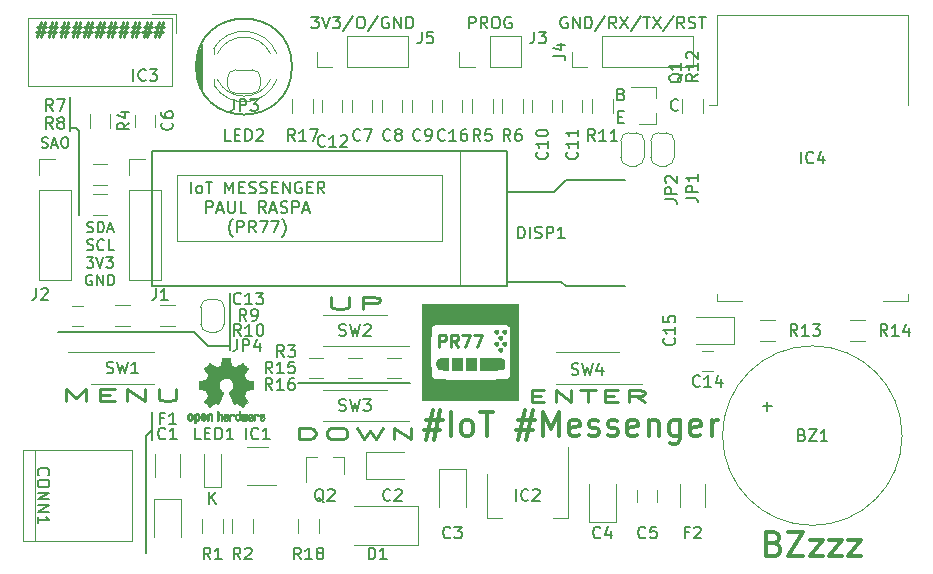
<source format=gbr>
G04 #@! TF.GenerationSoftware,KiCad,Pcbnew,(5.0.1)-rc2*
G04 #@! TF.CreationDate,2020-01-05T22:16:04+01:00*
G04 #@! TF.ProjectId,IoT_Messenger,496F545F4D657373656E6765722E6B69,rev?*
G04 #@! TF.SameCoordinates,Original*
G04 #@! TF.FileFunction,Legend,Top*
G04 #@! TF.FilePolarity,Positive*
%FSLAX46Y46*%
G04 Gerber Fmt 4.6, Leading zero omitted, Abs format (unit mm)*
G04 Created by KiCad (PCBNEW (5.0.1)-rc2) date 05/01/2020 22:16:04*
%MOMM*%
%LPD*%
G01*
G04 APERTURE LIST*
%ADD10C,0.200000*%
%ADD11C,0.254000*%
%ADD12C,0.300000*%
%ADD13C,0.150000*%
%ADD14C,0.250000*%
%ADD15C,0.120000*%
%ADD16C,0.100000*%
%ADD17C,0.010000*%
G04 APERTURE END LIST*
D10*
X101854000Y-112395000D02*
X92329000Y-112395000D01*
D11*
X104303285Y-109298619D02*
X104303285Y-108282619D01*
X104690333Y-108282619D01*
X104787095Y-108331000D01*
X104835476Y-108379380D01*
X104883857Y-108476142D01*
X104883857Y-108621285D01*
X104835476Y-108718047D01*
X104787095Y-108766428D01*
X104690333Y-108814809D01*
X104303285Y-108814809D01*
X105899857Y-109298619D02*
X105561190Y-108814809D01*
X105319285Y-109298619D02*
X105319285Y-108282619D01*
X105706333Y-108282619D01*
X105803095Y-108331000D01*
X105851476Y-108379380D01*
X105899857Y-108476142D01*
X105899857Y-108621285D01*
X105851476Y-108718047D01*
X105803095Y-108766428D01*
X105706333Y-108814809D01*
X105319285Y-108814809D01*
X106238523Y-108282619D02*
X106915857Y-108282619D01*
X106480428Y-109298619D01*
X107206142Y-108282619D02*
X107883476Y-108282619D01*
X107448047Y-109298619D01*
D10*
X73787000Y-91059000D02*
X73787000Y-98171000D01*
X73533000Y-90805000D02*
X73787000Y-91059000D01*
X73025000Y-90805000D02*
X73533000Y-90805000D01*
X73025000Y-88138000D02*
X73025000Y-91059000D01*
D12*
X132651904Y-125968142D02*
X132937619Y-126063380D01*
X133032857Y-126158619D01*
X133128095Y-126349095D01*
X133128095Y-126634809D01*
X133032857Y-126825285D01*
X132937619Y-126920523D01*
X132747142Y-127015761D01*
X131985238Y-127015761D01*
X131985238Y-125015761D01*
X132651904Y-125015761D01*
X132842380Y-125111000D01*
X132937619Y-125206238D01*
X133032857Y-125396714D01*
X133032857Y-125587190D01*
X132937619Y-125777666D01*
X132842380Y-125872904D01*
X132651904Y-125968142D01*
X131985238Y-125968142D01*
X133794761Y-125015761D02*
X135128095Y-125015761D01*
X133794761Y-127015761D01*
X135128095Y-127015761D01*
X135699523Y-125682428D02*
X136747142Y-125682428D01*
X135699523Y-127015761D01*
X136747142Y-127015761D01*
X137318571Y-125682428D02*
X138366190Y-125682428D01*
X137318571Y-127015761D01*
X138366190Y-127015761D01*
X138937619Y-125682428D02*
X139985238Y-125682428D01*
X138937619Y-127015761D01*
X139985238Y-127015761D01*
D10*
X80010000Y-116332000D02*
X80010000Y-117221000D01*
X79502000Y-116840000D02*
X79502000Y-126746000D01*
X80010000Y-116332000D02*
X79502000Y-116840000D01*
X80010000Y-114808000D02*
X80010000Y-116332000D01*
D13*
X70640714Y-92439285D02*
X70769285Y-92482142D01*
X70983571Y-92482142D01*
X71069285Y-92439285D01*
X71112142Y-92396428D01*
X71155000Y-92310714D01*
X71155000Y-92225000D01*
X71112142Y-92139285D01*
X71069285Y-92096428D01*
X70983571Y-92053571D01*
X70812142Y-92010714D01*
X70726428Y-91967857D01*
X70683571Y-91925000D01*
X70640714Y-91839285D01*
X70640714Y-91753571D01*
X70683571Y-91667857D01*
X70726428Y-91625000D01*
X70812142Y-91582142D01*
X71026428Y-91582142D01*
X71155000Y-91625000D01*
X71497857Y-92225000D02*
X71926428Y-92225000D01*
X71412142Y-92482142D02*
X71712142Y-91582142D01*
X72012142Y-92482142D01*
X72483571Y-91582142D02*
X72655000Y-91582142D01*
X72740714Y-91625000D01*
X72826428Y-91710714D01*
X72869285Y-91882142D01*
X72869285Y-92182142D01*
X72826428Y-92353571D01*
X72740714Y-92439285D01*
X72655000Y-92482142D01*
X72483571Y-92482142D01*
X72397857Y-92439285D01*
X72312142Y-92353571D01*
X72269285Y-92182142D01*
X72269285Y-91882142D01*
X72312142Y-91710714D01*
X72397857Y-91625000D01*
X72483571Y-91582142D01*
D12*
X103157285Y-115522428D02*
X104585857Y-115522428D01*
X103728714Y-114665285D02*
X103157285Y-117236714D01*
X104395380Y-116379571D02*
X102966809Y-116379571D01*
X103823952Y-117236714D02*
X104395380Y-114665285D01*
X105252523Y-116855761D02*
X105252523Y-114855761D01*
X106490619Y-116855761D02*
X106300142Y-116760523D01*
X106204904Y-116665285D01*
X106109666Y-116474809D01*
X106109666Y-115903380D01*
X106204904Y-115712904D01*
X106300142Y-115617666D01*
X106490619Y-115522428D01*
X106776333Y-115522428D01*
X106966809Y-115617666D01*
X107062047Y-115712904D01*
X107157285Y-115903380D01*
X107157285Y-116474809D01*
X107062047Y-116665285D01*
X106966809Y-116760523D01*
X106776333Y-116855761D01*
X106490619Y-116855761D01*
X107728714Y-114855761D02*
X108871571Y-114855761D01*
X108300142Y-116855761D02*
X108300142Y-114855761D01*
X110966809Y-115522428D02*
X112395380Y-115522428D01*
X111538238Y-114665285D02*
X110966809Y-117236714D01*
X112204904Y-116379571D02*
X110776333Y-116379571D01*
X111633476Y-117236714D02*
X112204904Y-114665285D01*
X113062047Y-116855761D02*
X113062047Y-114855761D01*
X113728714Y-116284333D01*
X114395380Y-114855761D01*
X114395380Y-116855761D01*
X116109666Y-116760523D02*
X115919190Y-116855761D01*
X115538238Y-116855761D01*
X115347761Y-116760523D01*
X115252523Y-116570047D01*
X115252523Y-115808142D01*
X115347761Y-115617666D01*
X115538238Y-115522428D01*
X115919190Y-115522428D01*
X116109666Y-115617666D01*
X116204904Y-115808142D01*
X116204904Y-115998619D01*
X115252523Y-116189095D01*
X116966809Y-116760523D02*
X117157285Y-116855761D01*
X117538238Y-116855761D01*
X117728714Y-116760523D01*
X117823952Y-116570047D01*
X117823952Y-116474809D01*
X117728714Y-116284333D01*
X117538238Y-116189095D01*
X117252523Y-116189095D01*
X117062047Y-116093857D01*
X116966809Y-115903380D01*
X116966809Y-115808142D01*
X117062047Y-115617666D01*
X117252523Y-115522428D01*
X117538238Y-115522428D01*
X117728714Y-115617666D01*
X118585857Y-116760523D02*
X118776333Y-116855761D01*
X119157285Y-116855761D01*
X119347761Y-116760523D01*
X119443000Y-116570047D01*
X119443000Y-116474809D01*
X119347761Y-116284333D01*
X119157285Y-116189095D01*
X118871571Y-116189095D01*
X118681095Y-116093857D01*
X118585857Y-115903380D01*
X118585857Y-115808142D01*
X118681095Y-115617666D01*
X118871571Y-115522428D01*
X119157285Y-115522428D01*
X119347761Y-115617666D01*
X121062047Y-116760523D02*
X120871571Y-116855761D01*
X120490619Y-116855761D01*
X120300142Y-116760523D01*
X120204904Y-116570047D01*
X120204904Y-115808142D01*
X120300142Y-115617666D01*
X120490619Y-115522428D01*
X120871571Y-115522428D01*
X121062047Y-115617666D01*
X121157285Y-115808142D01*
X121157285Y-115998619D01*
X120204904Y-116189095D01*
X122014428Y-115522428D02*
X122014428Y-116855761D01*
X122014428Y-115712904D02*
X122109666Y-115617666D01*
X122300142Y-115522428D01*
X122585857Y-115522428D01*
X122776333Y-115617666D01*
X122871571Y-115808142D01*
X122871571Y-116855761D01*
X124681095Y-115522428D02*
X124681095Y-117141476D01*
X124585857Y-117331952D01*
X124490619Y-117427190D01*
X124300142Y-117522428D01*
X124014428Y-117522428D01*
X123823952Y-117427190D01*
X124681095Y-116760523D02*
X124490619Y-116855761D01*
X124109666Y-116855761D01*
X123919190Y-116760523D01*
X123823952Y-116665285D01*
X123728714Y-116474809D01*
X123728714Y-115903380D01*
X123823952Y-115712904D01*
X123919190Y-115617666D01*
X124109666Y-115522428D01*
X124490619Y-115522428D01*
X124681095Y-115617666D01*
X126395380Y-116760523D02*
X126204904Y-116855761D01*
X125823952Y-116855761D01*
X125633476Y-116760523D01*
X125538238Y-116570047D01*
X125538238Y-115808142D01*
X125633476Y-115617666D01*
X125823952Y-115522428D01*
X126204904Y-115522428D01*
X126395380Y-115617666D01*
X126490619Y-115808142D01*
X126490619Y-115998619D01*
X125538238Y-116189095D01*
X127347761Y-116855761D02*
X127347761Y-115522428D01*
X127347761Y-115903380D02*
X127443000Y-115712904D01*
X127538238Y-115617666D01*
X127728714Y-115522428D01*
X127919190Y-115522428D01*
D13*
X119419714Y-89844571D02*
X119753047Y-89844571D01*
X119895904Y-90368380D02*
X119419714Y-90368380D01*
X119419714Y-89368380D01*
X119895904Y-89368380D01*
X119705428Y-87939571D02*
X119848285Y-87987190D01*
X119895904Y-88034809D01*
X119943523Y-88130047D01*
X119943523Y-88272904D01*
X119895904Y-88368142D01*
X119848285Y-88415761D01*
X119753047Y-88463380D01*
X119372095Y-88463380D01*
X119372095Y-87463380D01*
X119705428Y-87463380D01*
X119800666Y-87511000D01*
X119848285Y-87558619D01*
X119895904Y-87653857D01*
X119895904Y-87749095D01*
X119848285Y-87844333D01*
X119800666Y-87891952D01*
X119705428Y-87939571D01*
X119372095Y-87939571D01*
X124515523Y-89257142D02*
X124467904Y-89304761D01*
X124325047Y-89352380D01*
X124229809Y-89352380D01*
X124086952Y-89304761D01*
X123991714Y-89209523D01*
X123944095Y-89114285D01*
X123896476Y-88923809D01*
X123896476Y-88780952D01*
X123944095Y-88590476D01*
X123991714Y-88495238D01*
X124086952Y-88400000D01*
X124229809Y-88352380D01*
X124325047Y-88352380D01*
X124467904Y-88400000D01*
X124515523Y-88447619D01*
D10*
X86614000Y-109220000D02*
X86614000Y-109601000D01*
X86614000Y-109220000D02*
X86614000Y-104775000D01*
X84709000Y-109220000D02*
X86614000Y-109220000D01*
X83566000Y-108077000D02*
X84709000Y-109220000D01*
X72009000Y-108077000D02*
X83566000Y-108077000D01*
D13*
X84828095Y-122626380D02*
X84828095Y-121626380D01*
X85399523Y-122626380D02*
X84970952Y-122054952D01*
X85399523Y-121626380D02*
X84828095Y-122197809D01*
X83280952Y-96338380D02*
X83280952Y-95338380D01*
X83900000Y-96338380D02*
X83804761Y-96290761D01*
X83757142Y-96243142D01*
X83709523Y-96147904D01*
X83709523Y-95862190D01*
X83757142Y-95766952D01*
X83804761Y-95719333D01*
X83900000Y-95671714D01*
X84042857Y-95671714D01*
X84138095Y-95719333D01*
X84185714Y-95766952D01*
X84233333Y-95862190D01*
X84233333Y-96147904D01*
X84185714Y-96243142D01*
X84138095Y-96290761D01*
X84042857Y-96338380D01*
X83900000Y-96338380D01*
X84519047Y-95338380D02*
X85090476Y-95338380D01*
X84804761Y-96338380D02*
X84804761Y-95338380D01*
X86185714Y-96338380D02*
X86185714Y-95338380D01*
X86519047Y-96052666D01*
X86852380Y-95338380D01*
X86852380Y-96338380D01*
X87328571Y-95814571D02*
X87661904Y-95814571D01*
X87804761Y-96338380D02*
X87328571Y-96338380D01*
X87328571Y-95338380D01*
X87804761Y-95338380D01*
X88185714Y-96290761D02*
X88328571Y-96338380D01*
X88566666Y-96338380D01*
X88661904Y-96290761D01*
X88709523Y-96243142D01*
X88757142Y-96147904D01*
X88757142Y-96052666D01*
X88709523Y-95957428D01*
X88661904Y-95909809D01*
X88566666Y-95862190D01*
X88376190Y-95814571D01*
X88280952Y-95766952D01*
X88233333Y-95719333D01*
X88185714Y-95624095D01*
X88185714Y-95528857D01*
X88233333Y-95433619D01*
X88280952Y-95386000D01*
X88376190Y-95338380D01*
X88614285Y-95338380D01*
X88757142Y-95386000D01*
X89138095Y-96290761D02*
X89280952Y-96338380D01*
X89519047Y-96338380D01*
X89614285Y-96290761D01*
X89661904Y-96243142D01*
X89709523Y-96147904D01*
X89709523Y-96052666D01*
X89661904Y-95957428D01*
X89614285Y-95909809D01*
X89519047Y-95862190D01*
X89328571Y-95814571D01*
X89233333Y-95766952D01*
X89185714Y-95719333D01*
X89138095Y-95624095D01*
X89138095Y-95528857D01*
X89185714Y-95433619D01*
X89233333Y-95386000D01*
X89328571Y-95338380D01*
X89566666Y-95338380D01*
X89709523Y-95386000D01*
X90138095Y-95814571D02*
X90471428Y-95814571D01*
X90614285Y-96338380D02*
X90138095Y-96338380D01*
X90138095Y-95338380D01*
X90614285Y-95338380D01*
X91042857Y-96338380D02*
X91042857Y-95338380D01*
X91614285Y-96338380D01*
X91614285Y-95338380D01*
X92614285Y-95386000D02*
X92519047Y-95338380D01*
X92376190Y-95338380D01*
X92233333Y-95386000D01*
X92138095Y-95481238D01*
X92090476Y-95576476D01*
X92042857Y-95766952D01*
X92042857Y-95909809D01*
X92090476Y-96100285D01*
X92138095Y-96195523D01*
X92233333Y-96290761D01*
X92376190Y-96338380D01*
X92471428Y-96338380D01*
X92614285Y-96290761D01*
X92661904Y-96243142D01*
X92661904Y-95909809D01*
X92471428Y-95909809D01*
X93090476Y-95814571D02*
X93423809Y-95814571D01*
X93566666Y-96338380D02*
X93090476Y-96338380D01*
X93090476Y-95338380D01*
X93566666Y-95338380D01*
X94566666Y-96338380D02*
X94233333Y-95862190D01*
X93995238Y-96338380D02*
X93995238Y-95338380D01*
X94376190Y-95338380D01*
X94471428Y-95386000D01*
X94519047Y-95433619D01*
X94566666Y-95528857D01*
X94566666Y-95671714D01*
X94519047Y-95766952D01*
X94471428Y-95814571D01*
X94376190Y-95862190D01*
X93995238Y-95862190D01*
X84566666Y-97988380D02*
X84566666Y-96988380D01*
X84947619Y-96988380D01*
X85042857Y-97036000D01*
X85090476Y-97083619D01*
X85138095Y-97178857D01*
X85138095Y-97321714D01*
X85090476Y-97416952D01*
X85042857Y-97464571D01*
X84947619Y-97512190D01*
X84566666Y-97512190D01*
X85519047Y-97702666D02*
X85995238Y-97702666D01*
X85423809Y-97988380D02*
X85757142Y-96988380D01*
X86090476Y-97988380D01*
X86423809Y-96988380D02*
X86423809Y-97797904D01*
X86471428Y-97893142D01*
X86519047Y-97940761D01*
X86614285Y-97988380D01*
X86804761Y-97988380D01*
X86900000Y-97940761D01*
X86947619Y-97893142D01*
X86995238Y-97797904D01*
X86995238Y-96988380D01*
X87947619Y-97988380D02*
X87471428Y-97988380D01*
X87471428Y-96988380D01*
X89614285Y-97988380D02*
X89280952Y-97512190D01*
X89042857Y-97988380D02*
X89042857Y-96988380D01*
X89423809Y-96988380D01*
X89519047Y-97036000D01*
X89566666Y-97083619D01*
X89614285Y-97178857D01*
X89614285Y-97321714D01*
X89566666Y-97416952D01*
X89519047Y-97464571D01*
X89423809Y-97512190D01*
X89042857Y-97512190D01*
X89995238Y-97702666D02*
X90471428Y-97702666D01*
X89900000Y-97988380D02*
X90233333Y-96988380D01*
X90566666Y-97988380D01*
X90852380Y-97940761D02*
X90995238Y-97988380D01*
X91233333Y-97988380D01*
X91328571Y-97940761D01*
X91376190Y-97893142D01*
X91423809Y-97797904D01*
X91423809Y-97702666D01*
X91376190Y-97607428D01*
X91328571Y-97559809D01*
X91233333Y-97512190D01*
X91042857Y-97464571D01*
X90947619Y-97416952D01*
X90900000Y-97369333D01*
X90852380Y-97274095D01*
X90852380Y-97178857D01*
X90900000Y-97083619D01*
X90947619Y-97036000D01*
X91042857Y-96988380D01*
X91280952Y-96988380D01*
X91423809Y-97036000D01*
X91852380Y-97988380D02*
X91852380Y-96988380D01*
X92233333Y-96988380D01*
X92328571Y-97036000D01*
X92376190Y-97083619D01*
X92423809Y-97178857D01*
X92423809Y-97321714D01*
X92376190Y-97416952D01*
X92328571Y-97464571D01*
X92233333Y-97512190D01*
X91852380Y-97512190D01*
X92804761Y-97702666D02*
X93280952Y-97702666D01*
X92709523Y-97988380D02*
X93042857Y-96988380D01*
X93376190Y-97988380D01*
X86804761Y-100019333D02*
X86757142Y-99971714D01*
X86661904Y-99828857D01*
X86614285Y-99733619D01*
X86566666Y-99590761D01*
X86519047Y-99352666D01*
X86519047Y-99162190D01*
X86566666Y-98924095D01*
X86614285Y-98781238D01*
X86661904Y-98686000D01*
X86757142Y-98543142D01*
X86804761Y-98495523D01*
X87185714Y-99638380D02*
X87185714Y-98638380D01*
X87566666Y-98638380D01*
X87661904Y-98686000D01*
X87709523Y-98733619D01*
X87757142Y-98828857D01*
X87757142Y-98971714D01*
X87709523Y-99066952D01*
X87661904Y-99114571D01*
X87566666Y-99162190D01*
X87185714Y-99162190D01*
X88757142Y-99638380D02*
X88423809Y-99162190D01*
X88185714Y-99638380D02*
X88185714Y-98638380D01*
X88566666Y-98638380D01*
X88661904Y-98686000D01*
X88709523Y-98733619D01*
X88757142Y-98828857D01*
X88757142Y-98971714D01*
X88709523Y-99066952D01*
X88661904Y-99114571D01*
X88566666Y-99162190D01*
X88185714Y-99162190D01*
X89090476Y-98638380D02*
X89757142Y-98638380D01*
X89328571Y-99638380D01*
X90042857Y-98638380D02*
X90709523Y-98638380D01*
X90280952Y-99638380D01*
X90995238Y-100019333D02*
X91042857Y-99971714D01*
X91138095Y-99828857D01*
X91185714Y-99733619D01*
X91233333Y-99590761D01*
X91280952Y-99352666D01*
X91280952Y-99162190D01*
X91233333Y-98924095D01*
X91185714Y-98781238D01*
X91138095Y-98686000D01*
X91042857Y-98543142D01*
X90995238Y-98495523D01*
X74472142Y-99587285D02*
X74600714Y-99630142D01*
X74815000Y-99630142D01*
X74900714Y-99587285D01*
X74943571Y-99544428D01*
X74986428Y-99458714D01*
X74986428Y-99373000D01*
X74943571Y-99287285D01*
X74900714Y-99244428D01*
X74815000Y-99201571D01*
X74643571Y-99158714D01*
X74557857Y-99115857D01*
X74515000Y-99073000D01*
X74472142Y-98987285D01*
X74472142Y-98901571D01*
X74515000Y-98815857D01*
X74557857Y-98773000D01*
X74643571Y-98730142D01*
X74857857Y-98730142D01*
X74986428Y-98773000D01*
X75372142Y-99630142D02*
X75372142Y-98730142D01*
X75586428Y-98730142D01*
X75715000Y-98773000D01*
X75800714Y-98858714D01*
X75843571Y-98944428D01*
X75886428Y-99115857D01*
X75886428Y-99244428D01*
X75843571Y-99415857D01*
X75800714Y-99501571D01*
X75715000Y-99587285D01*
X75586428Y-99630142D01*
X75372142Y-99630142D01*
X76229285Y-99373000D02*
X76657857Y-99373000D01*
X76143571Y-99630142D02*
X76443571Y-98730142D01*
X76743571Y-99630142D01*
X74493571Y-101087285D02*
X74622142Y-101130142D01*
X74836428Y-101130142D01*
X74922142Y-101087285D01*
X74965000Y-101044428D01*
X75007857Y-100958714D01*
X75007857Y-100873000D01*
X74965000Y-100787285D01*
X74922142Y-100744428D01*
X74836428Y-100701571D01*
X74665000Y-100658714D01*
X74579285Y-100615857D01*
X74536428Y-100573000D01*
X74493571Y-100487285D01*
X74493571Y-100401571D01*
X74536428Y-100315857D01*
X74579285Y-100273000D01*
X74665000Y-100230142D01*
X74879285Y-100230142D01*
X75007857Y-100273000D01*
X75907857Y-101044428D02*
X75865000Y-101087285D01*
X75736428Y-101130142D01*
X75650714Y-101130142D01*
X75522142Y-101087285D01*
X75436428Y-101001571D01*
X75393571Y-100915857D01*
X75350714Y-100744428D01*
X75350714Y-100615857D01*
X75393571Y-100444428D01*
X75436428Y-100358714D01*
X75522142Y-100273000D01*
X75650714Y-100230142D01*
X75736428Y-100230142D01*
X75865000Y-100273000D01*
X75907857Y-100315857D01*
X76722142Y-101130142D02*
X76293571Y-101130142D01*
X76293571Y-100230142D01*
X74450714Y-101730142D02*
X75007857Y-101730142D01*
X74707857Y-102073000D01*
X74836428Y-102073000D01*
X74922142Y-102115857D01*
X74965000Y-102158714D01*
X75007857Y-102244428D01*
X75007857Y-102458714D01*
X74965000Y-102544428D01*
X74922142Y-102587285D01*
X74836428Y-102630142D01*
X74579285Y-102630142D01*
X74493571Y-102587285D01*
X74450714Y-102544428D01*
X75265000Y-101730142D02*
X75565000Y-102630142D01*
X75865000Y-101730142D01*
X76079285Y-101730142D02*
X76636428Y-101730142D01*
X76336428Y-102073000D01*
X76465000Y-102073000D01*
X76550714Y-102115857D01*
X76593571Y-102158714D01*
X76636428Y-102244428D01*
X76636428Y-102458714D01*
X76593571Y-102544428D01*
X76550714Y-102587285D01*
X76465000Y-102630142D01*
X76207857Y-102630142D01*
X76122142Y-102587285D01*
X76079285Y-102544428D01*
X74879285Y-103273000D02*
X74793571Y-103230142D01*
X74665000Y-103230142D01*
X74536428Y-103273000D01*
X74450714Y-103358714D01*
X74407857Y-103444428D01*
X74365000Y-103615857D01*
X74365000Y-103744428D01*
X74407857Y-103915857D01*
X74450714Y-104001571D01*
X74536428Y-104087285D01*
X74665000Y-104130142D01*
X74750714Y-104130142D01*
X74879285Y-104087285D01*
X74922142Y-104044428D01*
X74922142Y-103744428D01*
X74750714Y-103744428D01*
X75307857Y-104130142D02*
X75307857Y-103230142D01*
X75822142Y-104130142D01*
X75822142Y-103230142D01*
X76250714Y-104130142D02*
X76250714Y-103230142D01*
X76465000Y-103230142D01*
X76593571Y-103273000D01*
X76679285Y-103358714D01*
X76722142Y-103444428D01*
X76765000Y-103615857D01*
X76765000Y-103744428D01*
X76722142Y-103915857D01*
X76679285Y-104001571D01*
X76593571Y-104087285D01*
X76465000Y-104130142D01*
X76250714Y-104130142D01*
X93456666Y-81367380D02*
X94075714Y-81367380D01*
X93742380Y-81748333D01*
X93885238Y-81748333D01*
X93980476Y-81795952D01*
X94028095Y-81843571D01*
X94075714Y-81938809D01*
X94075714Y-82176904D01*
X94028095Y-82272142D01*
X93980476Y-82319761D01*
X93885238Y-82367380D01*
X93599523Y-82367380D01*
X93504285Y-82319761D01*
X93456666Y-82272142D01*
X94361428Y-81367380D02*
X94694761Y-82367380D01*
X95028095Y-81367380D01*
X95266190Y-81367380D02*
X95885238Y-81367380D01*
X95551904Y-81748333D01*
X95694761Y-81748333D01*
X95790000Y-81795952D01*
X95837619Y-81843571D01*
X95885238Y-81938809D01*
X95885238Y-82176904D01*
X95837619Y-82272142D01*
X95790000Y-82319761D01*
X95694761Y-82367380D01*
X95409047Y-82367380D01*
X95313809Y-82319761D01*
X95266190Y-82272142D01*
X97028095Y-81319761D02*
X96170952Y-82605476D01*
X97551904Y-81367380D02*
X97742380Y-81367380D01*
X97837619Y-81415000D01*
X97932857Y-81510238D01*
X97980476Y-81700714D01*
X97980476Y-82034047D01*
X97932857Y-82224523D01*
X97837619Y-82319761D01*
X97742380Y-82367380D01*
X97551904Y-82367380D01*
X97456666Y-82319761D01*
X97361428Y-82224523D01*
X97313809Y-82034047D01*
X97313809Y-81700714D01*
X97361428Y-81510238D01*
X97456666Y-81415000D01*
X97551904Y-81367380D01*
X99123333Y-81319761D02*
X98266190Y-82605476D01*
X99980476Y-81415000D02*
X99885238Y-81367380D01*
X99742380Y-81367380D01*
X99599523Y-81415000D01*
X99504285Y-81510238D01*
X99456666Y-81605476D01*
X99409047Y-81795952D01*
X99409047Y-81938809D01*
X99456666Y-82129285D01*
X99504285Y-82224523D01*
X99599523Y-82319761D01*
X99742380Y-82367380D01*
X99837619Y-82367380D01*
X99980476Y-82319761D01*
X100028095Y-82272142D01*
X100028095Y-81938809D01*
X99837619Y-81938809D01*
X100456666Y-82367380D02*
X100456666Y-81367380D01*
X101028095Y-82367380D01*
X101028095Y-81367380D01*
X101504285Y-82367380D02*
X101504285Y-81367380D01*
X101742380Y-81367380D01*
X101885238Y-81415000D01*
X101980476Y-81510238D01*
X102028095Y-81605476D01*
X102075714Y-81795952D01*
X102075714Y-81938809D01*
X102028095Y-82129285D01*
X101980476Y-82224523D01*
X101885238Y-82319761D01*
X101742380Y-82367380D01*
X101504285Y-82367380D01*
X106799285Y-82367380D02*
X106799285Y-81367380D01*
X107180238Y-81367380D01*
X107275476Y-81415000D01*
X107323095Y-81462619D01*
X107370714Y-81557857D01*
X107370714Y-81700714D01*
X107323095Y-81795952D01*
X107275476Y-81843571D01*
X107180238Y-81891190D01*
X106799285Y-81891190D01*
X108370714Y-82367380D02*
X108037380Y-81891190D01*
X107799285Y-82367380D02*
X107799285Y-81367380D01*
X108180238Y-81367380D01*
X108275476Y-81415000D01*
X108323095Y-81462619D01*
X108370714Y-81557857D01*
X108370714Y-81700714D01*
X108323095Y-81795952D01*
X108275476Y-81843571D01*
X108180238Y-81891190D01*
X107799285Y-81891190D01*
X108989761Y-81367380D02*
X109180238Y-81367380D01*
X109275476Y-81415000D01*
X109370714Y-81510238D01*
X109418333Y-81700714D01*
X109418333Y-82034047D01*
X109370714Y-82224523D01*
X109275476Y-82319761D01*
X109180238Y-82367380D01*
X108989761Y-82367380D01*
X108894523Y-82319761D01*
X108799285Y-82224523D01*
X108751666Y-82034047D01*
X108751666Y-81700714D01*
X108799285Y-81510238D01*
X108894523Y-81415000D01*
X108989761Y-81367380D01*
X110370714Y-81415000D02*
X110275476Y-81367380D01*
X110132619Y-81367380D01*
X109989761Y-81415000D01*
X109894523Y-81510238D01*
X109846904Y-81605476D01*
X109799285Y-81795952D01*
X109799285Y-81938809D01*
X109846904Y-82129285D01*
X109894523Y-82224523D01*
X109989761Y-82319761D01*
X110132619Y-82367380D01*
X110227857Y-82367380D01*
X110370714Y-82319761D01*
X110418333Y-82272142D01*
X110418333Y-81938809D01*
X110227857Y-81938809D01*
X115126190Y-81415000D02*
X115030952Y-81367380D01*
X114888095Y-81367380D01*
X114745238Y-81415000D01*
X114650000Y-81510238D01*
X114602380Y-81605476D01*
X114554761Y-81795952D01*
X114554761Y-81938809D01*
X114602380Y-82129285D01*
X114650000Y-82224523D01*
X114745238Y-82319761D01*
X114888095Y-82367380D01*
X114983333Y-82367380D01*
X115126190Y-82319761D01*
X115173809Y-82272142D01*
X115173809Y-81938809D01*
X114983333Y-81938809D01*
X115602380Y-82367380D02*
X115602380Y-81367380D01*
X116173809Y-82367380D01*
X116173809Y-81367380D01*
X116650000Y-82367380D02*
X116650000Y-81367380D01*
X116888095Y-81367380D01*
X117030952Y-81415000D01*
X117126190Y-81510238D01*
X117173809Y-81605476D01*
X117221428Y-81795952D01*
X117221428Y-81938809D01*
X117173809Y-82129285D01*
X117126190Y-82224523D01*
X117030952Y-82319761D01*
X116888095Y-82367380D01*
X116650000Y-82367380D01*
X118364285Y-81319761D02*
X117507142Y-82605476D01*
X119269047Y-82367380D02*
X118935714Y-81891190D01*
X118697619Y-82367380D02*
X118697619Y-81367380D01*
X119078571Y-81367380D01*
X119173809Y-81415000D01*
X119221428Y-81462619D01*
X119269047Y-81557857D01*
X119269047Y-81700714D01*
X119221428Y-81795952D01*
X119173809Y-81843571D01*
X119078571Y-81891190D01*
X118697619Y-81891190D01*
X119602380Y-81367380D02*
X120269047Y-82367380D01*
X120269047Y-81367380D02*
X119602380Y-82367380D01*
X121364285Y-81319761D02*
X120507142Y-82605476D01*
X121554761Y-81367380D02*
X122126190Y-81367380D01*
X121840476Y-82367380D02*
X121840476Y-81367380D01*
X122364285Y-81367380D02*
X123030952Y-82367380D01*
X123030952Y-81367380D02*
X122364285Y-82367380D01*
X124126190Y-81319761D02*
X123269047Y-82605476D01*
X125030952Y-82367380D02*
X124697619Y-81891190D01*
X124459523Y-82367380D02*
X124459523Y-81367380D01*
X124840476Y-81367380D01*
X124935714Y-81415000D01*
X124983333Y-81462619D01*
X125030952Y-81557857D01*
X125030952Y-81700714D01*
X124983333Y-81795952D01*
X124935714Y-81843571D01*
X124840476Y-81891190D01*
X124459523Y-81891190D01*
X125411904Y-82319761D02*
X125554761Y-82367380D01*
X125792857Y-82367380D01*
X125888095Y-82319761D01*
X125935714Y-82272142D01*
X125983333Y-82176904D01*
X125983333Y-82081666D01*
X125935714Y-81986428D01*
X125888095Y-81938809D01*
X125792857Y-81891190D01*
X125602380Y-81843571D01*
X125507142Y-81795952D01*
X125459523Y-81748333D01*
X125411904Y-81653095D01*
X125411904Y-81557857D01*
X125459523Y-81462619D01*
X125507142Y-81415000D01*
X125602380Y-81367380D01*
X125840476Y-81367380D01*
X125983333Y-81415000D01*
X126269047Y-81367380D02*
X126840476Y-81367380D01*
X126554761Y-82367380D02*
X126554761Y-81367380D01*
D10*
X84201000Y-87503000D02*
X84201000Y-83693000D01*
X84201000Y-83820000D02*
X84201000Y-87503000D01*
X83820000Y-84963000D02*
X83820000Y-86106000D01*
X83947000Y-84455000D02*
X83947000Y-86868000D01*
X84074000Y-84074000D02*
X84074000Y-87122000D01*
D14*
X70255476Y-82208714D02*
X70969761Y-82208714D01*
X70541190Y-81780142D02*
X70255476Y-83065857D01*
X70874523Y-82637285D02*
X70160238Y-82637285D01*
X70588809Y-83065857D02*
X70874523Y-81780142D01*
X71255476Y-82208714D02*
X71969761Y-82208714D01*
X71541190Y-81780142D02*
X71255476Y-83065857D01*
X71874523Y-82637285D02*
X71160238Y-82637285D01*
X71588809Y-83065857D02*
X71874523Y-81780142D01*
X72255476Y-82208714D02*
X72969761Y-82208714D01*
X72541190Y-81780142D02*
X72255476Y-83065857D01*
X72874523Y-82637285D02*
X72160238Y-82637285D01*
X72588809Y-83065857D02*
X72874523Y-81780142D01*
X73255476Y-82208714D02*
X73969761Y-82208714D01*
X73541190Y-81780142D02*
X73255476Y-83065857D01*
X73874523Y-82637285D02*
X73160238Y-82637285D01*
X73588809Y-83065857D02*
X73874523Y-81780142D01*
X74255476Y-82208714D02*
X74969761Y-82208714D01*
X74541190Y-81780142D02*
X74255476Y-83065857D01*
X74874523Y-82637285D02*
X74160238Y-82637285D01*
X74588809Y-83065857D02*
X74874523Y-81780142D01*
X75255476Y-82208714D02*
X75969761Y-82208714D01*
X75541190Y-81780142D02*
X75255476Y-83065857D01*
X75874523Y-82637285D02*
X75160238Y-82637285D01*
X75588809Y-83065857D02*
X75874523Y-81780142D01*
X76255476Y-82208714D02*
X76969761Y-82208714D01*
X76541190Y-81780142D02*
X76255476Y-83065857D01*
X76874523Y-82637285D02*
X76160238Y-82637285D01*
X76588809Y-83065857D02*
X76874523Y-81780142D01*
X77255476Y-82208714D02*
X77969761Y-82208714D01*
X77541190Y-81780142D02*
X77255476Y-83065857D01*
X77874523Y-82637285D02*
X77160238Y-82637285D01*
X77588809Y-83065857D02*
X77874523Y-81780142D01*
X78255476Y-82208714D02*
X78969761Y-82208714D01*
X78541190Y-81780142D02*
X78255476Y-83065857D01*
X78874523Y-82637285D02*
X78160238Y-82637285D01*
X78588809Y-83065857D02*
X78874523Y-81780142D01*
X79255476Y-82208714D02*
X79969761Y-82208714D01*
X79541190Y-81780142D02*
X79255476Y-83065857D01*
X79874523Y-82637285D02*
X79160238Y-82637285D01*
X79588809Y-83065857D02*
X79874523Y-81780142D01*
X80255476Y-82208714D02*
X80969761Y-82208714D01*
X80541190Y-81780142D02*
X80255476Y-83065857D01*
X80874523Y-82637285D02*
X80160238Y-82637285D01*
X80588809Y-83065857D02*
X80874523Y-81780142D01*
D10*
X91821000Y-85598000D02*
G75*
G03X91821000Y-85598000I-4064000J0D01*
G01*
D15*
G04 #@! TO.C,Q2*
X96195000Y-118620000D02*
X96195000Y-120080000D01*
X93035000Y-118620000D02*
X93035000Y-120780000D01*
X93035000Y-118620000D02*
X93965000Y-118620000D01*
X96195000Y-118620000D02*
X95265000Y-118620000D01*
G04 #@! TO.C,J4*
X125790000Y-85658000D02*
X125790000Y-82998000D01*
X118110000Y-85658000D02*
X125790000Y-85658000D01*
X118110000Y-82998000D02*
X125790000Y-82998000D01*
X118110000Y-85658000D02*
X118110000Y-82998000D01*
X116840000Y-85658000D02*
X115510000Y-85658000D01*
X115510000Y-85658000D02*
X115510000Y-84328000D01*
D13*
G04 #@! TO.C,DISP1*
X80010000Y-104210000D02*
X80010000Y-92710000D01*
X120010000Y-95210000D02*
X115010000Y-95210000D01*
X115010000Y-95210000D02*
X114010000Y-96210000D01*
X110010000Y-92710000D02*
X110010000Y-104210000D01*
X80010000Y-92710000D02*
X110010000Y-92710000D01*
X80010000Y-104210000D02*
X110010000Y-104210000D01*
X120010000Y-104210000D02*
X115010000Y-104210000D01*
X115010000Y-104210000D02*
X114610000Y-103810000D01*
X114610000Y-103810000D02*
X110010000Y-103810000D01*
X114010000Y-96210000D02*
X110010000Y-96210000D01*
D16*
X82110000Y-94810000D02*
X104490000Y-94810000D01*
X82110000Y-94810000D02*
X82110000Y-100390000D01*
X82110000Y-100390000D02*
X104490000Y-100390000D01*
X104490000Y-94810000D02*
X104490000Y-100390000D01*
X106010000Y-92710000D02*
X106010000Y-104210000D01*
D15*
G04 #@! TO.C,LED2*
X85197000Y-86678000D02*
X85197000Y-87143000D01*
X85197000Y-84053000D02*
X85197000Y-84518000D01*
X90011479Y-86678429D02*
G75*
G02X85502316Y-86678000I-2254479J1080429D01*
G01*
X90011479Y-84517571D02*
G75*
G03X85502316Y-84518000I-2254479J-1080429D01*
G01*
X90544815Y-86678827D02*
G75*
G02X85197000Y-87142830I-2787815J1080827D01*
G01*
X90544815Y-84517173D02*
G75*
G03X85197000Y-84053170I-2787815J-1080827D01*
G01*
G04 #@! TO.C,SW1*
X72860000Y-109795000D02*
X80170000Y-109795000D01*
X74770000Y-112455000D02*
X80170000Y-112455000D01*
G04 #@! TO.C,SW4*
X121450000Y-112455000D02*
X114140000Y-112455000D01*
X119540000Y-109795000D02*
X114140000Y-109795000D01*
G04 #@! TO.C,SW3*
X101765000Y-115630000D02*
X94455000Y-115630000D01*
X99855000Y-112970000D02*
X94455000Y-112970000D01*
G04 #@! TO.C,SW2*
X101765000Y-109280000D02*
X94455000Y-109280000D01*
X99855000Y-106620000D02*
X94455000Y-106620000D01*
G04 #@! TO.C,F1*
X82350000Y-118380000D02*
X82350000Y-120380000D01*
X80210000Y-120380000D02*
X80210000Y-118380000D01*
G04 #@! TO.C,F2*
X124660000Y-122920000D02*
X124660000Y-120920000D01*
X126800000Y-120920000D02*
X126800000Y-122920000D01*
G04 #@! TO.C,IC2*
X115170000Y-117820000D02*
X115170000Y-123830000D01*
X108350000Y-120070000D02*
X108350000Y-123830000D01*
X115170000Y-123830000D02*
X113910000Y-123830000D01*
X108350000Y-123830000D02*
X109610000Y-123830000D01*
G04 #@! TO.C,BZ1*
X143480000Y-116840000D02*
G75*
G03X143480000Y-116840000I-7600000J0D01*
G01*
G04 #@! TO.C,CONN1*
X70045000Y-118070000D02*
X70045000Y-125770000D01*
X69045000Y-118070000D02*
X69045000Y-125770000D01*
X69045000Y-125770000D02*
X78245000Y-125770000D01*
X78245000Y-125770000D02*
X78245000Y-118070000D01*
X78245000Y-118070000D02*
X69045000Y-118070000D01*
G04 #@! TO.C,IC3*
X81975000Y-81168000D02*
X81975000Y-82778000D01*
X81975000Y-81168000D02*
X79975000Y-81168000D01*
X69435000Y-81448000D02*
X81685000Y-81448000D01*
X69435000Y-87208000D02*
X69435000Y-81448000D01*
X81695000Y-87208000D02*
X69435000Y-87208000D01*
X81695000Y-81458000D02*
X81695000Y-87198000D01*
G04 #@! TO.C,IC4*
X127770000Y-81225000D02*
X144010000Y-81225000D01*
X144010000Y-81225000D02*
X144010000Y-88845000D01*
X144010000Y-104845000D02*
X144010000Y-105465000D01*
X144010000Y-105465000D02*
X141890000Y-105465000D01*
X129890000Y-105465000D02*
X127770000Y-105465000D01*
X127770000Y-105465000D02*
X127770000Y-104845000D01*
X127770000Y-88845000D02*
X127770000Y-81225000D01*
X127770000Y-88845000D02*
X127160000Y-88845000D01*
G04 #@! TO.C,JP1*
X122190000Y-93283000D02*
X122190000Y-91883000D01*
X122890000Y-91183000D02*
X123490000Y-91183000D01*
X124190000Y-91883000D02*
X124190000Y-93283000D01*
X123490000Y-93983000D02*
X122890000Y-93983000D01*
X122890000Y-93983000D02*
G75*
G02X122190000Y-93283000I0J700000D01*
G01*
X124190000Y-93283000D02*
G75*
G02X123490000Y-93983000I-700000J0D01*
G01*
X123490000Y-91183000D02*
G75*
G02X124190000Y-91883000I0J-700000D01*
G01*
X122190000Y-91883000D02*
G75*
G02X122890000Y-91183000I700000J0D01*
G01*
G04 #@! TO.C,JP2*
X119650000Y-93283000D02*
X119650000Y-91883000D01*
X120350000Y-91183000D02*
X120950000Y-91183000D01*
X121650000Y-91883000D02*
X121650000Y-93283000D01*
X120950000Y-93983000D02*
X120350000Y-93983000D01*
X120350000Y-93983000D02*
G75*
G02X119650000Y-93283000I0J700000D01*
G01*
X121650000Y-93283000D02*
G75*
G02X120950000Y-93983000I-700000J0D01*
G01*
X120950000Y-91183000D02*
G75*
G02X121650000Y-91883000I0J-700000D01*
G01*
X119650000Y-91883000D02*
G75*
G02X120350000Y-91183000I700000J0D01*
G01*
G04 #@! TO.C,IC1*
X88000000Y-120990000D02*
X90450000Y-120990000D01*
X89800000Y-117770000D02*
X88000000Y-117770000D01*
G04 #@! TO.C,J1*
X78045000Y-103692000D02*
X80705000Y-103692000D01*
X78045000Y-96012000D02*
X78045000Y-103692000D01*
X80705000Y-96012000D02*
X80705000Y-103692000D01*
X78045000Y-96012000D02*
X80705000Y-96012000D01*
X78045000Y-94742000D02*
X78045000Y-93412000D01*
X78045000Y-93412000D02*
X79375000Y-93412000D01*
G04 #@! TO.C,J2*
X70425000Y-93412000D02*
X71755000Y-93412000D01*
X70425000Y-94742000D02*
X70425000Y-93412000D01*
X70425000Y-96012000D02*
X73085000Y-96012000D01*
X73085000Y-96012000D02*
X73085000Y-103692000D01*
X70425000Y-96012000D02*
X70425000Y-103692000D01*
X70425000Y-103692000D02*
X73085000Y-103692000D01*
G04 #@! TO.C,J3*
X105985000Y-85658000D02*
X105985000Y-84328000D01*
X107315000Y-85658000D02*
X105985000Y-85658000D01*
X108585000Y-85658000D02*
X108585000Y-82998000D01*
X108585000Y-82998000D02*
X111185000Y-82998000D01*
X108585000Y-85658000D02*
X111185000Y-85658000D01*
X111185000Y-85658000D02*
X111185000Y-82998000D01*
G04 #@! TO.C,Q1*
X122680000Y-90480000D02*
X121220000Y-90480000D01*
X122680000Y-87320000D02*
X120520000Y-87320000D01*
X122680000Y-87320000D02*
X122680000Y-88250000D01*
X122680000Y-90480000D02*
X122680000Y-89550000D01*
G04 #@! TO.C,J5*
X93920000Y-85658000D02*
X93920000Y-84328000D01*
X95250000Y-85658000D02*
X93920000Y-85658000D01*
X96520000Y-85658000D02*
X96520000Y-82998000D01*
X96520000Y-82998000D02*
X101660000Y-82998000D01*
X96520000Y-85658000D02*
X101660000Y-85658000D01*
X101660000Y-85658000D02*
X101660000Y-82998000D01*
G04 #@! TO.C,C5*
X122770000Y-122420000D02*
X122770000Y-121420000D01*
X121070000Y-121420000D02*
X121070000Y-122420000D01*
G04 #@! TO.C,C6*
X78525000Y-89670000D02*
X78525000Y-90670000D01*
X80225000Y-90670000D02*
X80225000Y-89670000D01*
G04 #@! TO.C,C7*
X98640000Y-89400000D02*
X98640000Y-88400000D01*
X96940000Y-88400000D02*
X96940000Y-89400000D01*
G04 #@! TO.C,C8*
X99480000Y-88400000D02*
X99480000Y-89400000D01*
X101180000Y-89400000D02*
X101180000Y-88400000D01*
G04 #@! TO.C,C9*
X102020000Y-88400000D02*
X102020000Y-89400000D01*
X103720000Y-89400000D02*
X103720000Y-88400000D01*
G04 #@! TO.C,C10*
X113880000Y-89400000D02*
X113880000Y-88400000D01*
X112180000Y-88400000D02*
X112180000Y-89400000D01*
G04 #@! TO.C,C11*
X114720000Y-88400000D02*
X114720000Y-89400000D01*
X116420000Y-89400000D02*
X116420000Y-88400000D01*
G04 #@! TO.C,C12*
X96100000Y-89400000D02*
X96100000Y-88400000D01*
X94400000Y-88400000D02*
X94400000Y-89400000D01*
G04 #@! TO.C,C13*
X73160000Y-107530000D02*
X74160000Y-107530000D01*
X74160000Y-105830000D02*
X73160000Y-105830000D01*
G04 #@! TO.C,C14*
X127500000Y-109640000D02*
X126500000Y-109640000D01*
X126500000Y-111340000D02*
X127500000Y-111340000D01*
G04 #@! TO.C,R1*
X85970000Y-123860000D02*
X85970000Y-125060000D01*
X84210000Y-125060000D02*
X84210000Y-123860000D01*
G04 #@! TO.C,R2*
X86750000Y-125060000D02*
X86750000Y-123860000D01*
X88510000Y-123860000D02*
X88510000Y-125060000D01*
G04 #@! TO.C,R3*
X94453000Y-112005000D02*
X93253000Y-112005000D01*
X93253000Y-110245000D02*
X94453000Y-110245000D01*
G04 #@! TO.C,R4*
X74685000Y-90770000D02*
X74685000Y-89570000D01*
X76445000Y-89570000D02*
X76445000Y-90770000D01*
G04 #@! TO.C,R5*
X107070000Y-89500000D02*
X107070000Y-88300000D01*
X108830000Y-88300000D02*
X108830000Y-89500000D01*
G04 #@! TO.C,R6*
X111370000Y-88300000D02*
X111370000Y-89500000D01*
X109610000Y-89500000D02*
X109610000Y-88300000D01*
G04 #@! TO.C,R7*
X76165000Y-95622000D02*
X74965000Y-95622000D01*
X74965000Y-93862000D02*
X76165000Y-93862000D01*
G04 #@! TO.C,R8*
X74965000Y-96402000D02*
X76165000Y-96402000D01*
X76165000Y-98162000D02*
X74965000Y-98162000D01*
G04 #@! TO.C,R9*
X76870000Y-105800000D02*
X78070000Y-105800000D01*
X78070000Y-107560000D02*
X76870000Y-107560000D01*
G04 #@! TO.C,R10*
X80680000Y-105800000D02*
X81880000Y-105800000D01*
X81880000Y-107560000D02*
X80680000Y-107560000D01*
G04 #@! TO.C,R11*
X118990000Y-88300000D02*
X118990000Y-89500000D01*
X117230000Y-89500000D02*
X117230000Y-88300000D01*
G04 #@! TO.C,R12*
X124850000Y-89500000D02*
X124850000Y-88300000D01*
X126610000Y-88300000D02*
X126610000Y-89500000D01*
G04 #@! TO.C,R13*
X132680000Y-108830000D02*
X131480000Y-108830000D01*
X131480000Y-107070000D02*
X132680000Y-107070000D01*
G04 #@! TO.C,R14*
X139100000Y-107070000D02*
X140300000Y-107070000D01*
X140300000Y-108830000D02*
X139100000Y-108830000D01*
G04 #@! TO.C,C1*
X82430000Y-122210000D02*
X80130000Y-122210000D01*
X80130000Y-122210000D02*
X80130000Y-125460000D01*
X82430000Y-122210000D02*
X82430000Y-125460000D01*
G04 #@! TO.C,C2*
X98080000Y-118230000D02*
X101330000Y-118230000D01*
X98080000Y-120530000D02*
X101330000Y-120530000D01*
X98080000Y-118230000D02*
X98080000Y-120530000D01*
G04 #@! TO.C,C3*
X106560000Y-119670000D02*
X104260000Y-119670000D01*
X104260000Y-119670000D02*
X104260000Y-122920000D01*
X106560000Y-119670000D02*
X106560000Y-122920000D01*
G04 #@! TO.C,C4*
X116960000Y-124170000D02*
X116960000Y-120920000D01*
X119260000Y-124170000D02*
X119260000Y-120920000D01*
X116960000Y-124170000D02*
X119260000Y-124170000D01*
G04 #@! TO.C,C15*
X129250000Y-109100000D02*
X129250000Y-106800000D01*
X129250000Y-106800000D02*
X126000000Y-106800000D01*
X129250000Y-109100000D02*
X126000000Y-109100000D01*
G04 #@! TO.C,LED1*
X84390000Y-121180000D02*
X84390000Y-118380000D01*
X85790000Y-121180000D02*
X85790000Y-118380000D01*
X84390000Y-121180000D02*
X85790000Y-121180000D01*
G04 #@! TO.C,JP3*
X87057000Y-87868000D02*
G75*
G02X86357000Y-87168000I0J700000D01*
G01*
X86357000Y-86568000D02*
G75*
G02X87057000Y-85868000I700000J0D01*
G01*
X88457000Y-85868000D02*
G75*
G02X89157000Y-86568000I0J-700000D01*
G01*
X89157000Y-87168000D02*
G75*
G02X88457000Y-87868000I-700000J0D01*
G01*
X89157000Y-86568000D02*
X89157000Y-87168000D01*
X87057000Y-85868000D02*
X88457000Y-85868000D01*
X86357000Y-87168000D02*
X86357000Y-86568000D01*
X88457000Y-87868000D02*
X87057000Y-87868000D01*
G04 #@! TO.C,R15*
X96555000Y-110245000D02*
X97755000Y-110245000D01*
X97755000Y-112005000D02*
X96555000Y-112005000D01*
G04 #@! TO.C,JP4*
X84090000Y-105980000D02*
G75*
G02X84790000Y-105280000I700000J0D01*
G01*
X85390000Y-105280000D02*
G75*
G02X86090000Y-105980000I0J-700000D01*
G01*
X86090000Y-107380000D02*
G75*
G02X85390000Y-108080000I-700000J0D01*
G01*
X84790000Y-108080000D02*
G75*
G02X84090000Y-107380000I0J700000D01*
G01*
X85390000Y-108080000D02*
X84790000Y-108080000D01*
X86090000Y-105980000D02*
X86090000Y-107380000D01*
X84790000Y-105280000D02*
X85390000Y-105280000D01*
X84090000Y-107380000D02*
X84090000Y-105980000D01*
G04 #@! TO.C,C16*
X106260000Y-89400000D02*
X106260000Y-88400000D01*
X104560000Y-88400000D02*
X104560000Y-89400000D01*
G04 #@! TO.C,R16*
X99857000Y-110245000D02*
X101057000Y-110245000D01*
X101057000Y-112005000D02*
X99857000Y-112005000D01*
G04 #@! TO.C,R17*
X91830000Y-89500000D02*
X91830000Y-88300000D01*
X93590000Y-88300000D02*
X93590000Y-89500000D01*
D17*
G04 #@! TO.C,G\002A\002A\002A*
G36*
X109954170Y-107925201D02*
X109982000Y-108034666D01*
X109922131Y-108176170D01*
X109812666Y-108204000D01*
X109671162Y-108144131D01*
X109643333Y-108034666D01*
X109703201Y-107893162D01*
X109812666Y-107865333D01*
X109954170Y-107925201D01*
X109954170Y-107925201D01*
G37*
X109954170Y-107925201D02*
X109982000Y-108034666D01*
X109922131Y-108176170D01*
X109812666Y-108204000D01*
X109671162Y-108144131D01*
X109643333Y-108034666D01*
X109703201Y-107893162D01*
X109812666Y-107865333D01*
X109954170Y-107925201D01*
G36*
X109276837Y-107925201D02*
X109304666Y-108034666D01*
X109244798Y-108176170D01*
X109135333Y-108204000D01*
X108993829Y-108144131D01*
X108966000Y-108034666D01*
X109025868Y-107893162D01*
X109135333Y-107865333D01*
X109276837Y-107925201D01*
X109276837Y-107925201D01*
G37*
X109276837Y-107925201D02*
X109304666Y-108034666D01*
X109244798Y-108176170D01*
X109135333Y-108204000D01*
X108993829Y-108144131D01*
X108966000Y-108034666D01*
X109025868Y-107893162D01*
X109135333Y-107865333D01*
X109276837Y-107925201D01*
G36*
X109615504Y-108433201D02*
X109643333Y-108542666D01*
X109583464Y-108684170D01*
X109474000Y-108712000D01*
X109332495Y-108652131D01*
X109304666Y-108542666D01*
X109364535Y-108401162D01*
X109474000Y-108373333D01*
X109615504Y-108433201D01*
X109615504Y-108433201D01*
G37*
X109615504Y-108433201D02*
X109643333Y-108542666D01*
X109583464Y-108684170D01*
X109474000Y-108712000D01*
X109332495Y-108652131D01*
X109304666Y-108542666D01*
X109364535Y-108401162D01*
X109474000Y-108373333D01*
X109615504Y-108433201D01*
G36*
X109954170Y-108941201D02*
X109982000Y-109050666D01*
X109922131Y-109192170D01*
X109812666Y-109220000D01*
X109671162Y-109160131D01*
X109643333Y-109050666D01*
X109703201Y-108909162D01*
X109812666Y-108881333D01*
X109954170Y-108941201D01*
X109954170Y-108941201D01*
G37*
X109954170Y-108941201D02*
X109982000Y-109050666D01*
X109922131Y-109192170D01*
X109812666Y-109220000D01*
X109671162Y-109160131D01*
X109643333Y-109050666D01*
X109703201Y-108909162D01*
X109812666Y-108881333D01*
X109954170Y-108941201D01*
G36*
X109276837Y-108941201D02*
X109304666Y-109050666D01*
X109244798Y-109192170D01*
X109135333Y-109220000D01*
X108993829Y-109160131D01*
X108966000Y-109050666D01*
X109025868Y-108909162D01*
X109135333Y-108881333D01*
X109276837Y-108941201D01*
X109276837Y-108941201D01*
G37*
X109276837Y-108941201D02*
X109304666Y-109050666D01*
X109244798Y-109192170D01*
X109135333Y-109220000D01*
X108993829Y-109160131D01*
X108966000Y-109050666D01*
X109025868Y-108909162D01*
X109135333Y-108881333D01*
X109276837Y-108941201D01*
G36*
X109615504Y-109449201D02*
X109643333Y-109558666D01*
X109583464Y-109700170D01*
X109474000Y-109728000D01*
X109332495Y-109668131D01*
X109304666Y-109558666D01*
X109364535Y-109417162D01*
X109474000Y-109389333D01*
X109615504Y-109449201D01*
X109615504Y-109449201D01*
G37*
X109615504Y-109449201D02*
X109643333Y-109558666D01*
X109583464Y-109700170D01*
X109474000Y-109728000D01*
X109332495Y-109668131D01*
X109304666Y-109558666D01*
X109364535Y-109417162D01*
X109474000Y-109389333D01*
X109615504Y-109449201D01*
G36*
X109149660Y-110241877D02*
X109461581Y-110267533D01*
X109657310Y-110325006D01*
X109763332Y-110426333D01*
X109806129Y-110583552D01*
X109812666Y-110744000D01*
X109799737Y-110950633D01*
X109743293Y-111092415D01*
X109616853Y-111181383D01*
X109393932Y-111229575D01*
X109048050Y-111249028D01*
X108695066Y-111252000D01*
X107780666Y-111252000D01*
X107780666Y-110236000D01*
X108695066Y-110236000D01*
X109149660Y-110241877D01*
X109149660Y-110241877D01*
G37*
X109149660Y-110241877D02*
X109461581Y-110267533D01*
X109657310Y-110325006D01*
X109763332Y-110426333D01*
X109806129Y-110583552D01*
X109812666Y-110744000D01*
X109799737Y-110950633D01*
X109743293Y-111092415D01*
X109616853Y-111181383D01*
X109393932Y-111229575D01*
X109048050Y-111249028D01*
X108695066Y-111252000D01*
X107780666Y-111252000D01*
X107780666Y-110236000D01*
X108695066Y-110236000D01*
X109149660Y-110241877D01*
G36*
X107442000Y-111252000D02*
X106595333Y-111252000D01*
X106595333Y-110236000D01*
X107442000Y-110236000D01*
X107442000Y-111252000D01*
X107442000Y-111252000D01*
G37*
X107442000Y-111252000D02*
X106595333Y-111252000D01*
X106595333Y-110236000D01*
X107442000Y-110236000D01*
X107442000Y-111252000D01*
G36*
X106256666Y-111252000D02*
X105410000Y-111252000D01*
X105410000Y-110236000D01*
X106256666Y-110236000D01*
X106256666Y-111252000D01*
X106256666Y-111252000D01*
G37*
X106256666Y-111252000D02*
X105410000Y-111252000D01*
X105410000Y-110236000D01*
X106256666Y-110236000D01*
X106256666Y-111252000D01*
G36*
X105071333Y-111252000D02*
X104664933Y-111252000D01*
X104403336Y-111231969D01*
X104207048Y-111181248D01*
X104156933Y-111150400D01*
X104088492Y-111001932D01*
X104055798Y-110773646D01*
X104055333Y-110744000D01*
X104087966Y-110475261D01*
X104205462Y-110317777D01*
X104437219Y-110247052D01*
X104664933Y-110236000D01*
X105071333Y-110236000D01*
X105071333Y-111252000D01*
X105071333Y-111252000D01*
G37*
X105071333Y-111252000D02*
X104664933Y-111252000D01*
X104403336Y-111231969D01*
X104207048Y-111181248D01*
X104156933Y-111150400D01*
X104088492Y-111001932D01*
X104055798Y-110773646D01*
X104055333Y-110744000D01*
X104087966Y-110475261D01*
X104205462Y-110317777D01*
X104437219Y-110247052D01*
X104664933Y-110236000D01*
X105071333Y-110236000D01*
X105071333Y-111252000D01*
G36*
X110998000Y-113792000D02*
X102870000Y-113792000D01*
X102870000Y-109728000D01*
X103547333Y-109728000D01*
X103548054Y-110368488D01*
X103551328Y-110861312D01*
X103558822Y-111228137D01*
X103572202Y-111490628D01*
X103593136Y-111670453D01*
X103623289Y-111789276D01*
X103664328Y-111868765D01*
X103716666Y-111929333D01*
X103767189Y-111973743D01*
X103832287Y-112009630D01*
X103929179Y-112037902D01*
X104075080Y-112059463D01*
X104287207Y-112075221D01*
X104582775Y-112086081D01*
X104979002Y-112092949D01*
X105493105Y-112096732D01*
X106142298Y-112098336D01*
X106934000Y-112098666D01*
X107733715Y-112098327D01*
X108381313Y-112096704D01*
X108894012Y-112092891D01*
X109289027Y-112085984D01*
X109583574Y-112075074D01*
X109794871Y-112059257D01*
X109940133Y-112037626D01*
X110036577Y-112009275D01*
X110101420Y-111973298D01*
X110151333Y-111929333D01*
X110204647Y-111867366D01*
X110245443Y-111787280D01*
X110275387Y-111667408D01*
X110296146Y-111486084D01*
X110309387Y-111221642D01*
X110316776Y-110852417D01*
X110319980Y-110356742D01*
X110320666Y-109728000D01*
X110319945Y-109087511D01*
X110316671Y-108594687D01*
X110309177Y-108227862D01*
X110295797Y-107965371D01*
X110274863Y-107785546D01*
X110244710Y-107666723D01*
X110203671Y-107587234D01*
X110151333Y-107526666D01*
X110100810Y-107482256D01*
X110035712Y-107446369D01*
X109938820Y-107418097D01*
X109792919Y-107396536D01*
X109580792Y-107380778D01*
X109285224Y-107369918D01*
X108888997Y-107363050D01*
X108374894Y-107359267D01*
X107725701Y-107357663D01*
X106933999Y-107357333D01*
X106134284Y-107357672D01*
X105486686Y-107359295D01*
X104973987Y-107363108D01*
X104578972Y-107370015D01*
X104284425Y-107380925D01*
X104073128Y-107396742D01*
X103927866Y-107418373D01*
X103831422Y-107446724D01*
X103766579Y-107482701D01*
X103716666Y-107526666D01*
X103663352Y-107588633D01*
X103622556Y-107668719D01*
X103592612Y-107788591D01*
X103571853Y-107969915D01*
X103558612Y-108234357D01*
X103551223Y-108603582D01*
X103548019Y-109099257D01*
X103547333Y-109728000D01*
X102870000Y-109728000D01*
X102870000Y-105664000D01*
X110998000Y-105664000D01*
X110998000Y-113792000D01*
X110998000Y-113792000D01*
G37*
X110998000Y-113792000D02*
X102870000Y-113792000D01*
X102870000Y-109728000D01*
X103547333Y-109728000D01*
X103548054Y-110368488D01*
X103551328Y-110861312D01*
X103558822Y-111228137D01*
X103572202Y-111490628D01*
X103593136Y-111670453D01*
X103623289Y-111789276D01*
X103664328Y-111868765D01*
X103716666Y-111929333D01*
X103767189Y-111973743D01*
X103832287Y-112009630D01*
X103929179Y-112037902D01*
X104075080Y-112059463D01*
X104287207Y-112075221D01*
X104582775Y-112086081D01*
X104979002Y-112092949D01*
X105493105Y-112096732D01*
X106142298Y-112098336D01*
X106934000Y-112098666D01*
X107733715Y-112098327D01*
X108381313Y-112096704D01*
X108894012Y-112092891D01*
X109289027Y-112085984D01*
X109583574Y-112075074D01*
X109794871Y-112059257D01*
X109940133Y-112037626D01*
X110036577Y-112009275D01*
X110101420Y-111973298D01*
X110151333Y-111929333D01*
X110204647Y-111867366D01*
X110245443Y-111787280D01*
X110275387Y-111667408D01*
X110296146Y-111486084D01*
X110309387Y-111221642D01*
X110316776Y-110852417D01*
X110319980Y-110356742D01*
X110320666Y-109728000D01*
X110319945Y-109087511D01*
X110316671Y-108594687D01*
X110309177Y-108227862D01*
X110295797Y-107965371D01*
X110274863Y-107785546D01*
X110244710Y-107666723D01*
X110203671Y-107587234D01*
X110151333Y-107526666D01*
X110100810Y-107482256D01*
X110035712Y-107446369D01*
X109938820Y-107418097D01*
X109792919Y-107396536D01*
X109580792Y-107380778D01*
X109285224Y-107369918D01*
X108888997Y-107363050D01*
X108374894Y-107359267D01*
X107725701Y-107357663D01*
X106933999Y-107357333D01*
X106134284Y-107357672D01*
X105486686Y-107359295D01*
X104973987Y-107363108D01*
X104578972Y-107370015D01*
X104284425Y-107380925D01*
X104073128Y-107396742D01*
X103927866Y-107418373D01*
X103831422Y-107446724D01*
X103766579Y-107482701D01*
X103716666Y-107526666D01*
X103663352Y-107588633D01*
X103622556Y-107668719D01*
X103592612Y-107788591D01*
X103571853Y-107969915D01*
X103558612Y-108234357D01*
X103551223Y-108603582D01*
X103548019Y-109099257D01*
X103547333Y-109728000D01*
X102870000Y-109728000D01*
X102870000Y-105664000D01*
X110998000Y-105664000D01*
X110998000Y-113792000D01*
G04 #@! TO.C,REF\002A\002A\002A*
G36*
X83832744Y-114949918D02*
X83888201Y-114977568D01*
X83937148Y-115028480D01*
X83950629Y-115047338D01*
X83965314Y-115072015D01*
X83974842Y-115098816D01*
X83980293Y-115134587D01*
X83982747Y-115186169D01*
X83983286Y-115254267D01*
X83980852Y-115347588D01*
X83972394Y-115417657D01*
X83956174Y-115469931D01*
X83930454Y-115509869D01*
X83893497Y-115542929D01*
X83890782Y-115544886D01*
X83854360Y-115564908D01*
X83810502Y-115574815D01*
X83754724Y-115577257D01*
X83664048Y-115577257D01*
X83664010Y-115665283D01*
X83663166Y-115714308D01*
X83658024Y-115743065D01*
X83644587Y-115760311D01*
X83618858Y-115774808D01*
X83612679Y-115777769D01*
X83583764Y-115791648D01*
X83561376Y-115800414D01*
X83544729Y-115801171D01*
X83533036Y-115791023D01*
X83525510Y-115767073D01*
X83521366Y-115726426D01*
X83519815Y-115666186D01*
X83520071Y-115583455D01*
X83521349Y-115475339D01*
X83521748Y-115443000D01*
X83523185Y-115331524D01*
X83524472Y-115258603D01*
X83663971Y-115258603D01*
X83664755Y-115320499D01*
X83668240Y-115360997D01*
X83676124Y-115387708D01*
X83690105Y-115408244D01*
X83699597Y-115418260D01*
X83738404Y-115447567D01*
X83772763Y-115449952D01*
X83808216Y-115425750D01*
X83809114Y-115424857D01*
X83823539Y-115406153D01*
X83832313Y-115380732D01*
X83836739Y-115341584D01*
X83838118Y-115281697D01*
X83838143Y-115268430D01*
X83834812Y-115185901D01*
X83823969Y-115128691D01*
X83804340Y-115093766D01*
X83774650Y-115078094D01*
X83757491Y-115076514D01*
X83716766Y-115083926D01*
X83688832Y-115108330D01*
X83672017Y-115152980D01*
X83664650Y-115221130D01*
X83663971Y-115258603D01*
X83524472Y-115258603D01*
X83524708Y-115245245D01*
X83526677Y-115180333D01*
X83529450Y-115132958D01*
X83533388Y-115099290D01*
X83538849Y-115075498D01*
X83546192Y-115057753D01*
X83555777Y-115042224D01*
X83559887Y-115036381D01*
X83614405Y-114981185D01*
X83683336Y-114949890D01*
X83763072Y-114941165D01*
X83832744Y-114949918D01*
X83832744Y-114949918D01*
G37*
X83832744Y-114949918D02*
X83888201Y-114977568D01*
X83937148Y-115028480D01*
X83950629Y-115047338D01*
X83965314Y-115072015D01*
X83974842Y-115098816D01*
X83980293Y-115134587D01*
X83982747Y-115186169D01*
X83983286Y-115254267D01*
X83980852Y-115347588D01*
X83972394Y-115417657D01*
X83956174Y-115469931D01*
X83930454Y-115509869D01*
X83893497Y-115542929D01*
X83890782Y-115544886D01*
X83854360Y-115564908D01*
X83810502Y-115574815D01*
X83754724Y-115577257D01*
X83664048Y-115577257D01*
X83664010Y-115665283D01*
X83663166Y-115714308D01*
X83658024Y-115743065D01*
X83644587Y-115760311D01*
X83618858Y-115774808D01*
X83612679Y-115777769D01*
X83583764Y-115791648D01*
X83561376Y-115800414D01*
X83544729Y-115801171D01*
X83533036Y-115791023D01*
X83525510Y-115767073D01*
X83521366Y-115726426D01*
X83519815Y-115666186D01*
X83520071Y-115583455D01*
X83521349Y-115475339D01*
X83521748Y-115443000D01*
X83523185Y-115331524D01*
X83524472Y-115258603D01*
X83663971Y-115258603D01*
X83664755Y-115320499D01*
X83668240Y-115360997D01*
X83676124Y-115387708D01*
X83690105Y-115408244D01*
X83699597Y-115418260D01*
X83738404Y-115447567D01*
X83772763Y-115449952D01*
X83808216Y-115425750D01*
X83809114Y-115424857D01*
X83823539Y-115406153D01*
X83832313Y-115380732D01*
X83836739Y-115341584D01*
X83838118Y-115281697D01*
X83838143Y-115268430D01*
X83834812Y-115185901D01*
X83823969Y-115128691D01*
X83804340Y-115093766D01*
X83774650Y-115078094D01*
X83757491Y-115076514D01*
X83716766Y-115083926D01*
X83688832Y-115108330D01*
X83672017Y-115152980D01*
X83664650Y-115221130D01*
X83663971Y-115258603D01*
X83524472Y-115258603D01*
X83524708Y-115245245D01*
X83526677Y-115180333D01*
X83529450Y-115132958D01*
X83533388Y-115099290D01*
X83538849Y-115075498D01*
X83546192Y-115057753D01*
X83555777Y-115042224D01*
X83559887Y-115036381D01*
X83614405Y-114981185D01*
X83683336Y-114949890D01*
X83763072Y-114941165D01*
X83832744Y-114949918D01*
G36*
X84949093Y-114957780D02*
X84995672Y-114984723D01*
X85028057Y-115011466D01*
X85051742Y-115039484D01*
X85068059Y-115073748D01*
X85078339Y-115119227D01*
X85083914Y-115180892D01*
X85086116Y-115263711D01*
X85086371Y-115323246D01*
X85086371Y-115542391D01*
X85024686Y-115570044D01*
X84963000Y-115597697D01*
X84955743Y-115357670D01*
X84952744Y-115268028D01*
X84949598Y-115202962D01*
X84945701Y-115158026D01*
X84940447Y-115128770D01*
X84933231Y-115110748D01*
X84923450Y-115099511D01*
X84920312Y-115097079D01*
X84872761Y-115078083D01*
X84824697Y-115085600D01*
X84796086Y-115105543D01*
X84784447Y-115119675D01*
X84776391Y-115138220D01*
X84771271Y-115166334D01*
X84768441Y-115209173D01*
X84767256Y-115271895D01*
X84767057Y-115337261D01*
X84767018Y-115419268D01*
X84765614Y-115477316D01*
X84760914Y-115516465D01*
X84750987Y-115541780D01*
X84733903Y-115558323D01*
X84707732Y-115571156D01*
X84672775Y-115584491D01*
X84634596Y-115599007D01*
X84639141Y-115341389D01*
X84640971Y-115248519D01*
X84643112Y-115179889D01*
X84646181Y-115130711D01*
X84650794Y-115096198D01*
X84657568Y-115071562D01*
X84667119Y-115052016D01*
X84678634Y-115034770D01*
X84734190Y-114979680D01*
X84801980Y-114947822D01*
X84875713Y-114940191D01*
X84949093Y-114957780D01*
X84949093Y-114957780D01*
G37*
X84949093Y-114957780D02*
X84995672Y-114984723D01*
X85028057Y-115011466D01*
X85051742Y-115039484D01*
X85068059Y-115073748D01*
X85078339Y-115119227D01*
X85083914Y-115180892D01*
X85086116Y-115263711D01*
X85086371Y-115323246D01*
X85086371Y-115542391D01*
X85024686Y-115570044D01*
X84963000Y-115597697D01*
X84955743Y-115357670D01*
X84952744Y-115268028D01*
X84949598Y-115202962D01*
X84945701Y-115158026D01*
X84940447Y-115128770D01*
X84933231Y-115110748D01*
X84923450Y-115099511D01*
X84920312Y-115097079D01*
X84872761Y-115078083D01*
X84824697Y-115085600D01*
X84796086Y-115105543D01*
X84784447Y-115119675D01*
X84776391Y-115138220D01*
X84771271Y-115166334D01*
X84768441Y-115209173D01*
X84767256Y-115271895D01*
X84767057Y-115337261D01*
X84767018Y-115419268D01*
X84765614Y-115477316D01*
X84760914Y-115516465D01*
X84750987Y-115541780D01*
X84733903Y-115558323D01*
X84707732Y-115571156D01*
X84672775Y-115584491D01*
X84634596Y-115599007D01*
X84639141Y-115341389D01*
X84640971Y-115248519D01*
X84643112Y-115179889D01*
X84646181Y-115130711D01*
X84650794Y-115096198D01*
X84657568Y-115071562D01*
X84667119Y-115052016D01*
X84678634Y-115034770D01*
X84734190Y-114979680D01*
X84801980Y-114947822D01*
X84875713Y-114940191D01*
X84949093Y-114957780D01*
G36*
X83274115Y-114951962D02*
X83342145Y-114987733D01*
X83392351Y-115045301D01*
X83410185Y-115082312D01*
X83424063Y-115137882D01*
X83431167Y-115208096D01*
X83431840Y-115284727D01*
X83426427Y-115359552D01*
X83415270Y-115424342D01*
X83398714Y-115470873D01*
X83393626Y-115478887D01*
X83333355Y-115538707D01*
X83261769Y-115574535D01*
X83184092Y-115585020D01*
X83105548Y-115568810D01*
X83083689Y-115559092D01*
X83041122Y-115529143D01*
X83003763Y-115489433D01*
X83000232Y-115484397D01*
X82985881Y-115460124D01*
X82976394Y-115434178D01*
X82970790Y-115400022D01*
X82968086Y-115351119D01*
X82967299Y-115280935D01*
X82967286Y-115265200D01*
X82967322Y-115260192D01*
X83112429Y-115260192D01*
X83113273Y-115326430D01*
X83116596Y-115370386D01*
X83123583Y-115398779D01*
X83135416Y-115418325D01*
X83141457Y-115424857D01*
X83176186Y-115449680D01*
X83209903Y-115448548D01*
X83243995Y-115427016D01*
X83264329Y-115404029D01*
X83276371Y-115370478D01*
X83283134Y-115317569D01*
X83283598Y-115311399D01*
X83284752Y-115215513D01*
X83272688Y-115144299D01*
X83247570Y-115098194D01*
X83209560Y-115077635D01*
X83195992Y-115076514D01*
X83160364Y-115082152D01*
X83135994Y-115101686D01*
X83121093Y-115139042D01*
X83113875Y-115198150D01*
X83112429Y-115260192D01*
X82967322Y-115260192D01*
X82967826Y-115190413D01*
X82970096Y-115138159D01*
X82975068Y-115101949D01*
X82983713Y-115075299D01*
X82997005Y-115051722D01*
X82999943Y-115047338D01*
X83049313Y-114988249D01*
X83103109Y-114953947D01*
X83168602Y-114940331D01*
X83190842Y-114939665D01*
X83274115Y-114951962D01*
X83274115Y-114951962D01*
G37*
X83274115Y-114951962D02*
X83342145Y-114987733D01*
X83392351Y-115045301D01*
X83410185Y-115082312D01*
X83424063Y-115137882D01*
X83431167Y-115208096D01*
X83431840Y-115284727D01*
X83426427Y-115359552D01*
X83415270Y-115424342D01*
X83398714Y-115470873D01*
X83393626Y-115478887D01*
X83333355Y-115538707D01*
X83261769Y-115574535D01*
X83184092Y-115585020D01*
X83105548Y-115568810D01*
X83083689Y-115559092D01*
X83041122Y-115529143D01*
X83003763Y-115489433D01*
X83000232Y-115484397D01*
X82985881Y-115460124D01*
X82976394Y-115434178D01*
X82970790Y-115400022D01*
X82968086Y-115351119D01*
X82967299Y-115280935D01*
X82967286Y-115265200D01*
X82967322Y-115260192D01*
X83112429Y-115260192D01*
X83113273Y-115326430D01*
X83116596Y-115370386D01*
X83123583Y-115398779D01*
X83135416Y-115418325D01*
X83141457Y-115424857D01*
X83176186Y-115449680D01*
X83209903Y-115448548D01*
X83243995Y-115427016D01*
X83264329Y-115404029D01*
X83276371Y-115370478D01*
X83283134Y-115317569D01*
X83283598Y-115311399D01*
X83284752Y-115215513D01*
X83272688Y-115144299D01*
X83247570Y-115098194D01*
X83209560Y-115077635D01*
X83195992Y-115076514D01*
X83160364Y-115082152D01*
X83135994Y-115101686D01*
X83121093Y-115139042D01*
X83113875Y-115198150D01*
X83112429Y-115260192D01*
X82967322Y-115260192D01*
X82967826Y-115190413D01*
X82970096Y-115138159D01*
X82975068Y-115101949D01*
X82983713Y-115075299D01*
X82997005Y-115051722D01*
X82999943Y-115047338D01*
X83049313Y-114988249D01*
X83103109Y-114953947D01*
X83168602Y-114940331D01*
X83190842Y-114939665D01*
X83274115Y-114951962D01*
G36*
X84401303Y-114961239D02*
X84458527Y-114999735D01*
X84502749Y-115055335D01*
X84529167Y-115126086D01*
X84534510Y-115178162D01*
X84533903Y-115199893D01*
X84528822Y-115216531D01*
X84514855Y-115231437D01*
X84487589Y-115247973D01*
X84442612Y-115269498D01*
X84375511Y-115299374D01*
X84375171Y-115299524D01*
X84313407Y-115327813D01*
X84262759Y-115352933D01*
X84228404Y-115372179D01*
X84215518Y-115382848D01*
X84215514Y-115382934D01*
X84226872Y-115406166D01*
X84253431Y-115431774D01*
X84283923Y-115450221D01*
X84299370Y-115453886D01*
X84341515Y-115441212D01*
X84377808Y-115409471D01*
X84395517Y-115374572D01*
X84412552Y-115348845D01*
X84445922Y-115319546D01*
X84485149Y-115294235D01*
X84519756Y-115280471D01*
X84526993Y-115279714D01*
X84535139Y-115292160D01*
X84535630Y-115323972D01*
X84529643Y-115366866D01*
X84518357Y-115412558D01*
X84502950Y-115452761D01*
X84502171Y-115454322D01*
X84455804Y-115519062D01*
X84395711Y-115563097D01*
X84327465Y-115584711D01*
X84256638Y-115582185D01*
X84188804Y-115553804D01*
X84185788Y-115551808D01*
X84132427Y-115503448D01*
X84097340Y-115440352D01*
X84077922Y-115357387D01*
X84075316Y-115334078D01*
X84070701Y-115224055D01*
X84076233Y-115172748D01*
X84215514Y-115172748D01*
X84217324Y-115204753D01*
X84227222Y-115214093D01*
X84251898Y-115207105D01*
X84290795Y-115190587D01*
X84334275Y-115169881D01*
X84335356Y-115169333D01*
X84372209Y-115149949D01*
X84387000Y-115137013D01*
X84383353Y-115123451D01*
X84367995Y-115105632D01*
X84328923Y-115079845D01*
X84286846Y-115077950D01*
X84249103Y-115096717D01*
X84223034Y-115132915D01*
X84215514Y-115172748D01*
X84076233Y-115172748D01*
X84080194Y-115136027D01*
X84104550Y-115066212D01*
X84138456Y-115017302D01*
X84199653Y-114967878D01*
X84267063Y-114943359D01*
X84335880Y-114941797D01*
X84401303Y-114961239D01*
X84401303Y-114961239D01*
G37*
X84401303Y-114961239D02*
X84458527Y-114999735D01*
X84502749Y-115055335D01*
X84529167Y-115126086D01*
X84534510Y-115178162D01*
X84533903Y-115199893D01*
X84528822Y-115216531D01*
X84514855Y-115231437D01*
X84487589Y-115247973D01*
X84442612Y-115269498D01*
X84375511Y-115299374D01*
X84375171Y-115299524D01*
X84313407Y-115327813D01*
X84262759Y-115352933D01*
X84228404Y-115372179D01*
X84215518Y-115382848D01*
X84215514Y-115382934D01*
X84226872Y-115406166D01*
X84253431Y-115431774D01*
X84283923Y-115450221D01*
X84299370Y-115453886D01*
X84341515Y-115441212D01*
X84377808Y-115409471D01*
X84395517Y-115374572D01*
X84412552Y-115348845D01*
X84445922Y-115319546D01*
X84485149Y-115294235D01*
X84519756Y-115280471D01*
X84526993Y-115279714D01*
X84535139Y-115292160D01*
X84535630Y-115323972D01*
X84529643Y-115366866D01*
X84518357Y-115412558D01*
X84502950Y-115452761D01*
X84502171Y-115454322D01*
X84455804Y-115519062D01*
X84395711Y-115563097D01*
X84327465Y-115584711D01*
X84256638Y-115582185D01*
X84188804Y-115553804D01*
X84185788Y-115551808D01*
X84132427Y-115503448D01*
X84097340Y-115440352D01*
X84077922Y-115357387D01*
X84075316Y-115334078D01*
X84070701Y-115224055D01*
X84076233Y-115172748D01*
X84215514Y-115172748D01*
X84217324Y-115204753D01*
X84227222Y-115214093D01*
X84251898Y-115207105D01*
X84290795Y-115190587D01*
X84334275Y-115169881D01*
X84335356Y-115169333D01*
X84372209Y-115149949D01*
X84387000Y-115137013D01*
X84383353Y-115123451D01*
X84367995Y-115105632D01*
X84328923Y-115079845D01*
X84286846Y-115077950D01*
X84249103Y-115096717D01*
X84223034Y-115132915D01*
X84215514Y-115172748D01*
X84076233Y-115172748D01*
X84080194Y-115136027D01*
X84104550Y-115066212D01*
X84138456Y-115017302D01*
X84199653Y-114967878D01*
X84267063Y-114943359D01*
X84335880Y-114941797D01*
X84401303Y-114961239D01*
G36*
X85608886Y-114881289D02*
X85613139Y-114940613D01*
X85618025Y-114975572D01*
X85624795Y-114990820D01*
X85634702Y-114991015D01*
X85637914Y-114989195D01*
X85680644Y-114976015D01*
X85736227Y-114976785D01*
X85792737Y-114990333D01*
X85828082Y-115007861D01*
X85864321Y-115035861D01*
X85890813Y-115067549D01*
X85908999Y-115107813D01*
X85920322Y-115161543D01*
X85926222Y-115233626D01*
X85928143Y-115328951D01*
X85928177Y-115347237D01*
X85928200Y-115552646D01*
X85882491Y-115568580D01*
X85850027Y-115579420D01*
X85832215Y-115584468D01*
X85831691Y-115584514D01*
X85829937Y-115570828D01*
X85828444Y-115533076D01*
X85827326Y-115476224D01*
X85826697Y-115405234D01*
X85826600Y-115362073D01*
X85826398Y-115276973D01*
X85825358Y-115215981D01*
X85822831Y-115174177D01*
X85818164Y-115146642D01*
X85810707Y-115128456D01*
X85799811Y-115114698D01*
X85793007Y-115108073D01*
X85746272Y-115081375D01*
X85695272Y-115079375D01*
X85649001Y-115101955D01*
X85640444Y-115110107D01*
X85627893Y-115125436D01*
X85619188Y-115143618D01*
X85613631Y-115169909D01*
X85610526Y-115209562D01*
X85609176Y-115267832D01*
X85608886Y-115348173D01*
X85608886Y-115552646D01*
X85563177Y-115568580D01*
X85530713Y-115579420D01*
X85512901Y-115584468D01*
X85512377Y-115584514D01*
X85511037Y-115570623D01*
X85509828Y-115531439D01*
X85508801Y-115470700D01*
X85508002Y-115392141D01*
X85507481Y-115299498D01*
X85507286Y-115196509D01*
X85507286Y-114799342D01*
X85554457Y-114779444D01*
X85601629Y-114759547D01*
X85608886Y-114881289D01*
X85608886Y-114881289D01*
G37*
X85608886Y-114881289D02*
X85613139Y-114940613D01*
X85618025Y-114975572D01*
X85624795Y-114990820D01*
X85634702Y-114991015D01*
X85637914Y-114989195D01*
X85680644Y-114976015D01*
X85736227Y-114976785D01*
X85792737Y-114990333D01*
X85828082Y-115007861D01*
X85864321Y-115035861D01*
X85890813Y-115067549D01*
X85908999Y-115107813D01*
X85920322Y-115161543D01*
X85926222Y-115233626D01*
X85928143Y-115328951D01*
X85928177Y-115347237D01*
X85928200Y-115552646D01*
X85882491Y-115568580D01*
X85850027Y-115579420D01*
X85832215Y-115584468D01*
X85831691Y-115584514D01*
X85829937Y-115570828D01*
X85828444Y-115533076D01*
X85827326Y-115476224D01*
X85826697Y-115405234D01*
X85826600Y-115362073D01*
X85826398Y-115276973D01*
X85825358Y-115215981D01*
X85822831Y-115174177D01*
X85818164Y-115146642D01*
X85810707Y-115128456D01*
X85799811Y-115114698D01*
X85793007Y-115108073D01*
X85746272Y-115081375D01*
X85695272Y-115079375D01*
X85649001Y-115101955D01*
X85640444Y-115110107D01*
X85627893Y-115125436D01*
X85619188Y-115143618D01*
X85613631Y-115169909D01*
X85610526Y-115209562D01*
X85609176Y-115267832D01*
X85608886Y-115348173D01*
X85608886Y-115552646D01*
X85563177Y-115568580D01*
X85530713Y-115579420D01*
X85512901Y-115584468D01*
X85512377Y-115584514D01*
X85511037Y-115570623D01*
X85509828Y-115531439D01*
X85508801Y-115470700D01*
X85508002Y-115392141D01*
X85507481Y-115299498D01*
X85507286Y-115196509D01*
X85507286Y-114799342D01*
X85554457Y-114779444D01*
X85601629Y-114759547D01*
X85608886Y-114881289D01*
G36*
X86272744Y-114980968D02*
X86329616Y-115002087D01*
X86330267Y-115002493D01*
X86365440Y-115028380D01*
X86391407Y-115058633D01*
X86409670Y-115098058D01*
X86421732Y-115151462D01*
X86429096Y-115223651D01*
X86433264Y-115319432D01*
X86433629Y-115333078D01*
X86438876Y-115538842D01*
X86394716Y-115561678D01*
X86362763Y-115577110D01*
X86343470Y-115584423D01*
X86342578Y-115584514D01*
X86339239Y-115571022D01*
X86336587Y-115534626D01*
X86334956Y-115481452D01*
X86334600Y-115438393D01*
X86334592Y-115368641D01*
X86331403Y-115324837D01*
X86320288Y-115303944D01*
X86296501Y-115302925D01*
X86255296Y-115318741D01*
X86193086Y-115347815D01*
X86147341Y-115371963D01*
X86123813Y-115392913D01*
X86116896Y-115415747D01*
X86116886Y-115416877D01*
X86128299Y-115456212D01*
X86162092Y-115477462D01*
X86213809Y-115480539D01*
X86251061Y-115480006D01*
X86270703Y-115490735D01*
X86282952Y-115516505D01*
X86290002Y-115549337D01*
X86279842Y-115567966D01*
X86276017Y-115570632D01*
X86240001Y-115581340D01*
X86189566Y-115582856D01*
X86137626Y-115575759D01*
X86100822Y-115562788D01*
X86049938Y-115519585D01*
X86021014Y-115459446D01*
X86015286Y-115412462D01*
X86019657Y-115370082D01*
X86035475Y-115335488D01*
X86066797Y-115304763D01*
X86117678Y-115273990D01*
X86192176Y-115239252D01*
X86196714Y-115237288D01*
X86263821Y-115206287D01*
X86305232Y-115180862D01*
X86322981Y-115158014D01*
X86319107Y-115134745D01*
X86295643Y-115108056D01*
X86288627Y-115101914D01*
X86241630Y-115078100D01*
X86192933Y-115079103D01*
X86150522Y-115102451D01*
X86122384Y-115145675D01*
X86119769Y-115154160D01*
X86094308Y-115195308D01*
X86062001Y-115215128D01*
X86015286Y-115234770D01*
X86015286Y-115183950D01*
X86029496Y-115110082D01*
X86071675Y-115042327D01*
X86093624Y-115019661D01*
X86143517Y-114990569D01*
X86206967Y-114977400D01*
X86272744Y-114980968D01*
X86272744Y-114980968D01*
G37*
X86272744Y-114980968D02*
X86329616Y-115002087D01*
X86330267Y-115002493D01*
X86365440Y-115028380D01*
X86391407Y-115058633D01*
X86409670Y-115098058D01*
X86421732Y-115151462D01*
X86429096Y-115223651D01*
X86433264Y-115319432D01*
X86433629Y-115333078D01*
X86438876Y-115538842D01*
X86394716Y-115561678D01*
X86362763Y-115577110D01*
X86343470Y-115584423D01*
X86342578Y-115584514D01*
X86339239Y-115571022D01*
X86336587Y-115534626D01*
X86334956Y-115481452D01*
X86334600Y-115438393D01*
X86334592Y-115368641D01*
X86331403Y-115324837D01*
X86320288Y-115303944D01*
X86296501Y-115302925D01*
X86255296Y-115318741D01*
X86193086Y-115347815D01*
X86147341Y-115371963D01*
X86123813Y-115392913D01*
X86116896Y-115415747D01*
X86116886Y-115416877D01*
X86128299Y-115456212D01*
X86162092Y-115477462D01*
X86213809Y-115480539D01*
X86251061Y-115480006D01*
X86270703Y-115490735D01*
X86282952Y-115516505D01*
X86290002Y-115549337D01*
X86279842Y-115567966D01*
X86276017Y-115570632D01*
X86240001Y-115581340D01*
X86189566Y-115582856D01*
X86137626Y-115575759D01*
X86100822Y-115562788D01*
X86049938Y-115519585D01*
X86021014Y-115459446D01*
X86015286Y-115412462D01*
X86019657Y-115370082D01*
X86035475Y-115335488D01*
X86066797Y-115304763D01*
X86117678Y-115273990D01*
X86192176Y-115239252D01*
X86196714Y-115237288D01*
X86263821Y-115206287D01*
X86305232Y-115180862D01*
X86322981Y-115158014D01*
X86319107Y-115134745D01*
X86295643Y-115108056D01*
X86288627Y-115101914D01*
X86241630Y-115078100D01*
X86192933Y-115079103D01*
X86150522Y-115102451D01*
X86122384Y-115145675D01*
X86119769Y-115154160D01*
X86094308Y-115195308D01*
X86062001Y-115215128D01*
X86015286Y-115234770D01*
X86015286Y-115183950D01*
X86029496Y-115110082D01*
X86071675Y-115042327D01*
X86093624Y-115019661D01*
X86143517Y-114990569D01*
X86206967Y-114977400D01*
X86272744Y-114980968D01*
G36*
X86762926Y-114979755D02*
X86828858Y-115004084D01*
X86882273Y-115047117D01*
X86903164Y-115077409D01*
X86925939Y-115132994D01*
X86925466Y-115173186D01*
X86901562Y-115200217D01*
X86892717Y-115204813D01*
X86854530Y-115219144D01*
X86835028Y-115215472D01*
X86828422Y-115191407D01*
X86828086Y-115178114D01*
X86815992Y-115129210D01*
X86784471Y-115094999D01*
X86740659Y-115078476D01*
X86691695Y-115082634D01*
X86651894Y-115104227D01*
X86638450Y-115116544D01*
X86628921Y-115131487D01*
X86622485Y-115154075D01*
X86618317Y-115189328D01*
X86615597Y-115242266D01*
X86613502Y-115317907D01*
X86612960Y-115341857D01*
X86610981Y-115423790D01*
X86608731Y-115481455D01*
X86605357Y-115519608D01*
X86600006Y-115543004D01*
X86591824Y-115556398D01*
X86579959Y-115564545D01*
X86572362Y-115568144D01*
X86540102Y-115580452D01*
X86521111Y-115584514D01*
X86514836Y-115570948D01*
X86511006Y-115529934D01*
X86509600Y-115460999D01*
X86510598Y-115363669D01*
X86510908Y-115348657D01*
X86513101Y-115259859D01*
X86515693Y-115195019D01*
X86519382Y-115149067D01*
X86524864Y-115116935D01*
X86532835Y-115093553D01*
X86543993Y-115073852D01*
X86549830Y-115065410D01*
X86583296Y-115028057D01*
X86620727Y-114999003D01*
X86625309Y-114996467D01*
X86692426Y-114976443D01*
X86762926Y-114979755D01*
X86762926Y-114979755D01*
G37*
X86762926Y-114979755D02*
X86828858Y-115004084D01*
X86882273Y-115047117D01*
X86903164Y-115077409D01*
X86925939Y-115132994D01*
X86925466Y-115173186D01*
X86901562Y-115200217D01*
X86892717Y-115204813D01*
X86854530Y-115219144D01*
X86835028Y-115215472D01*
X86828422Y-115191407D01*
X86828086Y-115178114D01*
X86815992Y-115129210D01*
X86784471Y-115094999D01*
X86740659Y-115078476D01*
X86691695Y-115082634D01*
X86651894Y-115104227D01*
X86638450Y-115116544D01*
X86628921Y-115131487D01*
X86622485Y-115154075D01*
X86618317Y-115189328D01*
X86615597Y-115242266D01*
X86613502Y-115317907D01*
X86612960Y-115341857D01*
X86610981Y-115423790D01*
X86608731Y-115481455D01*
X86605357Y-115519608D01*
X86600006Y-115543004D01*
X86591824Y-115556398D01*
X86579959Y-115564545D01*
X86572362Y-115568144D01*
X86540102Y-115580452D01*
X86521111Y-115584514D01*
X86514836Y-115570948D01*
X86511006Y-115529934D01*
X86509600Y-115460999D01*
X86510598Y-115363669D01*
X86510908Y-115348657D01*
X86513101Y-115259859D01*
X86515693Y-115195019D01*
X86519382Y-115149067D01*
X86524864Y-115116935D01*
X86532835Y-115093553D01*
X86543993Y-115073852D01*
X86549830Y-115065410D01*
X86583296Y-115028057D01*
X86620727Y-114999003D01*
X86625309Y-114996467D01*
X86692426Y-114976443D01*
X86762926Y-114979755D01*
G36*
X87423117Y-115095358D02*
X87422933Y-115203837D01*
X87422219Y-115287287D01*
X87420675Y-115349704D01*
X87418001Y-115395085D01*
X87413894Y-115427429D01*
X87408055Y-115450733D01*
X87400182Y-115468995D01*
X87394221Y-115479418D01*
X87344855Y-115535945D01*
X87282264Y-115571377D01*
X87213013Y-115584090D01*
X87143668Y-115572463D01*
X87102375Y-115551568D01*
X87059025Y-115515422D01*
X87029481Y-115471276D01*
X87011655Y-115413462D01*
X87003463Y-115336313D01*
X87002302Y-115279714D01*
X87002458Y-115275647D01*
X87103857Y-115275647D01*
X87104476Y-115340550D01*
X87107314Y-115383514D01*
X87113840Y-115411622D01*
X87125523Y-115431953D01*
X87139483Y-115447288D01*
X87186365Y-115476890D01*
X87236701Y-115479419D01*
X87284276Y-115454705D01*
X87287979Y-115451356D01*
X87303783Y-115433935D01*
X87313693Y-115413209D01*
X87319058Y-115382362D01*
X87321228Y-115334577D01*
X87321571Y-115281748D01*
X87320827Y-115215381D01*
X87317748Y-115171106D01*
X87311061Y-115142009D01*
X87299496Y-115121173D01*
X87290013Y-115110107D01*
X87245960Y-115082198D01*
X87195224Y-115078843D01*
X87146796Y-115100159D01*
X87137450Y-115108073D01*
X87121540Y-115125647D01*
X87111610Y-115146587D01*
X87106278Y-115177782D01*
X87104163Y-115226122D01*
X87103857Y-115275647D01*
X87002458Y-115275647D01*
X87005810Y-115188568D01*
X87017726Y-115120086D01*
X87040135Y-115068600D01*
X87075124Y-115028443D01*
X87102375Y-115007861D01*
X87151907Y-114985625D01*
X87209316Y-114975304D01*
X87262682Y-114978067D01*
X87292543Y-114989212D01*
X87304261Y-114992383D01*
X87312037Y-114980557D01*
X87317465Y-114948866D01*
X87321571Y-114900593D01*
X87326067Y-114846829D01*
X87332313Y-114814482D01*
X87343676Y-114795985D01*
X87363528Y-114783770D01*
X87376000Y-114778362D01*
X87423171Y-114758601D01*
X87423117Y-115095358D01*
X87423117Y-115095358D01*
G37*
X87423117Y-115095358D02*
X87422933Y-115203837D01*
X87422219Y-115287287D01*
X87420675Y-115349704D01*
X87418001Y-115395085D01*
X87413894Y-115427429D01*
X87408055Y-115450733D01*
X87400182Y-115468995D01*
X87394221Y-115479418D01*
X87344855Y-115535945D01*
X87282264Y-115571377D01*
X87213013Y-115584090D01*
X87143668Y-115572463D01*
X87102375Y-115551568D01*
X87059025Y-115515422D01*
X87029481Y-115471276D01*
X87011655Y-115413462D01*
X87003463Y-115336313D01*
X87002302Y-115279714D01*
X87002458Y-115275647D01*
X87103857Y-115275647D01*
X87104476Y-115340550D01*
X87107314Y-115383514D01*
X87113840Y-115411622D01*
X87125523Y-115431953D01*
X87139483Y-115447288D01*
X87186365Y-115476890D01*
X87236701Y-115479419D01*
X87284276Y-115454705D01*
X87287979Y-115451356D01*
X87303783Y-115433935D01*
X87313693Y-115413209D01*
X87319058Y-115382362D01*
X87321228Y-115334577D01*
X87321571Y-115281748D01*
X87320827Y-115215381D01*
X87317748Y-115171106D01*
X87311061Y-115142009D01*
X87299496Y-115121173D01*
X87290013Y-115110107D01*
X87245960Y-115082198D01*
X87195224Y-115078843D01*
X87146796Y-115100159D01*
X87137450Y-115108073D01*
X87121540Y-115125647D01*
X87111610Y-115146587D01*
X87106278Y-115177782D01*
X87104163Y-115226122D01*
X87103857Y-115275647D01*
X87002458Y-115275647D01*
X87005810Y-115188568D01*
X87017726Y-115120086D01*
X87040135Y-115068600D01*
X87075124Y-115028443D01*
X87102375Y-115007861D01*
X87151907Y-114985625D01*
X87209316Y-114975304D01*
X87262682Y-114978067D01*
X87292543Y-114989212D01*
X87304261Y-114992383D01*
X87312037Y-114980557D01*
X87317465Y-114948866D01*
X87321571Y-114900593D01*
X87326067Y-114846829D01*
X87332313Y-114814482D01*
X87343676Y-114795985D01*
X87363528Y-114783770D01*
X87376000Y-114778362D01*
X87423171Y-114758601D01*
X87423117Y-115095358D01*
G36*
X88012833Y-114988663D02*
X88015048Y-115026850D01*
X88016784Y-115084886D01*
X88017899Y-115158180D01*
X88018257Y-115235055D01*
X88018257Y-115495196D01*
X87972326Y-115541127D01*
X87940675Y-115569429D01*
X87912890Y-115580893D01*
X87874915Y-115580168D01*
X87859840Y-115578321D01*
X87812726Y-115572948D01*
X87773756Y-115569869D01*
X87764257Y-115569585D01*
X87732233Y-115571445D01*
X87686432Y-115576114D01*
X87668674Y-115578321D01*
X87625057Y-115581735D01*
X87595745Y-115574320D01*
X87566680Y-115551427D01*
X87556188Y-115541127D01*
X87510257Y-115495196D01*
X87510257Y-115008602D01*
X87547226Y-114991758D01*
X87579059Y-114979282D01*
X87597683Y-114974914D01*
X87602458Y-114988718D01*
X87606921Y-115027286D01*
X87610775Y-115086356D01*
X87613722Y-115161663D01*
X87615143Y-115225286D01*
X87619114Y-115475657D01*
X87653759Y-115480556D01*
X87685268Y-115477131D01*
X87700708Y-115466041D01*
X87705023Y-115445308D01*
X87708708Y-115401145D01*
X87711469Y-115339146D01*
X87713012Y-115264909D01*
X87713235Y-115226706D01*
X87713457Y-115006783D01*
X87759166Y-114990849D01*
X87791518Y-114980015D01*
X87809115Y-114974962D01*
X87809623Y-114974914D01*
X87811388Y-114988648D01*
X87813329Y-115026730D01*
X87815282Y-115084482D01*
X87817084Y-115157227D01*
X87818343Y-115225286D01*
X87822314Y-115475657D01*
X87909400Y-115475657D01*
X87913396Y-115247240D01*
X87917392Y-115018822D01*
X87959847Y-114996868D01*
X87991192Y-114981793D01*
X88009744Y-114974951D01*
X88010279Y-114974914D01*
X88012833Y-114988663D01*
X88012833Y-114988663D01*
G37*
X88012833Y-114988663D02*
X88015048Y-115026850D01*
X88016784Y-115084886D01*
X88017899Y-115158180D01*
X88018257Y-115235055D01*
X88018257Y-115495196D01*
X87972326Y-115541127D01*
X87940675Y-115569429D01*
X87912890Y-115580893D01*
X87874915Y-115580168D01*
X87859840Y-115578321D01*
X87812726Y-115572948D01*
X87773756Y-115569869D01*
X87764257Y-115569585D01*
X87732233Y-115571445D01*
X87686432Y-115576114D01*
X87668674Y-115578321D01*
X87625057Y-115581735D01*
X87595745Y-115574320D01*
X87566680Y-115551427D01*
X87556188Y-115541127D01*
X87510257Y-115495196D01*
X87510257Y-115008602D01*
X87547226Y-114991758D01*
X87579059Y-114979282D01*
X87597683Y-114974914D01*
X87602458Y-114988718D01*
X87606921Y-115027286D01*
X87610775Y-115086356D01*
X87613722Y-115161663D01*
X87615143Y-115225286D01*
X87619114Y-115475657D01*
X87653759Y-115480556D01*
X87685268Y-115477131D01*
X87700708Y-115466041D01*
X87705023Y-115445308D01*
X87708708Y-115401145D01*
X87711469Y-115339146D01*
X87713012Y-115264909D01*
X87713235Y-115226706D01*
X87713457Y-115006783D01*
X87759166Y-114990849D01*
X87791518Y-114980015D01*
X87809115Y-114974962D01*
X87809623Y-114974914D01*
X87811388Y-114988648D01*
X87813329Y-115026730D01*
X87815282Y-115084482D01*
X87817084Y-115157227D01*
X87818343Y-115225286D01*
X87822314Y-115475657D01*
X87909400Y-115475657D01*
X87913396Y-115247240D01*
X87917392Y-115018822D01*
X87959847Y-114996868D01*
X87991192Y-114981793D01*
X88009744Y-114974951D01*
X88010279Y-114974914D01*
X88012833Y-114988663D01*
G36*
X88377876Y-114986335D02*
X88419667Y-115005344D01*
X88452469Y-115028378D01*
X88476503Y-115054133D01*
X88493097Y-115087358D01*
X88503577Y-115132800D01*
X88509271Y-115195207D01*
X88511507Y-115279327D01*
X88511743Y-115334721D01*
X88511743Y-115550826D01*
X88474774Y-115567670D01*
X88445656Y-115579981D01*
X88431231Y-115584514D01*
X88428472Y-115571025D01*
X88426282Y-115534653D01*
X88424942Y-115481542D01*
X88424657Y-115439372D01*
X88423434Y-115378447D01*
X88420136Y-115330115D01*
X88415321Y-115300518D01*
X88411496Y-115294229D01*
X88385783Y-115300652D01*
X88345418Y-115317125D01*
X88298679Y-115339458D01*
X88253845Y-115363457D01*
X88219193Y-115384930D01*
X88203002Y-115399685D01*
X88202938Y-115399845D01*
X88204330Y-115427152D01*
X88216818Y-115453219D01*
X88238743Y-115474392D01*
X88270743Y-115481474D01*
X88298092Y-115480649D01*
X88336826Y-115480042D01*
X88357158Y-115489116D01*
X88369369Y-115513092D01*
X88370909Y-115517613D01*
X88376203Y-115551806D01*
X88362047Y-115572568D01*
X88325148Y-115582462D01*
X88285289Y-115584292D01*
X88213562Y-115570727D01*
X88176432Y-115551355D01*
X88130576Y-115505845D01*
X88106256Y-115449983D01*
X88104073Y-115390957D01*
X88124629Y-115335953D01*
X88155549Y-115301486D01*
X88186420Y-115282189D01*
X88234942Y-115257759D01*
X88291485Y-115232985D01*
X88300910Y-115229199D01*
X88363019Y-115201791D01*
X88398822Y-115177634D01*
X88410337Y-115153619D01*
X88399580Y-115126635D01*
X88381114Y-115105543D01*
X88337469Y-115079572D01*
X88289446Y-115077624D01*
X88245406Y-115097637D01*
X88213709Y-115137551D01*
X88209549Y-115147848D01*
X88185327Y-115185724D01*
X88149965Y-115213842D01*
X88105343Y-115236917D01*
X88105343Y-115171485D01*
X88107969Y-115131506D01*
X88119230Y-115099997D01*
X88144199Y-115066378D01*
X88168169Y-115040484D01*
X88205441Y-115003817D01*
X88234401Y-114984121D01*
X88265505Y-114976220D01*
X88300713Y-114974914D01*
X88377876Y-114986335D01*
X88377876Y-114986335D01*
G37*
X88377876Y-114986335D02*
X88419667Y-115005344D01*
X88452469Y-115028378D01*
X88476503Y-115054133D01*
X88493097Y-115087358D01*
X88503577Y-115132800D01*
X88509271Y-115195207D01*
X88511507Y-115279327D01*
X88511743Y-115334721D01*
X88511743Y-115550826D01*
X88474774Y-115567670D01*
X88445656Y-115579981D01*
X88431231Y-115584514D01*
X88428472Y-115571025D01*
X88426282Y-115534653D01*
X88424942Y-115481542D01*
X88424657Y-115439372D01*
X88423434Y-115378447D01*
X88420136Y-115330115D01*
X88415321Y-115300518D01*
X88411496Y-115294229D01*
X88385783Y-115300652D01*
X88345418Y-115317125D01*
X88298679Y-115339458D01*
X88253845Y-115363457D01*
X88219193Y-115384930D01*
X88203002Y-115399685D01*
X88202938Y-115399845D01*
X88204330Y-115427152D01*
X88216818Y-115453219D01*
X88238743Y-115474392D01*
X88270743Y-115481474D01*
X88298092Y-115480649D01*
X88336826Y-115480042D01*
X88357158Y-115489116D01*
X88369369Y-115513092D01*
X88370909Y-115517613D01*
X88376203Y-115551806D01*
X88362047Y-115572568D01*
X88325148Y-115582462D01*
X88285289Y-115584292D01*
X88213562Y-115570727D01*
X88176432Y-115551355D01*
X88130576Y-115505845D01*
X88106256Y-115449983D01*
X88104073Y-115390957D01*
X88124629Y-115335953D01*
X88155549Y-115301486D01*
X88186420Y-115282189D01*
X88234942Y-115257759D01*
X88291485Y-115232985D01*
X88300910Y-115229199D01*
X88363019Y-115201791D01*
X88398822Y-115177634D01*
X88410337Y-115153619D01*
X88399580Y-115126635D01*
X88381114Y-115105543D01*
X88337469Y-115079572D01*
X88289446Y-115077624D01*
X88245406Y-115097637D01*
X88213709Y-115137551D01*
X88209549Y-115147848D01*
X88185327Y-115185724D01*
X88149965Y-115213842D01*
X88105343Y-115236917D01*
X88105343Y-115171485D01*
X88107969Y-115131506D01*
X88119230Y-115099997D01*
X88144199Y-115066378D01*
X88168169Y-115040484D01*
X88205441Y-115003817D01*
X88234401Y-114984121D01*
X88265505Y-114976220D01*
X88300713Y-114974914D01*
X88377876Y-114986335D01*
G36*
X88885600Y-114988752D02*
X88902948Y-114996334D01*
X88944356Y-115029128D01*
X88979765Y-115076547D01*
X89001664Y-115127151D01*
X89005229Y-115152098D01*
X88993279Y-115186927D01*
X88967067Y-115205357D01*
X88938964Y-115216516D01*
X88926095Y-115218572D01*
X88919829Y-115203649D01*
X88907456Y-115171175D01*
X88902028Y-115156502D01*
X88871590Y-115105744D01*
X88827520Y-115080427D01*
X88771010Y-115081206D01*
X88766825Y-115082203D01*
X88736655Y-115096507D01*
X88714476Y-115124393D01*
X88699327Y-115169287D01*
X88690250Y-115234615D01*
X88686286Y-115323804D01*
X88685914Y-115371261D01*
X88685730Y-115446071D01*
X88684522Y-115497069D01*
X88681309Y-115529471D01*
X88675109Y-115548495D01*
X88664940Y-115559356D01*
X88649819Y-115567272D01*
X88648946Y-115567670D01*
X88619828Y-115579981D01*
X88605403Y-115584514D01*
X88603186Y-115570809D01*
X88601289Y-115532925D01*
X88599847Y-115475715D01*
X88598998Y-115404027D01*
X88598829Y-115351565D01*
X88599692Y-115250047D01*
X88603070Y-115173032D01*
X88610142Y-115116023D01*
X88622088Y-115074526D01*
X88640090Y-115044043D01*
X88665327Y-115020080D01*
X88690247Y-115003355D01*
X88750171Y-114981097D01*
X88819911Y-114976076D01*
X88885600Y-114988752D01*
X88885600Y-114988752D01*
G37*
X88885600Y-114988752D02*
X88902948Y-114996334D01*
X88944356Y-115029128D01*
X88979765Y-115076547D01*
X89001664Y-115127151D01*
X89005229Y-115152098D01*
X88993279Y-115186927D01*
X88967067Y-115205357D01*
X88938964Y-115216516D01*
X88926095Y-115218572D01*
X88919829Y-115203649D01*
X88907456Y-115171175D01*
X88902028Y-115156502D01*
X88871590Y-115105744D01*
X88827520Y-115080427D01*
X88771010Y-115081206D01*
X88766825Y-115082203D01*
X88736655Y-115096507D01*
X88714476Y-115124393D01*
X88699327Y-115169287D01*
X88690250Y-115234615D01*
X88686286Y-115323804D01*
X88685914Y-115371261D01*
X88685730Y-115446071D01*
X88684522Y-115497069D01*
X88681309Y-115529471D01*
X88675109Y-115548495D01*
X88664940Y-115559356D01*
X88649819Y-115567272D01*
X88648946Y-115567670D01*
X88619828Y-115579981D01*
X88605403Y-115584514D01*
X88603186Y-115570809D01*
X88601289Y-115532925D01*
X88599847Y-115475715D01*
X88598998Y-115404027D01*
X88598829Y-115351565D01*
X88599692Y-115250047D01*
X88603070Y-115173032D01*
X88610142Y-115116023D01*
X88622088Y-115074526D01*
X88640090Y-115044043D01*
X88665327Y-115020080D01*
X88690247Y-115003355D01*
X88750171Y-114981097D01*
X88819911Y-114976076D01*
X88885600Y-114988752D01*
G36*
X89386595Y-114996966D02*
X89444021Y-115034497D01*
X89471719Y-115068096D01*
X89493662Y-115129064D01*
X89495405Y-115177308D01*
X89491457Y-115241816D01*
X89342686Y-115306934D01*
X89270349Y-115340202D01*
X89223084Y-115366964D01*
X89198507Y-115390144D01*
X89194237Y-115412667D01*
X89207889Y-115437455D01*
X89222943Y-115453886D01*
X89266746Y-115480235D01*
X89314389Y-115482081D01*
X89358145Y-115461546D01*
X89390289Y-115420752D01*
X89396038Y-115406347D01*
X89423576Y-115361356D01*
X89455258Y-115342182D01*
X89498714Y-115325779D01*
X89498714Y-115387966D01*
X89494872Y-115430283D01*
X89479823Y-115465969D01*
X89448280Y-115506943D01*
X89443592Y-115512267D01*
X89408506Y-115548720D01*
X89378347Y-115568283D01*
X89340615Y-115577283D01*
X89309335Y-115580230D01*
X89253385Y-115580965D01*
X89213555Y-115571660D01*
X89188708Y-115557846D01*
X89149656Y-115527467D01*
X89122625Y-115494613D01*
X89105517Y-115453294D01*
X89096238Y-115397521D01*
X89092693Y-115321305D01*
X89092410Y-115282622D01*
X89093372Y-115236247D01*
X89181007Y-115236247D01*
X89182023Y-115261126D01*
X89184556Y-115265200D01*
X89201274Y-115259665D01*
X89237249Y-115245017D01*
X89285331Y-115224190D01*
X89295386Y-115219714D01*
X89356152Y-115188814D01*
X89389632Y-115161657D01*
X89396990Y-115136220D01*
X89379391Y-115110481D01*
X89364856Y-115099109D01*
X89312410Y-115076364D01*
X89263322Y-115080122D01*
X89222227Y-115107884D01*
X89193758Y-115157152D01*
X89184631Y-115196257D01*
X89181007Y-115236247D01*
X89093372Y-115236247D01*
X89094285Y-115192249D01*
X89101196Y-115125384D01*
X89114884Y-115076695D01*
X89137096Y-115040849D01*
X89169574Y-115012513D01*
X89183733Y-115003355D01*
X89248053Y-114979507D01*
X89318473Y-114978006D01*
X89386595Y-114996966D01*
X89386595Y-114996966D01*
G37*
X89386595Y-114996966D02*
X89444021Y-115034497D01*
X89471719Y-115068096D01*
X89493662Y-115129064D01*
X89495405Y-115177308D01*
X89491457Y-115241816D01*
X89342686Y-115306934D01*
X89270349Y-115340202D01*
X89223084Y-115366964D01*
X89198507Y-115390144D01*
X89194237Y-115412667D01*
X89207889Y-115437455D01*
X89222943Y-115453886D01*
X89266746Y-115480235D01*
X89314389Y-115482081D01*
X89358145Y-115461546D01*
X89390289Y-115420752D01*
X89396038Y-115406347D01*
X89423576Y-115361356D01*
X89455258Y-115342182D01*
X89498714Y-115325779D01*
X89498714Y-115387966D01*
X89494872Y-115430283D01*
X89479823Y-115465969D01*
X89448280Y-115506943D01*
X89443592Y-115512267D01*
X89408506Y-115548720D01*
X89378347Y-115568283D01*
X89340615Y-115577283D01*
X89309335Y-115580230D01*
X89253385Y-115580965D01*
X89213555Y-115571660D01*
X89188708Y-115557846D01*
X89149656Y-115527467D01*
X89122625Y-115494613D01*
X89105517Y-115453294D01*
X89096238Y-115397521D01*
X89092693Y-115321305D01*
X89092410Y-115282622D01*
X89093372Y-115236247D01*
X89181007Y-115236247D01*
X89182023Y-115261126D01*
X89184556Y-115265200D01*
X89201274Y-115259665D01*
X89237249Y-115245017D01*
X89285331Y-115224190D01*
X89295386Y-115219714D01*
X89356152Y-115188814D01*
X89389632Y-115161657D01*
X89396990Y-115136220D01*
X89379391Y-115110481D01*
X89364856Y-115099109D01*
X89312410Y-115076364D01*
X89263322Y-115080122D01*
X89222227Y-115107884D01*
X89193758Y-115157152D01*
X89184631Y-115196257D01*
X89181007Y-115236247D01*
X89093372Y-115236247D01*
X89094285Y-115192249D01*
X89101196Y-115125384D01*
X89114884Y-115076695D01*
X89137096Y-115040849D01*
X89169574Y-115012513D01*
X89183733Y-115003355D01*
X89248053Y-114979507D01*
X89318473Y-114978006D01*
X89386595Y-114996966D01*
G36*
X86336910Y-110272348D02*
X86415454Y-110272778D01*
X86472298Y-110273942D01*
X86511105Y-110276207D01*
X86535538Y-110279940D01*
X86549262Y-110285506D01*
X86555940Y-110293273D01*
X86559236Y-110303605D01*
X86559556Y-110304943D01*
X86564562Y-110329079D01*
X86573829Y-110376701D01*
X86586392Y-110442741D01*
X86601287Y-110522128D01*
X86617551Y-110609796D01*
X86618119Y-110612875D01*
X86634410Y-110698789D01*
X86649652Y-110774696D01*
X86662861Y-110836045D01*
X86673054Y-110878282D01*
X86679248Y-110896855D01*
X86679543Y-110897184D01*
X86697788Y-110906253D01*
X86735405Y-110921367D01*
X86784271Y-110939262D01*
X86784543Y-110939358D01*
X86846093Y-110962493D01*
X86918657Y-110991965D01*
X86987057Y-111021597D01*
X86990294Y-111023062D01*
X87101702Y-111073626D01*
X87348399Y-110905160D01*
X87424077Y-110853803D01*
X87492631Y-110807889D01*
X87550088Y-110770030D01*
X87592476Y-110742837D01*
X87615825Y-110728921D01*
X87618042Y-110727889D01*
X87635010Y-110732484D01*
X87666701Y-110754655D01*
X87714352Y-110795447D01*
X87779198Y-110855905D01*
X87845397Y-110920227D01*
X87909214Y-110983612D01*
X87966329Y-111041451D01*
X88013305Y-111090175D01*
X88046703Y-111126210D01*
X88063085Y-111145984D01*
X88063694Y-111147002D01*
X88065505Y-111160572D01*
X88058683Y-111182733D01*
X88041540Y-111216478D01*
X88012393Y-111264800D01*
X87969555Y-111330692D01*
X87912448Y-111415517D01*
X87861766Y-111490177D01*
X87816461Y-111557140D01*
X87779150Y-111612516D01*
X87752452Y-111652420D01*
X87738985Y-111672962D01*
X87738137Y-111674356D01*
X87739781Y-111694038D01*
X87752245Y-111732293D01*
X87773048Y-111781889D01*
X87780462Y-111797728D01*
X87812814Y-111868290D01*
X87847328Y-111948353D01*
X87875365Y-112017629D01*
X87895568Y-112069045D01*
X87911615Y-112108119D01*
X87920888Y-112128541D01*
X87922041Y-112130114D01*
X87939096Y-112132721D01*
X87979298Y-112139863D01*
X88037302Y-112150523D01*
X88107763Y-112163685D01*
X88185335Y-112178333D01*
X88264672Y-112193449D01*
X88340431Y-112208018D01*
X88407264Y-112221022D01*
X88459828Y-112231445D01*
X88492776Y-112238270D01*
X88500857Y-112240199D01*
X88509205Y-112244962D01*
X88515506Y-112255718D01*
X88520045Y-112276098D01*
X88523104Y-112309734D01*
X88524967Y-112360255D01*
X88525918Y-112431292D01*
X88526240Y-112526476D01*
X88526257Y-112565492D01*
X88526257Y-112882799D01*
X88450057Y-112897839D01*
X88407663Y-112905995D01*
X88344400Y-112917899D01*
X88267962Y-112932116D01*
X88186043Y-112947210D01*
X88163400Y-112951355D01*
X88087806Y-112966053D01*
X88021953Y-112980505D01*
X87971366Y-112993375D01*
X87941574Y-113003322D01*
X87936612Y-113006287D01*
X87924426Y-113027283D01*
X87906953Y-113067967D01*
X87887577Y-113120322D01*
X87883734Y-113131600D01*
X87858339Y-113201523D01*
X87826817Y-113280418D01*
X87795969Y-113351266D01*
X87795817Y-113351595D01*
X87744447Y-113462733D01*
X87913399Y-113711253D01*
X88082352Y-113959772D01*
X87865429Y-114177058D01*
X87799819Y-114241726D01*
X87739979Y-114298733D01*
X87689267Y-114345033D01*
X87651046Y-114377584D01*
X87628675Y-114393343D01*
X87625466Y-114394343D01*
X87606626Y-114386469D01*
X87568180Y-114364578D01*
X87514330Y-114331267D01*
X87449276Y-114289131D01*
X87378940Y-114241943D01*
X87307555Y-114193810D01*
X87243908Y-114151928D01*
X87192041Y-114118871D01*
X87155995Y-114097218D01*
X87139867Y-114089543D01*
X87120189Y-114096037D01*
X87082875Y-114113150D01*
X87035621Y-114137326D01*
X87030612Y-114140013D01*
X86966977Y-114171927D01*
X86923341Y-114187579D01*
X86896202Y-114187745D01*
X86882057Y-114173204D01*
X86881975Y-114173000D01*
X86874905Y-114155779D01*
X86858042Y-114114899D01*
X86832695Y-114053525D01*
X86800171Y-113974819D01*
X86761778Y-113881947D01*
X86718822Y-113778072D01*
X86677222Y-113677502D01*
X86631504Y-113566516D01*
X86589526Y-113463703D01*
X86552548Y-113372215D01*
X86521827Y-113295201D01*
X86498622Y-113235815D01*
X86484190Y-113197209D01*
X86479743Y-113182800D01*
X86490896Y-113166272D01*
X86520069Y-113139930D01*
X86558971Y-113110887D01*
X86669757Y-113019039D01*
X86756351Y-112913759D01*
X86817716Y-112797266D01*
X86852815Y-112671776D01*
X86860608Y-112539507D01*
X86854943Y-112478457D01*
X86824078Y-112351795D01*
X86770920Y-112239941D01*
X86698767Y-112144001D01*
X86610917Y-112065076D01*
X86510665Y-112004270D01*
X86401310Y-111962687D01*
X86286147Y-111941428D01*
X86168475Y-111941599D01*
X86051590Y-111964301D01*
X85938789Y-112010638D01*
X85833369Y-112081713D01*
X85789368Y-112121911D01*
X85704979Y-112225129D01*
X85646222Y-112337925D01*
X85612704Y-112457010D01*
X85604035Y-112579095D01*
X85619823Y-112700893D01*
X85659678Y-112819116D01*
X85723207Y-112930475D01*
X85810021Y-113031684D01*
X85907029Y-113110887D01*
X85947437Y-113141162D01*
X85975982Y-113167219D01*
X85986257Y-113182825D01*
X85980877Y-113199843D01*
X85965575Y-113240500D01*
X85941612Y-113301642D01*
X85910244Y-113380119D01*
X85872732Y-113472780D01*
X85830333Y-113576472D01*
X85788663Y-113677526D01*
X85742690Y-113788607D01*
X85700107Y-113891541D01*
X85662221Y-113983165D01*
X85630340Y-114060316D01*
X85605771Y-114119831D01*
X85589820Y-114158544D01*
X85583910Y-114173000D01*
X85569948Y-114187685D01*
X85542940Y-114187642D01*
X85499413Y-114172099D01*
X85435890Y-114140284D01*
X85435388Y-114140013D01*
X85387560Y-114115323D01*
X85348897Y-114097338D01*
X85327095Y-114089614D01*
X85326133Y-114089543D01*
X85309721Y-114097378D01*
X85273487Y-114119165D01*
X85221474Y-114152328D01*
X85157725Y-114194291D01*
X85087060Y-114241943D01*
X85015116Y-114290191D01*
X84950274Y-114332151D01*
X84896735Y-114365227D01*
X84858697Y-114386821D01*
X84840533Y-114394343D01*
X84823808Y-114384457D01*
X84790180Y-114356826D01*
X84743010Y-114314495D01*
X84685658Y-114260505D01*
X84621484Y-114197899D01*
X84600497Y-114176983D01*
X84383499Y-113959623D01*
X84548668Y-113717220D01*
X84598864Y-113642781D01*
X84642919Y-113575972D01*
X84678362Y-113520665D01*
X84702719Y-113480729D01*
X84713522Y-113460036D01*
X84713838Y-113458563D01*
X84708143Y-113439058D01*
X84692826Y-113399822D01*
X84670537Y-113347430D01*
X84654893Y-113312355D01*
X84625641Y-113245201D01*
X84598094Y-113177358D01*
X84576737Y-113120034D01*
X84570935Y-113102572D01*
X84554452Y-113055938D01*
X84538340Y-113019905D01*
X84529490Y-113006287D01*
X84509960Y-112997952D01*
X84467334Y-112986137D01*
X84407145Y-112972181D01*
X84334922Y-112957422D01*
X84302600Y-112951355D01*
X84220522Y-112936273D01*
X84141795Y-112921669D01*
X84074109Y-112908980D01*
X84025160Y-112899642D01*
X84015943Y-112897839D01*
X83939743Y-112882799D01*
X83939743Y-112565492D01*
X83939914Y-112461154D01*
X83940616Y-112382213D01*
X83942134Y-112325038D01*
X83944749Y-112285999D01*
X83948746Y-112261465D01*
X83954409Y-112247805D01*
X83962020Y-112241389D01*
X83965143Y-112240199D01*
X83983978Y-112235980D01*
X84025588Y-112227562D01*
X84084630Y-112215961D01*
X84155757Y-112202195D01*
X84233625Y-112187280D01*
X84312887Y-112172232D01*
X84388198Y-112158069D01*
X84454213Y-112145806D01*
X84505587Y-112136461D01*
X84536975Y-112131050D01*
X84543959Y-112130114D01*
X84550285Y-112117596D01*
X84564290Y-112084246D01*
X84583355Y-112036377D01*
X84590634Y-112017629D01*
X84619996Y-111945195D01*
X84654571Y-111865170D01*
X84685537Y-111797728D01*
X84708323Y-111746159D01*
X84723482Y-111703785D01*
X84728542Y-111677834D01*
X84727736Y-111674356D01*
X84717041Y-111657936D01*
X84692620Y-111621417D01*
X84657095Y-111568687D01*
X84613087Y-111503635D01*
X84563217Y-111430151D01*
X84553356Y-111415645D01*
X84495492Y-111329704D01*
X84452956Y-111264261D01*
X84424054Y-111216304D01*
X84407090Y-111182820D01*
X84400367Y-111160795D01*
X84402190Y-111147217D01*
X84402236Y-111147131D01*
X84416586Y-111129297D01*
X84448323Y-111094817D01*
X84494010Y-111047268D01*
X84550204Y-110990222D01*
X84613468Y-110927255D01*
X84620602Y-110920227D01*
X84700330Y-110843020D01*
X84761857Y-110786330D01*
X84806421Y-110749110D01*
X84835257Y-110730315D01*
X84847958Y-110727889D01*
X84866494Y-110738471D01*
X84904961Y-110762916D01*
X84959386Y-110798612D01*
X85025798Y-110842947D01*
X85100225Y-110893311D01*
X85117601Y-110905160D01*
X85364297Y-111073626D01*
X85475706Y-111023062D01*
X85543457Y-110993595D01*
X85616183Y-110963959D01*
X85678703Y-110940330D01*
X85681457Y-110939358D01*
X85730360Y-110921457D01*
X85768057Y-110906320D01*
X85786425Y-110897210D01*
X85786456Y-110897184D01*
X85792285Y-110880717D01*
X85802192Y-110840219D01*
X85815195Y-110780242D01*
X85830309Y-110705340D01*
X85846552Y-110620064D01*
X85847881Y-110612875D01*
X85864175Y-110525014D01*
X85879133Y-110445260D01*
X85891791Y-110378681D01*
X85901186Y-110330347D01*
X85906354Y-110305325D01*
X85906444Y-110304943D01*
X85909589Y-110294299D01*
X85915704Y-110286262D01*
X85928453Y-110280467D01*
X85951500Y-110276547D01*
X85988509Y-110274135D01*
X86043144Y-110272865D01*
X86119067Y-110272371D01*
X86219944Y-110272286D01*
X86233000Y-110272286D01*
X86336910Y-110272348D01*
X86336910Y-110272348D01*
G37*
X86336910Y-110272348D02*
X86415454Y-110272778D01*
X86472298Y-110273942D01*
X86511105Y-110276207D01*
X86535538Y-110279940D01*
X86549262Y-110285506D01*
X86555940Y-110293273D01*
X86559236Y-110303605D01*
X86559556Y-110304943D01*
X86564562Y-110329079D01*
X86573829Y-110376701D01*
X86586392Y-110442741D01*
X86601287Y-110522128D01*
X86617551Y-110609796D01*
X86618119Y-110612875D01*
X86634410Y-110698789D01*
X86649652Y-110774696D01*
X86662861Y-110836045D01*
X86673054Y-110878282D01*
X86679248Y-110896855D01*
X86679543Y-110897184D01*
X86697788Y-110906253D01*
X86735405Y-110921367D01*
X86784271Y-110939262D01*
X86784543Y-110939358D01*
X86846093Y-110962493D01*
X86918657Y-110991965D01*
X86987057Y-111021597D01*
X86990294Y-111023062D01*
X87101702Y-111073626D01*
X87348399Y-110905160D01*
X87424077Y-110853803D01*
X87492631Y-110807889D01*
X87550088Y-110770030D01*
X87592476Y-110742837D01*
X87615825Y-110728921D01*
X87618042Y-110727889D01*
X87635010Y-110732484D01*
X87666701Y-110754655D01*
X87714352Y-110795447D01*
X87779198Y-110855905D01*
X87845397Y-110920227D01*
X87909214Y-110983612D01*
X87966329Y-111041451D01*
X88013305Y-111090175D01*
X88046703Y-111126210D01*
X88063085Y-111145984D01*
X88063694Y-111147002D01*
X88065505Y-111160572D01*
X88058683Y-111182733D01*
X88041540Y-111216478D01*
X88012393Y-111264800D01*
X87969555Y-111330692D01*
X87912448Y-111415517D01*
X87861766Y-111490177D01*
X87816461Y-111557140D01*
X87779150Y-111612516D01*
X87752452Y-111652420D01*
X87738985Y-111672962D01*
X87738137Y-111674356D01*
X87739781Y-111694038D01*
X87752245Y-111732293D01*
X87773048Y-111781889D01*
X87780462Y-111797728D01*
X87812814Y-111868290D01*
X87847328Y-111948353D01*
X87875365Y-112017629D01*
X87895568Y-112069045D01*
X87911615Y-112108119D01*
X87920888Y-112128541D01*
X87922041Y-112130114D01*
X87939096Y-112132721D01*
X87979298Y-112139863D01*
X88037302Y-112150523D01*
X88107763Y-112163685D01*
X88185335Y-112178333D01*
X88264672Y-112193449D01*
X88340431Y-112208018D01*
X88407264Y-112221022D01*
X88459828Y-112231445D01*
X88492776Y-112238270D01*
X88500857Y-112240199D01*
X88509205Y-112244962D01*
X88515506Y-112255718D01*
X88520045Y-112276098D01*
X88523104Y-112309734D01*
X88524967Y-112360255D01*
X88525918Y-112431292D01*
X88526240Y-112526476D01*
X88526257Y-112565492D01*
X88526257Y-112882799D01*
X88450057Y-112897839D01*
X88407663Y-112905995D01*
X88344400Y-112917899D01*
X88267962Y-112932116D01*
X88186043Y-112947210D01*
X88163400Y-112951355D01*
X88087806Y-112966053D01*
X88021953Y-112980505D01*
X87971366Y-112993375D01*
X87941574Y-113003322D01*
X87936612Y-113006287D01*
X87924426Y-113027283D01*
X87906953Y-113067967D01*
X87887577Y-113120322D01*
X87883734Y-113131600D01*
X87858339Y-113201523D01*
X87826817Y-113280418D01*
X87795969Y-113351266D01*
X87795817Y-113351595D01*
X87744447Y-113462733D01*
X87913399Y-113711253D01*
X88082352Y-113959772D01*
X87865429Y-114177058D01*
X87799819Y-114241726D01*
X87739979Y-114298733D01*
X87689267Y-114345033D01*
X87651046Y-114377584D01*
X87628675Y-114393343D01*
X87625466Y-114394343D01*
X87606626Y-114386469D01*
X87568180Y-114364578D01*
X87514330Y-114331267D01*
X87449276Y-114289131D01*
X87378940Y-114241943D01*
X87307555Y-114193810D01*
X87243908Y-114151928D01*
X87192041Y-114118871D01*
X87155995Y-114097218D01*
X87139867Y-114089543D01*
X87120189Y-114096037D01*
X87082875Y-114113150D01*
X87035621Y-114137326D01*
X87030612Y-114140013D01*
X86966977Y-114171927D01*
X86923341Y-114187579D01*
X86896202Y-114187745D01*
X86882057Y-114173204D01*
X86881975Y-114173000D01*
X86874905Y-114155779D01*
X86858042Y-114114899D01*
X86832695Y-114053525D01*
X86800171Y-113974819D01*
X86761778Y-113881947D01*
X86718822Y-113778072D01*
X86677222Y-113677502D01*
X86631504Y-113566516D01*
X86589526Y-113463703D01*
X86552548Y-113372215D01*
X86521827Y-113295201D01*
X86498622Y-113235815D01*
X86484190Y-113197209D01*
X86479743Y-113182800D01*
X86490896Y-113166272D01*
X86520069Y-113139930D01*
X86558971Y-113110887D01*
X86669757Y-113019039D01*
X86756351Y-112913759D01*
X86817716Y-112797266D01*
X86852815Y-112671776D01*
X86860608Y-112539507D01*
X86854943Y-112478457D01*
X86824078Y-112351795D01*
X86770920Y-112239941D01*
X86698767Y-112144001D01*
X86610917Y-112065076D01*
X86510665Y-112004270D01*
X86401310Y-111962687D01*
X86286147Y-111941428D01*
X86168475Y-111941599D01*
X86051590Y-111964301D01*
X85938789Y-112010638D01*
X85833369Y-112081713D01*
X85789368Y-112121911D01*
X85704979Y-112225129D01*
X85646222Y-112337925D01*
X85612704Y-112457010D01*
X85604035Y-112579095D01*
X85619823Y-112700893D01*
X85659678Y-112819116D01*
X85723207Y-112930475D01*
X85810021Y-113031684D01*
X85907029Y-113110887D01*
X85947437Y-113141162D01*
X85975982Y-113167219D01*
X85986257Y-113182825D01*
X85980877Y-113199843D01*
X85965575Y-113240500D01*
X85941612Y-113301642D01*
X85910244Y-113380119D01*
X85872732Y-113472780D01*
X85830333Y-113576472D01*
X85788663Y-113677526D01*
X85742690Y-113788607D01*
X85700107Y-113891541D01*
X85662221Y-113983165D01*
X85630340Y-114060316D01*
X85605771Y-114119831D01*
X85589820Y-114158544D01*
X85583910Y-114173000D01*
X85569948Y-114187685D01*
X85542940Y-114187642D01*
X85499413Y-114172099D01*
X85435890Y-114140284D01*
X85435388Y-114140013D01*
X85387560Y-114115323D01*
X85348897Y-114097338D01*
X85327095Y-114089614D01*
X85326133Y-114089543D01*
X85309721Y-114097378D01*
X85273487Y-114119165D01*
X85221474Y-114152328D01*
X85157725Y-114194291D01*
X85087060Y-114241943D01*
X85015116Y-114290191D01*
X84950274Y-114332151D01*
X84896735Y-114365227D01*
X84858697Y-114386821D01*
X84840533Y-114394343D01*
X84823808Y-114384457D01*
X84790180Y-114356826D01*
X84743010Y-114314495D01*
X84685658Y-114260505D01*
X84621484Y-114197899D01*
X84600497Y-114176983D01*
X84383499Y-113959623D01*
X84548668Y-113717220D01*
X84598864Y-113642781D01*
X84642919Y-113575972D01*
X84678362Y-113520665D01*
X84702719Y-113480729D01*
X84713522Y-113460036D01*
X84713838Y-113458563D01*
X84708143Y-113439058D01*
X84692826Y-113399822D01*
X84670537Y-113347430D01*
X84654893Y-113312355D01*
X84625641Y-113245201D01*
X84598094Y-113177358D01*
X84576737Y-113120034D01*
X84570935Y-113102572D01*
X84554452Y-113055938D01*
X84538340Y-113019905D01*
X84529490Y-113006287D01*
X84509960Y-112997952D01*
X84467334Y-112986137D01*
X84407145Y-112972181D01*
X84334922Y-112957422D01*
X84302600Y-112951355D01*
X84220522Y-112936273D01*
X84141795Y-112921669D01*
X84074109Y-112908980D01*
X84025160Y-112899642D01*
X84015943Y-112897839D01*
X83939743Y-112882799D01*
X83939743Y-112565492D01*
X83939914Y-112461154D01*
X83940616Y-112382213D01*
X83942134Y-112325038D01*
X83944749Y-112285999D01*
X83948746Y-112261465D01*
X83954409Y-112247805D01*
X83962020Y-112241389D01*
X83965143Y-112240199D01*
X83983978Y-112235980D01*
X84025588Y-112227562D01*
X84084630Y-112215961D01*
X84155757Y-112202195D01*
X84233625Y-112187280D01*
X84312887Y-112172232D01*
X84388198Y-112158069D01*
X84454213Y-112145806D01*
X84505587Y-112136461D01*
X84536975Y-112131050D01*
X84543959Y-112130114D01*
X84550285Y-112117596D01*
X84564290Y-112084246D01*
X84583355Y-112036377D01*
X84590634Y-112017629D01*
X84619996Y-111945195D01*
X84654571Y-111865170D01*
X84685537Y-111797728D01*
X84708323Y-111746159D01*
X84723482Y-111703785D01*
X84728542Y-111677834D01*
X84727736Y-111674356D01*
X84717041Y-111657936D01*
X84692620Y-111621417D01*
X84657095Y-111568687D01*
X84613087Y-111503635D01*
X84563217Y-111430151D01*
X84553356Y-111415645D01*
X84495492Y-111329704D01*
X84452956Y-111264261D01*
X84424054Y-111216304D01*
X84407090Y-111182820D01*
X84400367Y-111160795D01*
X84402190Y-111147217D01*
X84402236Y-111147131D01*
X84416586Y-111129297D01*
X84448323Y-111094817D01*
X84494010Y-111047268D01*
X84550204Y-110990222D01*
X84613468Y-110927255D01*
X84620602Y-110920227D01*
X84700330Y-110843020D01*
X84761857Y-110786330D01*
X84806421Y-110749110D01*
X84835257Y-110730315D01*
X84847958Y-110727889D01*
X84866494Y-110738471D01*
X84904961Y-110762916D01*
X84959386Y-110798612D01*
X85025798Y-110842947D01*
X85100225Y-110893311D01*
X85117601Y-110905160D01*
X85364297Y-111073626D01*
X85475706Y-111023062D01*
X85543457Y-110993595D01*
X85616183Y-110963959D01*
X85678703Y-110940330D01*
X85681457Y-110939358D01*
X85730360Y-110921457D01*
X85768057Y-110906320D01*
X85786425Y-110897210D01*
X85786456Y-110897184D01*
X85792285Y-110880717D01*
X85802192Y-110840219D01*
X85815195Y-110780242D01*
X85830309Y-110705340D01*
X85846552Y-110620064D01*
X85847881Y-110612875D01*
X85864175Y-110525014D01*
X85879133Y-110445260D01*
X85891791Y-110378681D01*
X85901186Y-110330347D01*
X85906354Y-110305325D01*
X85906444Y-110304943D01*
X85909589Y-110294299D01*
X85915704Y-110286262D01*
X85928453Y-110280467D01*
X85951500Y-110276547D01*
X85988509Y-110274135D01*
X86043144Y-110272865D01*
X86119067Y-110272371D01*
X86219944Y-110272286D01*
X86233000Y-110272286D01*
X86336910Y-110272348D01*
D15*
G04 #@! TO.C,D1*
X102460000Y-126110000D02*
X97060000Y-126110000D01*
X102460000Y-122810000D02*
X97060000Y-122810000D01*
X102460000Y-126110000D02*
X102460000Y-122810000D01*
G04 #@! TO.C,R18*
X94098000Y-123860000D02*
X94098000Y-125060000D01*
X92338000Y-125060000D02*
X92338000Y-123860000D01*
G04 #@! TO.C,Q2*
D13*
X94519761Y-122467619D02*
X94424523Y-122420000D01*
X94329285Y-122324761D01*
X94186428Y-122181904D01*
X94091190Y-122134285D01*
X93995952Y-122134285D01*
X94043571Y-122372380D02*
X93948333Y-122324761D01*
X93853095Y-122229523D01*
X93805476Y-122039047D01*
X93805476Y-121705714D01*
X93853095Y-121515238D01*
X93948333Y-121420000D01*
X94043571Y-121372380D01*
X94234047Y-121372380D01*
X94329285Y-121420000D01*
X94424523Y-121515238D01*
X94472142Y-121705714D01*
X94472142Y-122039047D01*
X94424523Y-122229523D01*
X94329285Y-122324761D01*
X94234047Y-122372380D01*
X94043571Y-122372380D01*
X94853095Y-121467619D02*
X94900714Y-121420000D01*
X94995952Y-121372380D01*
X95234047Y-121372380D01*
X95329285Y-121420000D01*
X95376904Y-121467619D01*
X95424523Y-121562857D01*
X95424523Y-121658095D01*
X95376904Y-121800952D01*
X94805476Y-122372380D01*
X95424523Y-122372380D01*
G04 #@! TO.C,J4*
X113962380Y-84661333D02*
X114676666Y-84661333D01*
X114819523Y-84708952D01*
X114914761Y-84804190D01*
X114962380Y-84947047D01*
X114962380Y-85042285D01*
X114295714Y-83756571D02*
X114962380Y-83756571D01*
X113914761Y-83994666D02*
X114629047Y-84232761D01*
X114629047Y-83613714D01*
G04 #@! TO.C,DISP1*
X110950619Y-100147380D02*
X110950619Y-99147380D01*
X111188714Y-99147380D01*
X111331571Y-99195000D01*
X111426809Y-99290238D01*
X111474428Y-99385476D01*
X111522047Y-99575952D01*
X111522047Y-99718809D01*
X111474428Y-99909285D01*
X111426809Y-100004523D01*
X111331571Y-100099761D01*
X111188714Y-100147380D01*
X110950619Y-100147380D01*
X111950619Y-100147380D02*
X111950619Y-99147380D01*
X112379190Y-100099761D02*
X112522047Y-100147380D01*
X112760142Y-100147380D01*
X112855380Y-100099761D01*
X112903000Y-100052142D01*
X112950619Y-99956904D01*
X112950619Y-99861666D01*
X112903000Y-99766428D01*
X112855380Y-99718809D01*
X112760142Y-99671190D01*
X112569666Y-99623571D01*
X112474428Y-99575952D01*
X112426809Y-99528333D01*
X112379190Y-99433095D01*
X112379190Y-99337857D01*
X112426809Y-99242619D01*
X112474428Y-99195000D01*
X112569666Y-99147380D01*
X112807761Y-99147380D01*
X112950619Y-99195000D01*
X113379190Y-100147380D02*
X113379190Y-99147380D01*
X113760142Y-99147380D01*
X113855380Y-99195000D01*
X113903000Y-99242619D01*
X113950619Y-99337857D01*
X113950619Y-99480714D01*
X113903000Y-99575952D01*
X113855380Y-99623571D01*
X113760142Y-99671190D01*
X113379190Y-99671190D01*
X114903000Y-100147380D02*
X114331571Y-100147380D01*
X114617285Y-100147380D02*
X114617285Y-99147380D01*
X114522047Y-99290238D01*
X114426809Y-99385476D01*
X114331571Y-99433095D01*
G04 #@! TO.C,LED2*
X86637952Y-91892380D02*
X86161761Y-91892380D01*
X86161761Y-90892380D01*
X86971285Y-91368571D02*
X87304619Y-91368571D01*
X87447476Y-91892380D02*
X86971285Y-91892380D01*
X86971285Y-90892380D01*
X87447476Y-90892380D01*
X87876047Y-91892380D02*
X87876047Y-90892380D01*
X88114142Y-90892380D01*
X88257000Y-90940000D01*
X88352238Y-91035238D01*
X88399857Y-91130476D01*
X88447476Y-91320952D01*
X88447476Y-91463809D01*
X88399857Y-91654285D01*
X88352238Y-91749523D01*
X88257000Y-91844761D01*
X88114142Y-91892380D01*
X87876047Y-91892380D01*
X88828428Y-90987619D02*
X88876047Y-90940000D01*
X88971285Y-90892380D01*
X89209380Y-90892380D01*
X89304619Y-90940000D01*
X89352238Y-90987619D01*
X89399857Y-91082857D01*
X89399857Y-91178095D01*
X89352238Y-91320952D01*
X88780809Y-91892380D01*
X89399857Y-91892380D01*
G04 #@! TO.C,SW1*
X76136666Y-111529761D02*
X76279523Y-111577380D01*
X76517619Y-111577380D01*
X76612857Y-111529761D01*
X76660476Y-111482142D01*
X76708095Y-111386904D01*
X76708095Y-111291666D01*
X76660476Y-111196428D01*
X76612857Y-111148809D01*
X76517619Y-111101190D01*
X76327142Y-111053571D01*
X76231904Y-111005952D01*
X76184285Y-110958333D01*
X76136666Y-110863095D01*
X76136666Y-110767857D01*
X76184285Y-110672619D01*
X76231904Y-110625000D01*
X76327142Y-110577380D01*
X76565238Y-110577380D01*
X76708095Y-110625000D01*
X77041428Y-110577380D02*
X77279523Y-111577380D01*
X77470000Y-110863095D01*
X77660476Y-111577380D01*
X77898571Y-110577380D01*
X78803333Y-111577380D02*
X78231904Y-111577380D01*
X78517619Y-111577380D02*
X78517619Y-110577380D01*
X78422380Y-110720238D01*
X78327142Y-110815476D01*
X78231904Y-110863095D01*
D14*
X72686333Y-113907380D02*
X72686333Y-112907380D01*
X73533000Y-113621666D01*
X74379666Y-112907380D01*
X74379666Y-113907380D01*
X75589190Y-113383571D02*
X76435857Y-113383571D01*
X76798714Y-113907380D02*
X75589190Y-113907380D01*
X75589190Y-112907380D01*
X76798714Y-112907380D01*
X77887285Y-113907380D02*
X77887285Y-112907380D01*
X79338714Y-113907380D01*
X79338714Y-112907380D01*
X80548238Y-112907380D02*
X80548238Y-113716904D01*
X80669190Y-113812142D01*
X80790142Y-113859761D01*
X81032047Y-113907380D01*
X81515857Y-113907380D01*
X81757761Y-113859761D01*
X81878714Y-113812142D01*
X81999666Y-113716904D01*
X81999666Y-112907380D01*
G04 #@! TO.C,SW4*
D13*
X115506666Y-111656761D02*
X115649523Y-111704380D01*
X115887619Y-111704380D01*
X115982857Y-111656761D01*
X116030476Y-111609142D01*
X116078095Y-111513904D01*
X116078095Y-111418666D01*
X116030476Y-111323428D01*
X115982857Y-111275809D01*
X115887619Y-111228190D01*
X115697142Y-111180571D01*
X115601904Y-111132952D01*
X115554285Y-111085333D01*
X115506666Y-110990095D01*
X115506666Y-110894857D01*
X115554285Y-110799619D01*
X115601904Y-110752000D01*
X115697142Y-110704380D01*
X115935238Y-110704380D01*
X116078095Y-110752000D01*
X116411428Y-110704380D02*
X116649523Y-111704380D01*
X116840000Y-110990095D01*
X117030476Y-111704380D01*
X117268571Y-110704380D01*
X118078095Y-111037714D02*
X118078095Y-111704380D01*
X117840000Y-110656761D02*
X117601904Y-111371047D01*
X118220952Y-111371047D01*
D14*
X112104714Y-113466571D02*
X112866714Y-113466571D01*
X113193285Y-113990380D02*
X112104714Y-113990380D01*
X112104714Y-112990380D01*
X113193285Y-112990380D01*
X114173000Y-113990380D02*
X114173000Y-112990380D01*
X115479285Y-113990380D01*
X115479285Y-112990380D01*
X116241285Y-112990380D02*
X117547571Y-112990380D01*
X116894428Y-113990380D02*
X116894428Y-112990380D01*
X118309571Y-113466571D02*
X119071571Y-113466571D01*
X119398142Y-113990380D02*
X118309571Y-113990380D01*
X118309571Y-112990380D01*
X119398142Y-112990380D01*
X121684142Y-113990380D02*
X120922142Y-113514190D01*
X120377857Y-113990380D02*
X120377857Y-112990380D01*
X121248714Y-112990380D01*
X121466428Y-113038000D01*
X121575285Y-113085619D01*
X121684142Y-113180857D01*
X121684142Y-113323714D01*
X121575285Y-113418952D01*
X121466428Y-113466571D01*
X121248714Y-113514190D01*
X120377857Y-113514190D01*
G04 #@! TO.C,SW3*
D13*
X95821666Y-114704761D02*
X95964523Y-114752380D01*
X96202619Y-114752380D01*
X96297857Y-114704761D01*
X96345476Y-114657142D01*
X96393095Y-114561904D01*
X96393095Y-114466666D01*
X96345476Y-114371428D01*
X96297857Y-114323809D01*
X96202619Y-114276190D01*
X96012142Y-114228571D01*
X95916904Y-114180952D01*
X95869285Y-114133333D01*
X95821666Y-114038095D01*
X95821666Y-113942857D01*
X95869285Y-113847619D01*
X95916904Y-113800000D01*
X96012142Y-113752380D01*
X96250238Y-113752380D01*
X96393095Y-113800000D01*
X96726428Y-113752380D02*
X96964523Y-114752380D01*
X97155000Y-114038095D01*
X97345476Y-114752380D01*
X97583571Y-113752380D01*
X97869285Y-113752380D02*
X98488333Y-113752380D01*
X98155000Y-114133333D01*
X98297857Y-114133333D01*
X98393095Y-114180952D01*
X98440714Y-114228571D01*
X98488333Y-114323809D01*
X98488333Y-114561904D01*
X98440714Y-114657142D01*
X98393095Y-114704761D01*
X98297857Y-114752380D01*
X98012142Y-114752380D01*
X97916904Y-114704761D01*
X97869285Y-114657142D01*
D14*
X92377380Y-117165380D02*
X92377380Y-116165380D01*
X92982142Y-116165380D01*
X93345000Y-116213000D01*
X93586904Y-116308238D01*
X93707857Y-116403476D01*
X93828809Y-116593952D01*
X93828809Y-116736809D01*
X93707857Y-116927285D01*
X93586904Y-117022523D01*
X93345000Y-117117761D01*
X92982142Y-117165380D01*
X92377380Y-117165380D01*
X95401190Y-116165380D02*
X95885000Y-116165380D01*
X96126904Y-116213000D01*
X96368809Y-116308238D01*
X96489761Y-116498714D01*
X96489761Y-116832047D01*
X96368809Y-117022523D01*
X96126904Y-117117761D01*
X95885000Y-117165380D01*
X95401190Y-117165380D01*
X95159285Y-117117761D01*
X94917380Y-117022523D01*
X94796428Y-116832047D01*
X94796428Y-116498714D01*
X94917380Y-116308238D01*
X95159285Y-116213000D01*
X95401190Y-116165380D01*
X97336428Y-116165380D02*
X97941190Y-117165380D01*
X98425000Y-116451095D01*
X98908809Y-117165380D01*
X99513571Y-116165380D01*
X100481190Y-117165380D02*
X100481190Y-116165380D01*
X101932619Y-117165380D01*
X101932619Y-116165380D01*
G04 #@! TO.C,SW2*
D13*
X95821666Y-108354761D02*
X95964523Y-108402380D01*
X96202619Y-108402380D01*
X96297857Y-108354761D01*
X96345476Y-108307142D01*
X96393095Y-108211904D01*
X96393095Y-108116666D01*
X96345476Y-108021428D01*
X96297857Y-107973809D01*
X96202619Y-107926190D01*
X96012142Y-107878571D01*
X95916904Y-107830952D01*
X95869285Y-107783333D01*
X95821666Y-107688095D01*
X95821666Y-107592857D01*
X95869285Y-107497619D01*
X95916904Y-107450000D01*
X96012142Y-107402380D01*
X96250238Y-107402380D01*
X96393095Y-107450000D01*
X96726428Y-107402380D02*
X96964523Y-108402380D01*
X97155000Y-107688095D01*
X97345476Y-108402380D01*
X97583571Y-107402380D01*
X97916904Y-107497619D02*
X97964523Y-107450000D01*
X98059761Y-107402380D01*
X98297857Y-107402380D01*
X98393095Y-107450000D01*
X98440714Y-107497619D01*
X98488333Y-107592857D01*
X98488333Y-107688095D01*
X98440714Y-107830952D01*
X97869285Y-108402380D01*
X98488333Y-108402380D01*
D14*
X95159285Y-105116380D02*
X95159285Y-105925904D01*
X95280238Y-106021142D01*
X95401190Y-106068761D01*
X95643095Y-106116380D01*
X96126904Y-106116380D01*
X96368809Y-106068761D01*
X96489761Y-106021142D01*
X96610714Y-105925904D01*
X96610714Y-105116380D01*
X97820238Y-106116380D02*
X97820238Y-105116380D01*
X98787857Y-105116380D01*
X99029761Y-105164000D01*
X99150714Y-105211619D01*
X99271666Y-105306857D01*
X99271666Y-105449714D01*
X99150714Y-105544952D01*
X99029761Y-105592571D01*
X98787857Y-105640190D01*
X97820238Y-105640190D01*
G04 #@! TO.C,F1*
D13*
X80946666Y-115371571D02*
X80613333Y-115371571D01*
X80613333Y-115895380D02*
X80613333Y-114895380D01*
X81089523Y-114895380D01*
X81994285Y-115895380D02*
X81422857Y-115895380D01*
X81708571Y-115895380D02*
X81708571Y-114895380D01*
X81613333Y-115038238D01*
X81518095Y-115133476D01*
X81422857Y-115181095D01*
G04 #@! TO.C,F2*
X125396666Y-125023571D02*
X125063333Y-125023571D01*
X125063333Y-125547380D02*
X125063333Y-124547380D01*
X125539523Y-124547380D01*
X125872857Y-124642619D02*
X125920476Y-124595000D01*
X126015714Y-124547380D01*
X126253809Y-124547380D01*
X126349047Y-124595000D01*
X126396666Y-124642619D01*
X126444285Y-124737857D01*
X126444285Y-124833095D01*
X126396666Y-124975952D01*
X125825238Y-125547380D01*
X126444285Y-125547380D01*
G04 #@! TO.C,IC2*
X110783809Y-122372380D02*
X110783809Y-121372380D01*
X111831428Y-122277142D02*
X111783809Y-122324761D01*
X111640952Y-122372380D01*
X111545714Y-122372380D01*
X111402857Y-122324761D01*
X111307619Y-122229523D01*
X111260000Y-122134285D01*
X111212380Y-121943809D01*
X111212380Y-121800952D01*
X111260000Y-121610476D01*
X111307619Y-121515238D01*
X111402857Y-121420000D01*
X111545714Y-121372380D01*
X111640952Y-121372380D01*
X111783809Y-121420000D01*
X111831428Y-121467619D01*
X112212380Y-121467619D02*
X112260000Y-121420000D01*
X112355238Y-121372380D01*
X112593333Y-121372380D01*
X112688571Y-121420000D01*
X112736190Y-121467619D01*
X112783809Y-121562857D01*
X112783809Y-121658095D01*
X112736190Y-121800952D01*
X112164761Y-122372380D01*
X112783809Y-122372380D01*
G04 #@! TO.C,BZ1*
X135009047Y-116768571D02*
X135151904Y-116816190D01*
X135199523Y-116863809D01*
X135247142Y-116959047D01*
X135247142Y-117101904D01*
X135199523Y-117197142D01*
X135151904Y-117244761D01*
X135056666Y-117292380D01*
X134675714Y-117292380D01*
X134675714Y-116292380D01*
X135009047Y-116292380D01*
X135104285Y-116340000D01*
X135151904Y-116387619D01*
X135199523Y-116482857D01*
X135199523Y-116578095D01*
X135151904Y-116673333D01*
X135104285Y-116720952D01*
X135009047Y-116768571D01*
X134675714Y-116768571D01*
X135580476Y-116292380D02*
X136247142Y-116292380D01*
X135580476Y-117292380D01*
X136247142Y-117292380D01*
X137151904Y-117292380D02*
X136580476Y-117292380D01*
X136866190Y-117292380D02*
X136866190Y-116292380D01*
X136770952Y-116435238D01*
X136675714Y-116530476D01*
X136580476Y-116578095D01*
X131689047Y-114371428D02*
X132450952Y-114371428D01*
X132070000Y-114752380D02*
X132070000Y-113990476D01*
G04 #@! TO.C,CONN1*
X70381857Y-120181904D02*
X70334238Y-120134285D01*
X70286619Y-119991428D01*
X70286619Y-119896190D01*
X70334238Y-119753333D01*
X70429476Y-119658095D01*
X70524714Y-119610476D01*
X70715190Y-119562857D01*
X70858047Y-119562857D01*
X71048523Y-119610476D01*
X71143761Y-119658095D01*
X71239000Y-119753333D01*
X71286619Y-119896190D01*
X71286619Y-119991428D01*
X71239000Y-120134285D01*
X71191380Y-120181904D01*
X71286619Y-120800952D02*
X71286619Y-120991428D01*
X71239000Y-121086666D01*
X71143761Y-121181904D01*
X70953285Y-121229523D01*
X70619952Y-121229523D01*
X70429476Y-121181904D01*
X70334238Y-121086666D01*
X70286619Y-120991428D01*
X70286619Y-120800952D01*
X70334238Y-120705714D01*
X70429476Y-120610476D01*
X70619952Y-120562857D01*
X70953285Y-120562857D01*
X71143761Y-120610476D01*
X71239000Y-120705714D01*
X71286619Y-120800952D01*
X70286619Y-121658095D02*
X71286619Y-121658095D01*
X70286619Y-122229523D01*
X71286619Y-122229523D01*
X70286619Y-122705714D02*
X71286619Y-122705714D01*
X70286619Y-123277142D01*
X71286619Y-123277142D01*
X70286619Y-124277142D02*
X70286619Y-123705714D01*
X70286619Y-123991428D02*
X71286619Y-123991428D01*
X71143761Y-123896190D01*
X71048523Y-123800952D01*
X71000904Y-123705714D01*
G04 #@! TO.C,IC3*
X78398809Y-86812380D02*
X78398809Y-85812380D01*
X79446428Y-86717142D02*
X79398809Y-86764761D01*
X79255952Y-86812380D01*
X79160714Y-86812380D01*
X79017857Y-86764761D01*
X78922619Y-86669523D01*
X78875000Y-86574285D01*
X78827380Y-86383809D01*
X78827380Y-86240952D01*
X78875000Y-86050476D01*
X78922619Y-85955238D01*
X79017857Y-85860000D01*
X79160714Y-85812380D01*
X79255952Y-85812380D01*
X79398809Y-85860000D01*
X79446428Y-85907619D01*
X79779761Y-85812380D02*
X80398809Y-85812380D01*
X80065476Y-86193333D01*
X80208333Y-86193333D01*
X80303571Y-86240952D01*
X80351190Y-86288571D01*
X80398809Y-86383809D01*
X80398809Y-86621904D01*
X80351190Y-86717142D01*
X80303571Y-86764761D01*
X80208333Y-86812380D01*
X79922619Y-86812380D01*
X79827380Y-86764761D01*
X79779761Y-86717142D01*
G04 #@! TO.C,IC4*
X134913809Y-93797380D02*
X134913809Y-92797380D01*
X135961428Y-93702142D02*
X135913809Y-93749761D01*
X135770952Y-93797380D01*
X135675714Y-93797380D01*
X135532857Y-93749761D01*
X135437619Y-93654523D01*
X135390000Y-93559285D01*
X135342380Y-93368809D01*
X135342380Y-93225952D01*
X135390000Y-93035476D01*
X135437619Y-92940238D01*
X135532857Y-92845000D01*
X135675714Y-92797380D01*
X135770952Y-92797380D01*
X135913809Y-92845000D01*
X135961428Y-92892619D01*
X136818571Y-93130714D02*
X136818571Y-93797380D01*
X136580476Y-92749761D02*
X136342380Y-93464047D01*
X136961428Y-93464047D01*
G04 #@! TO.C,JP1*
X125182380Y-96718333D02*
X125896666Y-96718333D01*
X126039523Y-96765952D01*
X126134761Y-96861190D01*
X126182380Y-97004047D01*
X126182380Y-97099285D01*
X126182380Y-96242142D02*
X125182380Y-96242142D01*
X125182380Y-95861190D01*
X125230000Y-95765952D01*
X125277619Y-95718333D01*
X125372857Y-95670714D01*
X125515714Y-95670714D01*
X125610952Y-95718333D01*
X125658571Y-95765952D01*
X125706190Y-95861190D01*
X125706190Y-96242142D01*
X126182380Y-94718333D02*
X126182380Y-95289761D01*
X126182380Y-95004047D02*
X125182380Y-95004047D01*
X125325238Y-95099285D01*
X125420476Y-95194523D01*
X125468095Y-95289761D01*
G04 #@! TO.C,JP2*
X123404380Y-96845333D02*
X124118666Y-96845333D01*
X124261523Y-96892952D01*
X124356761Y-96988190D01*
X124404380Y-97131047D01*
X124404380Y-97226285D01*
X124404380Y-96369142D02*
X123404380Y-96369142D01*
X123404380Y-95988190D01*
X123452000Y-95892952D01*
X123499619Y-95845333D01*
X123594857Y-95797714D01*
X123737714Y-95797714D01*
X123832952Y-95845333D01*
X123880571Y-95892952D01*
X123928190Y-95988190D01*
X123928190Y-96369142D01*
X123499619Y-95416761D02*
X123452000Y-95369142D01*
X123404380Y-95273904D01*
X123404380Y-95035809D01*
X123452000Y-94940571D01*
X123499619Y-94892952D01*
X123594857Y-94845333D01*
X123690095Y-94845333D01*
X123832952Y-94892952D01*
X124404380Y-95464380D01*
X124404380Y-94845333D01*
G04 #@! TO.C,IC1*
X87923809Y-117165380D02*
X87923809Y-116165380D01*
X88971428Y-117070142D02*
X88923809Y-117117761D01*
X88780952Y-117165380D01*
X88685714Y-117165380D01*
X88542857Y-117117761D01*
X88447619Y-117022523D01*
X88400000Y-116927285D01*
X88352380Y-116736809D01*
X88352380Y-116593952D01*
X88400000Y-116403476D01*
X88447619Y-116308238D01*
X88542857Y-116213000D01*
X88685714Y-116165380D01*
X88780952Y-116165380D01*
X88923809Y-116213000D01*
X88971428Y-116260619D01*
X89923809Y-117165380D02*
X89352380Y-117165380D01*
X89638095Y-117165380D02*
X89638095Y-116165380D01*
X89542857Y-116308238D01*
X89447619Y-116403476D01*
X89352380Y-116451095D01*
G04 #@! TO.C,J1*
X80311666Y-104354380D02*
X80311666Y-105068666D01*
X80264047Y-105211523D01*
X80168809Y-105306761D01*
X80025952Y-105354380D01*
X79930714Y-105354380D01*
X81311666Y-105354380D02*
X80740238Y-105354380D01*
X81025952Y-105354380D02*
X81025952Y-104354380D01*
X80930714Y-104497238D01*
X80835476Y-104592476D01*
X80740238Y-104640095D01*
G04 #@! TO.C,J2*
X70151666Y-104354380D02*
X70151666Y-105068666D01*
X70104047Y-105211523D01*
X70008809Y-105306761D01*
X69865952Y-105354380D01*
X69770714Y-105354380D01*
X70580238Y-104449619D02*
X70627857Y-104402000D01*
X70723095Y-104354380D01*
X70961190Y-104354380D01*
X71056428Y-104402000D01*
X71104047Y-104449619D01*
X71151666Y-104544857D01*
X71151666Y-104640095D01*
X71104047Y-104782952D01*
X70532619Y-105354380D01*
X71151666Y-105354380D01*
G04 #@! TO.C,J3*
X112315666Y-82637380D02*
X112315666Y-83351666D01*
X112268047Y-83494523D01*
X112172809Y-83589761D01*
X112029952Y-83637380D01*
X111934714Y-83637380D01*
X112696619Y-82637380D02*
X113315666Y-82637380D01*
X112982333Y-83018333D01*
X113125190Y-83018333D01*
X113220428Y-83065952D01*
X113268047Y-83113571D01*
X113315666Y-83208809D01*
X113315666Y-83446904D01*
X113268047Y-83542142D01*
X113220428Y-83589761D01*
X113125190Y-83637380D01*
X112839476Y-83637380D01*
X112744238Y-83589761D01*
X112696619Y-83542142D01*
G04 #@! TO.C,Q1*
X124880619Y-86201238D02*
X124833000Y-86296476D01*
X124737761Y-86391714D01*
X124594904Y-86534571D01*
X124547285Y-86629809D01*
X124547285Y-86725047D01*
X124785380Y-86677428D02*
X124737761Y-86772666D01*
X124642523Y-86867904D01*
X124452047Y-86915523D01*
X124118714Y-86915523D01*
X123928238Y-86867904D01*
X123833000Y-86772666D01*
X123785380Y-86677428D01*
X123785380Y-86486952D01*
X123833000Y-86391714D01*
X123928238Y-86296476D01*
X124118714Y-86248857D01*
X124452047Y-86248857D01*
X124642523Y-86296476D01*
X124737761Y-86391714D01*
X124785380Y-86486952D01*
X124785380Y-86677428D01*
X124785380Y-85296476D02*
X124785380Y-85867904D01*
X124785380Y-85582190D02*
X123785380Y-85582190D01*
X123928238Y-85677428D01*
X124023476Y-85772666D01*
X124071095Y-85867904D01*
G04 #@! TO.C,J5*
X102790666Y-82637380D02*
X102790666Y-83351666D01*
X102743047Y-83494523D01*
X102647809Y-83589761D01*
X102504952Y-83637380D01*
X102409714Y-83637380D01*
X103743047Y-82637380D02*
X103266857Y-82637380D01*
X103219238Y-83113571D01*
X103266857Y-83065952D01*
X103362095Y-83018333D01*
X103600190Y-83018333D01*
X103695428Y-83065952D01*
X103743047Y-83113571D01*
X103790666Y-83208809D01*
X103790666Y-83446904D01*
X103743047Y-83542142D01*
X103695428Y-83589761D01*
X103600190Y-83637380D01*
X103362095Y-83637380D01*
X103266857Y-83589761D01*
X103219238Y-83542142D01*
G04 #@! TO.C,C5*
X121753333Y-125452142D02*
X121705714Y-125499761D01*
X121562857Y-125547380D01*
X121467619Y-125547380D01*
X121324761Y-125499761D01*
X121229523Y-125404523D01*
X121181904Y-125309285D01*
X121134285Y-125118809D01*
X121134285Y-124975952D01*
X121181904Y-124785476D01*
X121229523Y-124690238D01*
X121324761Y-124595000D01*
X121467619Y-124547380D01*
X121562857Y-124547380D01*
X121705714Y-124595000D01*
X121753333Y-124642619D01*
X122658095Y-124547380D02*
X122181904Y-124547380D01*
X122134285Y-125023571D01*
X122181904Y-124975952D01*
X122277142Y-124928333D01*
X122515238Y-124928333D01*
X122610476Y-124975952D01*
X122658095Y-125023571D01*
X122705714Y-125118809D01*
X122705714Y-125356904D01*
X122658095Y-125452142D01*
X122610476Y-125499761D01*
X122515238Y-125547380D01*
X122277142Y-125547380D01*
X122181904Y-125499761D01*
X122134285Y-125452142D01*
G04 #@! TO.C,C6*
X81637142Y-90336666D02*
X81684761Y-90384285D01*
X81732380Y-90527142D01*
X81732380Y-90622380D01*
X81684761Y-90765238D01*
X81589523Y-90860476D01*
X81494285Y-90908095D01*
X81303809Y-90955714D01*
X81160952Y-90955714D01*
X80970476Y-90908095D01*
X80875238Y-90860476D01*
X80780000Y-90765238D01*
X80732380Y-90622380D01*
X80732380Y-90527142D01*
X80780000Y-90384285D01*
X80827619Y-90336666D01*
X80732380Y-89479523D02*
X80732380Y-89670000D01*
X80780000Y-89765238D01*
X80827619Y-89812857D01*
X80970476Y-89908095D01*
X81160952Y-89955714D01*
X81541904Y-89955714D01*
X81637142Y-89908095D01*
X81684761Y-89860476D01*
X81732380Y-89765238D01*
X81732380Y-89574761D01*
X81684761Y-89479523D01*
X81637142Y-89431904D01*
X81541904Y-89384285D01*
X81303809Y-89384285D01*
X81208571Y-89431904D01*
X81160952Y-89479523D01*
X81113333Y-89574761D01*
X81113333Y-89765238D01*
X81160952Y-89860476D01*
X81208571Y-89908095D01*
X81303809Y-89955714D01*
G04 #@! TO.C,C7*
X97623333Y-91797142D02*
X97575714Y-91844761D01*
X97432857Y-91892380D01*
X97337619Y-91892380D01*
X97194761Y-91844761D01*
X97099523Y-91749523D01*
X97051904Y-91654285D01*
X97004285Y-91463809D01*
X97004285Y-91320952D01*
X97051904Y-91130476D01*
X97099523Y-91035238D01*
X97194761Y-90940000D01*
X97337619Y-90892380D01*
X97432857Y-90892380D01*
X97575714Y-90940000D01*
X97623333Y-90987619D01*
X97956666Y-90892380D02*
X98623333Y-90892380D01*
X98194761Y-91892380D01*
G04 #@! TO.C,C8*
X100163333Y-91797142D02*
X100115714Y-91844761D01*
X99972857Y-91892380D01*
X99877619Y-91892380D01*
X99734761Y-91844761D01*
X99639523Y-91749523D01*
X99591904Y-91654285D01*
X99544285Y-91463809D01*
X99544285Y-91320952D01*
X99591904Y-91130476D01*
X99639523Y-91035238D01*
X99734761Y-90940000D01*
X99877619Y-90892380D01*
X99972857Y-90892380D01*
X100115714Y-90940000D01*
X100163333Y-90987619D01*
X100734761Y-91320952D02*
X100639523Y-91273333D01*
X100591904Y-91225714D01*
X100544285Y-91130476D01*
X100544285Y-91082857D01*
X100591904Y-90987619D01*
X100639523Y-90940000D01*
X100734761Y-90892380D01*
X100925238Y-90892380D01*
X101020476Y-90940000D01*
X101068095Y-90987619D01*
X101115714Y-91082857D01*
X101115714Y-91130476D01*
X101068095Y-91225714D01*
X101020476Y-91273333D01*
X100925238Y-91320952D01*
X100734761Y-91320952D01*
X100639523Y-91368571D01*
X100591904Y-91416190D01*
X100544285Y-91511428D01*
X100544285Y-91701904D01*
X100591904Y-91797142D01*
X100639523Y-91844761D01*
X100734761Y-91892380D01*
X100925238Y-91892380D01*
X101020476Y-91844761D01*
X101068095Y-91797142D01*
X101115714Y-91701904D01*
X101115714Y-91511428D01*
X101068095Y-91416190D01*
X101020476Y-91368571D01*
X100925238Y-91320952D01*
G04 #@! TO.C,C9*
X102703333Y-91797142D02*
X102655714Y-91844761D01*
X102512857Y-91892380D01*
X102417619Y-91892380D01*
X102274761Y-91844761D01*
X102179523Y-91749523D01*
X102131904Y-91654285D01*
X102084285Y-91463809D01*
X102084285Y-91320952D01*
X102131904Y-91130476D01*
X102179523Y-91035238D01*
X102274761Y-90940000D01*
X102417619Y-90892380D01*
X102512857Y-90892380D01*
X102655714Y-90940000D01*
X102703333Y-90987619D01*
X103179523Y-91892380D02*
X103370000Y-91892380D01*
X103465238Y-91844761D01*
X103512857Y-91797142D01*
X103608095Y-91654285D01*
X103655714Y-91463809D01*
X103655714Y-91082857D01*
X103608095Y-90987619D01*
X103560476Y-90940000D01*
X103465238Y-90892380D01*
X103274761Y-90892380D01*
X103179523Y-90940000D01*
X103131904Y-90987619D01*
X103084285Y-91082857D01*
X103084285Y-91320952D01*
X103131904Y-91416190D01*
X103179523Y-91463809D01*
X103274761Y-91511428D01*
X103465238Y-91511428D01*
X103560476Y-91463809D01*
X103608095Y-91416190D01*
X103655714Y-91320952D01*
G04 #@! TO.C,C10*
X113387142Y-92844857D02*
X113434761Y-92892476D01*
X113482380Y-93035333D01*
X113482380Y-93130571D01*
X113434761Y-93273428D01*
X113339523Y-93368666D01*
X113244285Y-93416285D01*
X113053809Y-93463904D01*
X112910952Y-93463904D01*
X112720476Y-93416285D01*
X112625238Y-93368666D01*
X112530000Y-93273428D01*
X112482380Y-93130571D01*
X112482380Y-93035333D01*
X112530000Y-92892476D01*
X112577619Y-92844857D01*
X113482380Y-91892476D02*
X113482380Y-92463904D01*
X113482380Y-92178190D02*
X112482380Y-92178190D01*
X112625238Y-92273428D01*
X112720476Y-92368666D01*
X112768095Y-92463904D01*
X112482380Y-91273428D02*
X112482380Y-91178190D01*
X112530000Y-91082952D01*
X112577619Y-91035333D01*
X112672857Y-90987714D01*
X112863333Y-90940095D01*
X113101428Y-90940095D01*
X113291904Y-90987714D01*
X113387142Y-91035333D01*
X113434761Y-91082952D01*
X113482380Y-91178190D01*
X113482380Y-91273428D01*
X113434761Y-91368666D01*
X113387142Y-91416285D01*
X113291904Y-91463904D01*
X113101428Y-91511523D01*
X112863333Y-91511523D01*
X112672857Y-91463904D01*
X112577619Y-91416285D01*
X112530000Y-91368666D01*
X112482380Y-91273428D01*
G04 #@! TO.C,C11*
X115927142Y-92844857D02*
X115974761Y-92892476D01*
X116022380Y-93035333D01*
X116022380Y-93130571D01*
X115974761Y-93273428D01*
X115879523Y-93368666D01*
X115784285Y-93416285D01*
X115593809Y-93463904D01*
X115450952Y-93463904D01*
X115260476Y-93416285D01*
X115165238Y-93368666D01*
X115070000Y-93273428D01*
X115022380Y-93130571D01*
X115022380Y-93035333D01*
X115070000Y-92892476D01*
X115117619Y-92844857D01*
X116022380Y-91892476D02*
X116022380Y-92463904D01*
X116022380Y-92178190D02*
X115022380Y-92178190D01*
X115165238Y-92273428D01*
X115260476Y-92368666D01*
X115308095Y-92463904D01*
X116022380Y-90940095D02*
X116022380Y-91511523D01*
X116022380Y-91225809D02*
X115022380Y-91225809D01*
X115165238Y-91321047D01*
X115260476Y-91416285D01*
X115308095Y-91511523D01*
G04 #@! TO.C,C12*
X94607142Y-92305142D02*
X94559523Y-92352761D01*
X94416666Y-92400380D01*
X94321428Y-92400380D01*
X94178571Y-92352761D01*
X94083333Y-92257523D01*
X94035714Y-92162285D01*
X93988095Y-91971809D01*
X93988095Y-91828952D01*
X94035714Y-91638476D01*
X94083333Y-91543238D01*
X94178571Y-91448000D01*
X94321428Y-91400380D01*
X94416666Y-91400380D01*
X94559523Y-91448000D01*
X94607142Y-91495619D01*
X95559523Y-92400380D02*
X94988095Y-92400380D01*
X95273809Y-92400380D02*
X95273809Y-91400380D01*
X95178571Y-91543238D01*
X95083333Y-91638476D01*
X94988095Y-91686095D01*
X95940476Y-91495619D02*
X95988095Y-91448000D01*
X96083333Y-91400380D01*
X96321428Y-91400380D01*
X96416666Y-91448000D01*
X96464285Y-91495619D01*
X96511904Y-91590857D01*
X96511904Y-91686095D01*
X96464285Y-91828952D01*
X95892857Y-92400380D01*
X96511904Y-92400380D01*
G04 #@! TO.C,C13*
X87495142Y-105640142D02*
X87447523Y-105687761D01*
X87304666Y-105735380D01*
X87209428Y-105735380D01*
X87066571Y-105687761D01*
X86971333Y-105592523D01*
X86923714Y-105497285D01*
X86876095Y-105306809D01*
X86876095Y-105163952D01*
X86923714Y-104973476D01*
X86971333Y-104878238D01*
X87066571Y-104783000D01*
X87209428Y-104735380D01*
X87304666Y-104735380D01*
X87447523Y-104783000D01*
X87495142Y-104830619D01*
X88447523Y-105735380D02*
X87876095Y-105735380D01*
X88161809Y-105735380D02*
X88161809Y-104735380D01*
X88066571Y-104878238D01*
X87971333Y-104973476D01*
X87876095Y-105021095D01*
X88780857Y-104735380D02*
X89399904Y-104735380D01*
X89066571Y-105116333D01*
X89209428Y-105116333D01*
X89304666Y-105163952D01*
X89352285Y-105211571D01*
X89399904Y-105306809D01*
X89399904Y-105544904D01*
X89352285Y-105640142D01*
X89304666Y-105687761D01*
X89209428Y-105735380D01*
X88923714Y-105735380D01*
X88828476Y-105687761D01*
X88780857Y-105640142D01*
G04 #@! TO.C,C14*
X126357142Y-112625142D02*
X126309523Y-112672761D01*
X126166666Y-112720380D01*
X126071428Y-112720380D01*
X125928571Y-112672761D01*
X125833333Y-112577523D01*
X125785714Y-112482285D01*
X125738095Y-112291809D01*
X125738095Y-112148952D01*
X125785714Y-111958476D01*
X125833333Y-111863238D01*
X125928571Y-111768000D01*
X126071428Y-111720380D01*
X126166666Y-111720380D01*
X126309523Y-111768000D01*
X126357142Y-111815619D01*
X127309523Y-112720380D02*
X126738095Y-112720380D01*
X127023809Y-112720380D02*
X127023809Y-111720380D01*
X126928571Y-111863238D01*
X126833333Y-111958476D01*
X126738095Y-112006095D01*
X128166666Y-112053714D02*
X128166666Y-112720380D01*
X127928571Y-111672761D02*
X127690476Y-112387047D01*
X128309523Y-112387047D01*
G04 #@! TO.C,R1*
X84923333Y-127325380D02*
X84590000Y-126849190D01*
X84351904Y-127325380D02*
X84351904Y-126325380D01*
X84732857Y-126325380D01*
X84828095Y-126373000D01*
X84875714Y-126420619D01*
X84923333Y-126515857D01*
X84923333Y-126658714D01*
X84875714Y-126753952D01*
X84828095Y-126801571D01*
X84732857Y-126849190D01*
X84351904Y-126849190D01*
X85875714Y-127325380D02*
X85304285Y-127325380D01*
X85590000Y-127325380D02*
X85590000Y-126325380D01*
X85494761Y-126468238D01*
X85399523Y-126563476D01*
X85304285Y-126611095D01*
G04 #@! TO.C,R2*
X87463333Y-127325380D02*
X87130000Y-126849190D01*
X86891904Y-127325380D02*
X86891904Y-126325380D01*
X87272857Y-126325380D01*
X87368095Y-126373000D01*
X87415714Y-126420619D01*
X87463333Y-126515857D01*
X87463333Y-126658714D01*
X87415714Y-126753952D01*
X87368095Y-126801571D01*
X87272857Y-126849190D01*
X86891904Y-126849190D01*
X87844285Y-126420619D02*
X87891904Y-126373000D01*
X87987142Y-126325380D01*
X88225238Y-126325380D01*
X88320476Y-126373000D01*
X88368095Y-126420619D01*
X88415714Y-126515857D01*
X88415714Y-126611095D01*
X88368095Y-126753952D01*
X87796666Y-127325380D01*
X88415714Y-127325380D01*
G04 #@! TO.C,R3*
X91146333Y-110180380D02*
X90813000Y-109704190D01*
X90574904Y-110180380D02*
X90574904Y-109180380D01*
X90955857Y-109180380D01*
X91051095Y-109228000D01*
X91098714Y-109275619D01*
X91146333Y-109370857D01*
X91146333Y-109513714D01*
X91098714Y-109608952D01*
X91051095Y-109656571D01*
X90955857Y-109704190D01*
X90574904Y-109704190D01*
X91479666Y-109180380D02*
X92098714Y-109180380D01*
X91765380Y-109561333D01*
X91908238Y-109561333D01*
X92003476Y-109608952D01*
X92051095Y-109656571D01*
X92098714Y-109751809D01*
X92098714Y-109989904D01*
X92051095Y-110085142D01*
X92003476Y-110132761D01*
X91908238Y-110180380D01*
X91622523Y-110180380D01*
X91527285Y-110132761D01*
X91479666Y-110085142D01*
G04 #@! TO.C,R4*
X78049380Y-90336666D02*
X77573190Y-90670000D01*
X78049380Y-90908095D02*
X77049380Y-90908095D01*
X77049380Y-90527142D01*
X77097000Y-90431904D01*
X77144619Y-90384285D01*
X77239857Y-90336666D01*
X77382714Y-90336666D01*
X77477952Y-90384285D01*
X77525571Y-90431904D01*
X77573190Y-90527142D01*
X77573190Y-90908095D01*
X77382714Y-89479523D02*
X78049380Y-89479523D01*
X77001761Y-89717619D02*
X77716047Y-89955714D01*
X77716047Y-89336666D01*
G04 #@! TO.C,R5*
X107783333Y-91892380D02*
X107450000Y-91416190D01*
X107211904Y-91892380D02*
X107211904Y-90892380D01*
X107592857Y-90892380D01*
X107688095Y-90940000D01*
X107735714Y-90987619D01*
X107783333Y-91082857D01*
X107783333Y-91225714D01*
X107735714Y-91320952D01*
X107688095Y-91368571D01*
X107592857Y-91416190D01*
X107211904Y-91416190D01*
X108688095Y-90892380D02*
X108211904Y-90892380D01*
X108164285Y-91368571D01*
X108211904Y-91320952D01*
X108307142Y-91273333D01*
X108545238Y-91273333D01*
X108640476Y-91320952D01*
X108688095Y-91368571D01*
X108735714Y-91463809D01*
X108735714Y-91701904D01*
X108688095Y-91797142D01*
X108640476Y-91844761D01*
X108545238Y-91892380D01*
X108307142Y-91892380D01*
X108211904Y-91844761D01*
X108164285Y-91797142D01*
G04 #@! TO.C,R6*
X110323333Y-91892380D02*
X109990000Y-91416190D01*
X109751904Y-91892380D02*
X109751904Y-90892380D01*
X110132857Y-90892380D01*
X110228095Y-90940000D01*
X110275714Y-90987619D01*
X110323333Y-91082857D01*
X110323333Y-91225714D01*
X110275714Y-91320952D01*
X110228095Y-91368571D01*
X110132857Y-91416190D01*
X109751904Y-91416190D01*
X111180476Y-90892380D02*
X110990000Y-90892380D01*
X110894761Y-90940000D01*
X110847142Y-90987619D01*
X110751904Y-91130476D01*
X110704285Y-91320952D01*
X110704285Y-91701904D01*
X110751904Y-91797142D01*
X110799523Y-91844761D01*
X110894761Y-91892380D01*
X111085238Y-91892380D01*
X111180476Y-91844761D01*
X111228095Y-91797142D01*
X111275714Y-91701904D01*
X111275714Y-91463809D01*
X111228095Y-91368571D01*
X111180476Y-91320952D01*
X111085238Y-91273333D01*
X110894761Y-91273333D01*
X110799523Y-91320952D01*
X110751904Y-91368571D01*
X110704285Y-91463809D01*
G04 #@! TO.C,R7*
X71588333Y-89352380D02*
X71255000Y-88876190D01*
X71016904Y-89352380D02*
X71016904Y-88352380D01*
X71397857Y-88352380D01*
X71493095Y-88400000D01*
X71540714Y-88447619D01*
X71588333Y-88542857D01*
X71588333Y-88685714D01*
X71540714Y-88780952D01*
X71493095Y-88828571D01*
X71397857Y-88876190D01*
X71016904Y-88876190D01*
X71921666Y-88352380D02*
X72588333Y-88352380D01*
X72159761Y-89352380D01*
G04 #@! TO.C,R8*
X71588333Y-90876380D02*
X71255000Y-90400190D01*
X71016904Y-90876380D02*
X71016904Y-89876380D01*
X71397857Y-89876380D01*
X71493095Y-89924000D01*
X71540714Y-89971619D01*
X71588333Y-90066857D01*
X71588333Y-90209714D01*
X71540714Y-90304952D01*
X71493095Y-90352571D01*
X71397857Y-90400190D01*
X71016904Y-90400190D01*
X72159761Y-90304952D02*
X72064523Y-90257333D01*
X72016904Y-90209714D01*
X71969285Y-90114476D01*
X71969285Y-90066857D01*
X72016904Y-89971619D01*
X72064523Y-89924000D01*
X72159761Y-89876380D01*
X72350238Y-89876380D01*
X72445476Y-89924000D01*
X72493095Y-89971619D01*
X72540714Y-90066857D01*
X72540714Y-90114476D01*
X72493095Y-90209714D01*
X72445476Y-90257333D01*
X72350238Y-90304952D01*
X72159761Y-90304952D01*
X72064523Y-90352571D01*
X72016904Y-90400190D01*
X71969285Y-90495428D01*
X71969285Y-90685904D01*
X72016904Y-90781142D01*
X72064523Y-90828761D01*
X72159761Y-90876380D01*
X72350238Y-90876380D01*
X72445476Y-90828761D01*
X72493095Y-90781142D01*
X72540714Y-90685904D01*
X72540714Y-90495428D01*
X72493095Y-90400190D01*
X72445476Y-90352571D01*
X72350238Y-90304952D01*
G04 #@! TO.C,R9*
X87971333Y-107132380D02*
X87638000Y-106656190D01*
X87399904Y-107132380D02*
X87399904Y-106132380D01*
X87780857Y-106132380D01*
X87876095Y-106180000D01*
X87923714Y-106227619D01*
X87971333Y-106322857D01*
X87971333Y-106465714D01*
X87923714Y-106560952D01*
X87876095Y-106608571D01*
X87780857Y-106656190D01*
X87399904Y-106656190D01*
X88447523Y-107132380D02*
X88638000Y-107132380D01*
X88733238Y-107084761D01*
X88780857Y-107037142D01*
X88876095Y-106894285D01*
X88923714Y-106703809D01*
X88923714Y-106322857D01*
X88876095Y-106227619D01*
X88828476Y-106180000D01*
X88733238Y-106132380D01*
X88542761Y-106132380D01*
X88447523Y-106180000D01*
X88399904Y-106227619D01*
X88352285Y-106322857D01*
X88352285Y-106560952D01*
X88399904Y-106656190D01*
X88447523Y-106703809D01*
X88542761Y-106751428D01*
X88733238Y-106751428D01*
X88828476Y-106703809D01*
X88876095Y-106656190D01*
X88923714Y-106560952D01*
G04 #@! TO.C,R10*
X87495142Y-108402380D02*
X87161809Y-107926190D01*
X86923714Y-108402380D02*
X86923714Y-107402380D01*
X87304666Y-107402380D01*
X87399904Y-107450000D01*
X87447523Y-107497619D01*
X87495142Y-107592857D01*
X87495142Y-107735714D01*
X87447523Y-107830952D01*
X87399904Y-107878571D01*
X87304666Y-107926190D01*
X86923714Y-107926190D01*
X88447523Y-108402380D02*
X87876095Y-108402380D01*
X88161809Y-108402380D02*
X88161809Y-107402380D01*
X88066571Y-107545238D01*
X87971333Y-107640476D01*
X87876095Y-107688095D01*
X89066571Y-107402380D02*
X89161809Y-107402380D01*
X89257047Y-107450000D01*
X89304666Y-107497619D01*
X89352285Y-107592857D01*
X89399904Y-107783333D01*
X89399904Y-108021428D01*
X89352285Y-108211904D01*
X89304666Y-108307142D01*
X89257047Y-108354761D01*
X89161809Y-108402380D01*
X89066571Y-108402380D01*
X88971333Y-108354761D01*
X88923714Y-108307142D01*
X88876095Y-108211904D01*
X88828476Y-108021428D01*
X88828476Y-107783333D01*
X88876095Y-107592857D01*
X88923714Y-107497619D01*
X88971333Y-107450000D01*
X89066571Y-107402380D01*
G04 #@! TO.C,R11*
X117467142Y-91892380D02*
X117133809Y-91416190D01*
X116895714Y-91892380D02*
X116895714Y-90892380D01*
X117276666Y-90892380D01*
X117371904Y-90940000D01*
X117419523Y-90987619D01*
X117467142Y-91082857D01*
X117467142Y-91225714D01*
X117419523Y-91320952D01*
X117371904Y-91368571D01*
X117276666Y-91416190D01*
X116895714Y-91416190D01*
X118419523Y-91892380D02*
X117848095Y-91892380D01*
X118133809Y-91892380D02*
X118133809Y-90892380D01*
X118038571Y-91035238D01*
X117943333Y-91130476D01*
X117848095Y-91178095D01*
X119371904Y-91892380D02*
X118800476Y-91892380D01*
X119086190Y-91892380D02*
X119086190Y-90892380D01*
X118990952Y-91035238D01*
X118895714Y-91130476D01*
X118800476Y-91178095D01*
G04 #@! TO.C,R12*
X126182380Y-86240857D02*
X125706190Y-86574190D01*
X126182380Y-86812285D02*
X125182380Y-86812285D01*
X125182380Y-86431333D01*
X125230000Y-86336095D01*
X125277619Y-86288476D01*
X125372857Y-86240857D01*
X125515714Y-86240857D01*
X125610952Y-86288476D01*
X125658571Y-86336095D01*
X125706190Y-86431333D01*
X125706190Y-86812285D01*
X126182380Y-85288476D02*
X126182380Y-85859904D01*
X126182380Y-85574190D02*
X125182380Y-85574190D01*
X125325238Y-85669428D01*
X125420476Y-85764666D01*
X125468095Y-85859904D01*
X125277619Y-84907523D02*
X125230000Y-84859904D01*
X125182380Y-84764666D01*
X125182380Y-84526571D01*
X125230000Y-84431333D01*
X125277619Y-84383714D01*
X125372857Y-84336095D01*
X125468095Y-84336095D01*
X125610952Y-84383714D01*
X126182380Y-84955142D01*
X126182380Y-84336095D01*
G04 #@! TO.C,R13*
X134612142Y-108402380D02*
X134278809Y-107926190D01*
X134040714Y-108402380D02*
X134040714Y-107402380D01*
X134421666Y-107402380D01*
X134516904Y-107450000D01*
X134564523Y-107497619D01*
X134612142Y-107592857D01*
X134612142Y-107735714D01*
X134564523Y-107830952D01*
X134516904Y-107878571D01*
X134421666Y-107926190D01*
X134040714Y-107926190D01*
X135564523Y-108402380D02*
X134993095Y-108402380D01*
X135278809Y-108402380D02*
X135278809Y-107402380D01*
X135183571Y-107545238D01*
X135088333Y-107640476D01*
X134993095Y-107688095D01*
X135897857Y-107402380D02*
X136516904Y-107402380D01*
X136183571Y-107783333D01*
X136326428Y-107783333D01*
X136421666Y-107830952D01*
X136469285Y-107878571D01*
X136516904Y-107973809D01*
X136516904Y-108211904D01*
X136469285Y-108307142D01*
X136421666Y-108354761D01*
X136326428Y-108402380D01*
X136040714Y-108402380D01*
X135945476Y-108354761D01*
X135897857Y-108307142D01*
G04 #@! TO.C,R14*
X142232142Y-108402380D02*
X141898809Y-107926190D01*
X141660714Y-108402380D02*
X141660714Y-107402380D01*
X142041666Y-107402380D01*
X142136904Y-107450000D01*
X142184523Y-107497619D01*
X142232142Y-107592857D01*
X142232142Y-107735714D01*
X142184523Y-107830952D01*
X142136904Y-107878571D01*
X142041666Y-107926190D01*
X141660714Y-107926190D01*
X143184523Y-108402380D02*
X142613095Y-108402380D01*
X142898809Y-108402380D02*
X142898809Y-107402380D01*
X142803571Y-107545238D01*
X142708333Y-107640476D01*
X142613095Y-107688095D01*
X144041666Y-107735714D02*
X144041666Y-108402380D01*
X143803571Y-107354761D02*
X143565476Y-108069047D01*
X144184523Y-108069047D01*
G04 #@! TO.C,C1*
X81113333Y-117070142D02*
X81065714Y-117117761D01*
X80922857Y-117165380D01*
X80827619Y-117165380D01*
X80684761Y-117117761D01*
X80589523Y-117022523D01*
X80541904Y-116927285D01*
X80494285Y-116736809D01*
X80494285Y-116593952D01*
X80541904Y-116403476D01*
X80589523Y-116308238D01*
X80684761Y-116213000D01*
X80827619Y-116165380D01*
X80922857Y-116165380D01*
X81065714Y-116213000D01*
X81113333Y-116260619D01*
X82065714Y-117165380D02*
X81494285Y-117165380D01*
X81780000Y-117165380D02*
X81780000Y-116165380D01*
X81684761Y-116308238D01*
X81589523Y-116403476D01*
X81494285Y-116451095D01*
G04 #@! TO.C,C2*
X100163333Y-122277142D02*
X100115714Y-122324761D01*
X99972857Y-122372380D01*
X99877619Y-122372380D01*
X99734761Y-122324761D01*
X99639523Y-122229523D01*
X99591904Y-122134285D01*
X99544285Y-121943809D01*
X99544285Y-121800952D01*
X99591904Y-121610476D01*
X99639523Y-121515238D01*
X99734761Y-121420000D01*
X99877619Y-121372380D01*
X99972857Y-121372380D01*
X100115714Y-121420000D01*
X100163333Y-121467619D01*
X100544285Y-121467619D02*
X100591904Y-121420000D01*
X100687142Y-121372380D01*
X100925238Y-121372380D01*
X101020476Y-121420000D01*
X101068095Y-121467619D01*
X101115714Y-121562857D01*
X101115714Y-121658095D01*
X101068095Y-121800952D01*
X100496666Y-122372380D01*
X101115714Y-122372380D01*
G04 #@! TO.C,C3*
X105243333Y-125452142D02*
X105195714Y-125499761D01*
X105052857Y-125547380D01*
X104957619Y-125547380D01*
X104814761Y-125499761D01*
X104719523Y-125404523D01*
X104671904Y-125309285D01*
X104624285Y-125118809D01*
X104624285Y-124975952D01*
X104671904Y-124785476D01*
X104719523Y-124690238D01*
X104814761Y-124595000D01*
X104957619Y-124547380D01*
X105052857Y-124547380D01*
X105195714Y-124595000D01*
X105243333Y-124642619D01*
X105576666Y-124547380D02*
X106195714Y-124547380D01*
X105862380Y-124928333D01*
X106005238Y-124928333D01*
X106100476Y-124975952D01*
X106148095Y-125023571D01*
X106195714Y-125118809D01*
X106195714Y-125356904D01*
X106148095Y-125452142D01*
X106100476Y-125499761D01*
X106005238Y-125547380D01*
X105719523Y-125547380D01*
X105624285Y-125499761D01*
X105576666Y-125452142D01*
G04 #@! TO.C,C4*
X117943333Y-125452142D02*
X117895714Y-125499761D01*
X117752857Y-125547380D01*
X117657619Y-125547380D01*
X117514761Y-125499761D01*
X117419523Y-125404523D01*
X117371904Y-125309285D01*
X117324285Y-125118809D01*
X117324285Y-124975952D01*
X117371904Y-124785476D01*
X117419523Y-124690238D01*
X117514761Y-124595000D01*
X117657619Y-124547380D01*
X117752857Y-124547380D01*
X117895714Y-124595000D01*
X117943333Y-124642619D01*
X118800476Y-124880714D02*
X118800476Y-125547380D01*
X118562380Y-124499761D02*
X118324285Y-125214047D01*
X118943333Y-125214047D01*
G04 #@! TO.C,C15*
X124182142Y-108592857D02*
X124229761Y-108640476D01*
X124277380Y-108783333D01*
X124277380Y-108878571D01*
X124229761Y-109021428D01*
X124134523Y-109116666D01*
X124039285Y-109164285D01*
X123848809Y-109211904D01*
X123705952Y-109211904D01*
X123515476Y-109164285D01*
X123420238Y-109116666D01*
X123325000Y-109021428D01*
X123277380Y-108878571D01*
X123277380Y-108783333D01*
X123325000Y-108640476D01*
X123372619Y-108592857D01*
X124277380Y-107640476D02*
X124277380Y-108211904D01*
X124277380Y-107926190D02*
X123277380Y-107926190D01*
X123420238Y-108021428D01*
X123515476Y-108116666D01*
X123563095Y-108211904D01*
X123277380Y-106735714D02*
X123277380Y-107211904D01*
X123753571Y-107259523D01*
X123705952Y-107211904D01*
X123658333Y-107116666D01*
X123658333Y-106878571D01*
X123705952Y-106783333D01*
X123753571Y-106735714D01*
X123848809Y-106688095D01*
X124086904Y-106688095D01*
X124182142Y-106735714D01*
X124229761Y-106783333D01*
X124277380Y-106878571D01*
X124277380Y-107116666D01*
X124229761Y-107211904D01*
X124182142Y-107259523D01*
G04 #@! TO.C,LED1*
X84097952Y-117165380D02*
X83621761Y-117165380D01*
X83621761Y-116165380D01*
X84431285Y-116641571D02*
X84764619Y-116641571D01*
X84907476Y-117165380D02*
X84431285Y-117165380D01*
X84431285Y-116165380D01*
X84907476Y-116165380D01*
X85336047Y-117165380D02*
X85336047Y-116165380D01*
X85574142Y-116165380D01*
X85717000Y-116213000D01*
X85812238Y-116308238D01*
X85859857Y-116403476D01*
X85907476Y-116593952D01*
X85907476Y-116736809D01*
X85859857Y-116927285D01*
X85812238Y-117022523D01*
X85717000Y-117117761D01*
X85574142Y-117165380D01*
X85336047Y-117165380D01*
X86859857Y-117165380D02*
X86288428Y-117165380D01*
X86574142Y-117165380D02*
X86574142Y-116165380D01*
X86478904Y-116308238D01*
X86383666Y-116403476D01*
X86288428Y-116451095D01*
G04 #@! TO.C,JP3*
X86923666Y-88352380D02*
X86923666Y-89066666D01*
X86876047Y-89209523D01*
X86780809Y-89304761D01*
X86637952Y-89352380D01*
X86542714Y-89352380D01*
X87399857Y-89352380D02*
X87399857Y-88352380D01*
X87780809Y-88352380D01*
X87876047Y-88400000D01*
X87923666Y-88447619D01*
X87971285Y-88542857D01*
X87971285Y-88685714D01*
X87923666Y-88780952D01*
X87876047Y-88828571D01*
X87780809Y-88876190D01*
X87399857Y-88876190D01*
X88304619Y-88352380D02*
X88923666Y-88352380D01*
X88590333Y-88733333D01*
X88733190Y-88733333D01*
X88828428Y-88780952D01*
X88876047Y-88828571D01*
X88923666Y-88923809D01*
X88923666Y-89161904D01*
X88876047Y-89257142D01*
X88828428Y-89304761D01*
X88733190Y-89352380D01*
X88447476Y-89352380D01*
X88352238Y-89304761D01*
X88304619Y-89257142D01*
G04 #@! TO.C,R15*
X90162142Y-111577380D02*
X89828809Y-111101190D01*
X89590714Y-111577380D02*
X89590714Y-110577380D01*
X89971666Y-110577380D01*
X90066904Y-110625000D01*
X90114523Y-110672619D01*
X90162142Y-110767857D01*
X90162142Y-110910714D01*
X90114523Y-111005952D01*
X90066904Y-111053571D01*
X89971666Y-111101190D01*
X89590714Y-111101190D01*
X91114523Y-111577380D02*
X90543095Y-111577380D01*
X90828809Y-111577380D02*
X90828809Y-110577380D01*
X90733571Y-110720238D01*
X90638333Y-110815476D01*
X90543095Y-110863095D01*
X92019285Y-110577380D02*
X91543095Y-110577380D01*
X91495476Y-111053571D01*
X91543095Y-111005952D01*
X91638333Y-110958333D01*
X91876428Y-110958333D01*
X91971666Y-111005952D01*
X92019285Y-111053571D01*
X92066904Y-111148809D01*
X92066904Y-111386904D01*
X92019285Y-111482142D01*
X91971666Y-111529761D01*
X91876428Y-111577380D01*
X91638333Y-111577380D01*
X91543095Y-111529761D01*
X91495476Y-111482142D01*
G04 #@! TO.C,JP4*
X87177666Y-108672380D02*
X87177666Y-109386666D01*
X87130047Y-109529523D01*
X87034809Y-109624761D01*
X86891952Y-109672380D01*
X86796714Y-109672380D01*
X87653857Y-109672380D02*
X87653857Y-108672380D01*
X88034809Y-108672380D01*
X88130047Y-108720000D01*
X88177666Y-108767619D01*
X88225285Y-108862857D01*
X88225285Y-109005714D01*
X88177666Y-109100952D01*
X88130047Y-109148571D01*
X88034809Y-109196190D01*
X87653857Y-109196190D01*
X89082428Y-109005714D02*
X89082428Y-109672380D01*
X88844333Y-108624761D02*
X88606238Y-109339047D01*
X89225285Y-109339047D01*
G04 #@! TO.C,C16*
X104767142Y-91797142D02*
X104719523Y-91844761D01*
X104576666Y-91892380D01*
X104481428Y-91892380D01*
X104338571Y-91844761D01*
X104243333Y-91749523D01*
X104195714Y-91654285D01*
X104148095Y-91463809D01*
X104148095Y-91320952D01*
X104195714Y-91130476D01*
X104243333Y-91035238D01*
X104338571Y-90940000D01*
X104481428Y-90892380D01*
X104576666Y-90892380D01*
X104719523Y-90940000D01*
X104767142Y-90987619D01*
X105719523Y-91892380D02*
X105148095Y-91892380D01*
X105433809Y-91892380D02*
X105433809Y-90892380D01*
X105338571Y-91035238D01*
X105243333Y-91130476D01*
X105148095Y-91178095D01*
X106576666Y-90892380D02*
X106386190Y-90892380D01*
X106290952Y-90940000D01*
X106243333Y-90987619D01*
X106148095Y-91130476D01*
X106100476Y-91320952D01*
X106100476Y-91701904D01*
X106148095Y-91797142D01*
X106195714Y-91844761D01*
X106290952Y-91892380D01*
X106481428Y-91892380D01*
X106576666Y-91844761D01*
X106624285Y-91797142D01*
X106671904Y-91701904D01*
X106671904Y-91463809D01*
X106624285Y-91368571D01*
X106576666Y-91320952D01*
X106481428Y-91273333D01*
X106290952Y-91273333D01*
X106195714Y-91320952D01*
X106148095Y-91368571D01*
X106100476Y-91463809D01*
G04 #@! TO.C,R16*
X90162142Y-112974380D02*
X89828809Y-112498190D01*
X89590714Y-112974380D02*
X89590714Y-111974380D01*
X89971666Y-111974380D01*
X90066904Y-112022000D01*
X90114523Y-112069619D01*
X90162142Y-112164857D01*
X90162142Y-112307714D01*
X90114523Y-112402952D01*
X90066904Y-112450571D01*
X89971666Y-112498190D01*
X89590714Y-112498190D01*
X91114523Y-112974380D02*
X90543095Y-112974380D01*
X90828809Y-112974380D02*
X90828809Y-111974380D01*
X90733571Y-112117238D01*
X90638333Y-112212476D01*
X90543095Y-112260095D01*
X91971666Y-111974380D02*
X91781190Y-111974380D01*
X91685952Y-112022000D01*
X91638333Y-112069619D01*
X91543095Y-112212476D01*
X91495476Y-112402952D01*
X91495476Y-112783904D01*
X91543095Y-112879142D01*
X91590714Y-112926761D01*
X91685952Y-112974380D01*
X91876428Y-112974380D01*
X91971666Y-112926761D01*
X92019285Y-112879142D01*
X92066904Y-112783904D01*
X92066904Y-112545809D01*
X92019285Y-112450571D01*
X91971666Y-112402952D01*
X91876428Y-112355333D01*
X91685952Y-112355333D01*
X91590714Y-112402952D01*
X91543095Y-112450571D01*
X91495476Y-112545809D01*
G04 #@! TO.C,R17*
X92067142Y-91892380D02*
X91733809Y-91416190D01*
X91495714Y-91892380D02*
X91495714Y-90892380D01*
X91876666Y-90892380D01*
X91971904Y-90940000D01*
X92019523Y-90987619D01*
X92067142Y-91082857D01*
X92067142Y-91225714D01*
X92019523Y-91320952D01*
X91971904Y-91368571D01*
X91876666Y-91416190D01*
X91495714Y-91416190D01*
X93019523Y-91892380D02*
X92448095Y-91892380D01*
X92733809Y-91892380D02*
X92733809Y-90892380D01*
X92638571Y-91035238D01*
X92543333Y-91130476D01*
X92448095Y-91178095D01*
X93352857Y-90892380D02*
X94019523Y-90892380D01*
X93590952Y-91892380D01*
G04 #@! TO.C,D1*
X98321904Y-127325380D02*
X98321904Y-126325380D01*
X98560000Y-126325380D01*
X98702857Y-126373000D01*
X98798095Y-126468238D01*
X98845714Y-126563476D01*
X98893333Y-126753952D01*
X98893333Y-126896809D01*
X98845714Y-127087285D01*
X98798095Y-127182523D01*
X98702857Y-127277761D01*
X98560000Y-127325380D01*
X98321904Y-127325380D01*
X99845714Y-127325380D02*
X99274285Y-127325380D01*
X99560000Y-127325380D02*
X99560000Y-126325380D01*
X99464761Y-126468238D01*
X99369523Y-126563476D01*
X99274285Y-126611095D01*
G04 #@! TO.C,R18*
X92575142Y-127325380D02*
X92241809Y-126849190D01*
X92003714Y-127325380D02*
X92003714Y-126325380D01*
X92384666Y-126325380D01*
X92479904Y-126373000D01*
X92527523Y-126420619D01*
X92575142Y-126515857D01*
X92575142Y-126658714D01*
X92527523Y-126753952D01*
X92479904Y-126801571D01*
X92384666Y-126849190D01*
X92003714Y-126849190D01*
X93527523Y-127325380D02*
X92956095Y-127325380D01*
X93241809Y-127325380D02*
X93241809Y-126325380D01*
X93146571Y-126468238D01*
X93051333Y-126563476D01*
X92956095Y-126611095D01*
X94098952Y-126753952D02*
X94003714Y-126706333D01*
X93956095Y-126658714D01*
X93908476Y-126563476D01*
X93908476Y-126515857D01*
X93956095Y-126420619D01*
X94003714Y-126373000D01*
X94098952Y-126325380D01*
X94289428Y-126325380D01*
X94384666Y-126373000D01*
X94432285Y-126420619D01*
X94479904Y-126515857D01*
X94479904Y-126563476D01*
X94432285Y-126658714D01*
X94384666Y-126706333D01*
X94289428Y-126753952D01*
X94098952Y-126753952D01*
X94003714Y-126801571D01*
X93956095Y-126849190D01*
X93908476Y-126944428D01*
X93908476Y-127134904D01*
X93956095Y-127230142D01*
X94003714Y-127277761D01*
X94098952Y-127325380D01*
X94289428Y-127325380D01*
X94384666Y-127277761D01*
X94432285Y-127230142D01*
X94479904Y-127134904D01*
X94479904Y-126944428D01*
X94432285Y-126849190D01*
X94384666Y-126801571D01*
X94289428Y-126753952D01*
G04 #@! TD*
M02*

</source>
